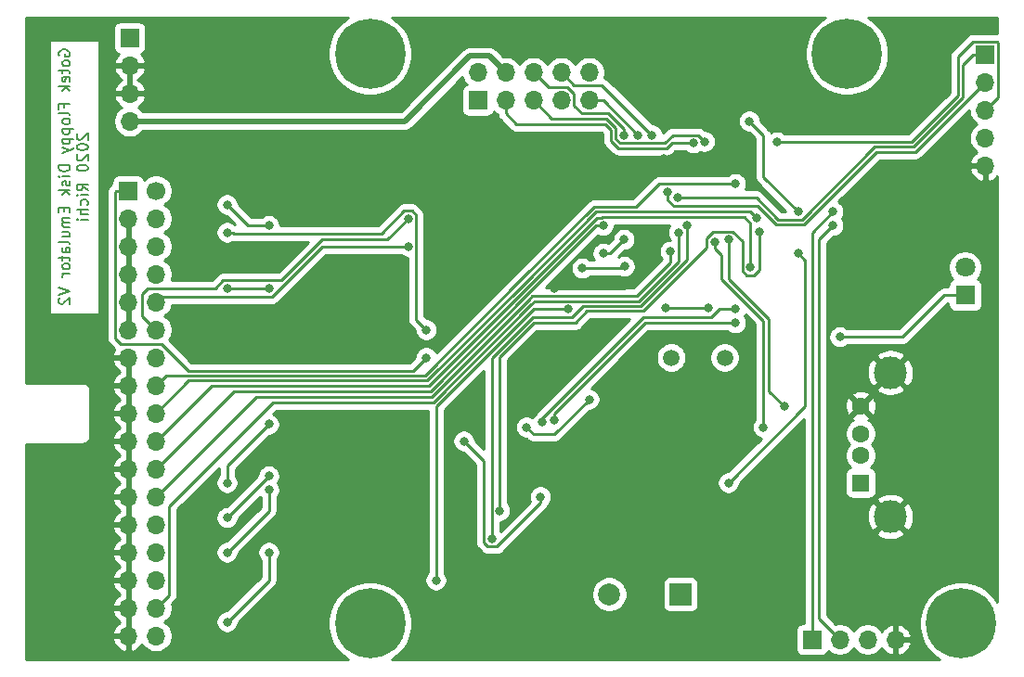
<source format=gbr>
G04 #@! TF.GenerationSoftware,KiCad,Pcbnew,(5.1.5)-3*
G04 #@! TF.CreationDate,2024-07-10T18:19:44+03:00*
G04 #@! TF.ProjectId,Gotek_Floppy_Disk_Emulator_V2,476f7465-6b5f-4466-9c6f-7070795f4469,rev?*
G04 #@! TF.SameCoordinates,Original*
G04 #@! TF.FileFunction,Copper,L2,Bot*
G04 #@! TF.FilePolarity,Positive*
%FSLAX46Y46*%
G04 Gerber Fmt 4.6, Leading zero omitted, Abs format (unit mm)*
G04 Created by KiCad (PCBNEW (5.1.5)-3) date 2024-07-10 18:19:44*
%MOMM*%
%LPD*%
G04 APERTURE LIST*
%ADD10C,0.150000*%
%ADD11R,2.000000X2.000000*%
%ADD12C,2.000000*%
%ADD13C,6.400000*%
%ADD14O,1.700000X1.700000*%
%ADD15R,1.700000X1.700000*%
%ADD16C,1.700000*%
%ADD17C,1.600000*%
%ADD18R,1.600000X1.600000*%
%ADD19C,3.000000*%
%ADD20C,1.500000*%
%ADD21C,1.800000*%
%ADD22R,1.800000X1.800000*%
%ADD23C,0.800000*%
%ADD24C,0.500000*%
%ADD25C,0.250000*%
%ADD26C,0.254000*%
G04 APERTURE END LIST*
D10*
X85670000Y-60072380D02*
X85622380Y-59977142D01*
X85622380Y-59834285D01*
X85670000Y-59691428D01*
X85765238Y-59596190D01*
X85860476Y-59548571D01*
X86050952Y-59500952D01*
X86193809Y-59500952D01*
X86384285Y-59548571D01*
X86479523Y-59596190D01*
X86574761Y-59691428D01*
X86622380Y-59834285D01*
X86622380Y-59929523D01*
X86574761Y-60072380D01*
X86527142Y-60120000D01*
X86193809Y-60120000D01*
X86193809Y-59929523D01*
X86622380Y-60691428D02*
X86574761Y-60596190D01*
X86527142Y-60548571D01*
X86431904Y-60500952D01*
X86146190Y-60500952D01*
X86050952Y-60548571D01*
X86003333Y-60596190D01*
X85955714Y-60691428D01*
X85955714Y-60834285D01*
X86003333Y-60929523D01*
X86050952Y-60977142D01*
X86146190Y-61024761D01*
X86431904Y-61024761D01*
X86527142Y-60977142D01*
X86574761Y-60929523D01*
X86622380Y-60834285D01*
X86622380Y-60691428D01*
X85955714Y-61310476D02*
X85955714Y-61691428D01*
X85622380Y-61453333D02*
X86479523Y-61453333D01*
X86574761Y-61500952D01*
X86622380Y-61596190D01*
X86622380Y-61691428D01*
X86574761Y-62405714D02*
X86622380Y-62310476D01*
X86622380Y-62120000D01*
X86574761Y-62024761D01*
X86479523Y-61977142D01*
X86098571Y-61977142D01*
X86003333Y-62024761D01*
X85955714Y-62120000D01*
X85955714Y-62310476D01*
X86003333Y-62405714D01*
X86098571Y-62453333D01*
X86193809Y-62453333D01*
X86289047Y-61977142D01*
X86622380Y-62881904D02*
X85622380Y-62881904D01*
X86241428Y-62977142D02*
X86622380Y-63262857D01*
X85955714Y-63262857D02*
X86336666Y-62881904D01*
X86098571Y-64786666D02*
X86098571Y-64453333D01*
X86622380Y-64453333D02*
X85622380Y-64453333D01*
X85622380Y-64929523D01*
X86622380Y-65453333D02*
X86574761Y-65358095D01*
X86479523Y-65310476D01*
X85622380Y-65310476D01*
X86622380Y-65977142D02*
X86574761Y-65881904D01*
X86527142Y-65834285D01*
X86431904Y-65786666D01*
X86146190Y-65786666D01*
X86050952Y-65834285D01*
X86003333Y-65881904D01*
X85955714Y-65977142D01*
X85955714Y-66120000D01*
X86003333Y-66215238D01*
X86050952Y-66262857D01*
X86146190Y-66310476D01*
X86431904Y-66310476D01*
X86527142Y-66262857D01*
X86574761Y-66215238D01*
X86622380Y-66120000D01*
X86622380Y-65977142D01*
X85955714Y-66739047D02*
X86955714Y-66739047D01*
X86003333Y-66739047D02*
X85955714Y-66834285D01*
X85955714Y-67024761D01*
X86003333Y-67120000D01*
X86050952Y-67167619D01*
X86146190Y-67215238D01*
X86431904Y-67215238D01*
X86527142Y-67167619D01*
X86574761Y-67120000D01*
X86622380Y-67024761D01*
X86622380Y-66834285D01*
X86574761Y-66739047D01*
X85955714Y-67643809D02*
X86955714Y-67643809D01*
X86003333Y-67643809D02*
X85955714Y-67739047D01*
X85955714Y-67929523D01*
X86003333Y-68024761D01*
X86050952Y-68072380D01*
X86146190Y-68120000D01*
X86431904Y-68120000D01*
X86527142Y-68072380D01*
X86574761Y-68024761D01*
X86622380Y-67929523D01*
X86622380Y-67739047D01*
X86574761Y-67643809D01*
X85955714Y-68453333D02*
X86622380Y-68691428D01*
X85955714Y-68929523D02*
X86622380Y-68691428D01*
X86860476Y-68596190D01*
X86908095Y-68548571D01*
X86955714Y-68453333D01*
X86622380Y-70072380D02*
X85622380Y-70072380D01*
X85622380Y-70310476D01*
X85670000Y-70453333D01*
X85765238Y-70548571D01*
X85860476Y-70596190D01*
X86050952Y-70643809D01*
X86193809Y-70643809D01*
X86384285Y-70596190D01*
X86479523Y-70548571D01*
X86574761Y-70453333D01*
X86622380Y-70310476D01*
X86622380Y-70072380D01*
X86622380Y-71072380D02*
X85955714Y-71072380D01*
X85622380Y-71072380D02*
X85670000Y-71024761D01*
X85717619Y-71072380D01*
X85670000Y-71120000D01*
X85622380Y-71072380D01*
X85717619Y-71072380D01*
X86574761Y-71500952D02*
X86622380Y-71596190D01*
X86622380Y-71786666D01*
X86574761Y-71881904D01*
X86479523Y-71929523D01*
X86431904Y-71929523D01*
X86336666Y-71881904D01*
X86289047Y-71786666D01*
X86289047Y-71643809D01*
X86241428Y-71548571D01*
X86146190Y-71500952D01*
X86098571Y-71500952D01*
X86003333Y-71548571D01*
X85955714Y-71643809D01*
X85955714Y-71786666D01*
X86003333Y-71881904D01*
X86622380Y-72358095D02*
X85622380Y-72358095D01*
X86241428Y-72453333D02*
X86622380Y-72739047D01*
X85955714Y-72739047D02*
X86336666Y-72358095D01*
X86098571Y-73929523D02*
X86098571Y-74262857D01*
X86622380Y-74405714D02*
X86622380Y-73929523D01*
X85622380Y-73929523D01*
X85622380Y-74405714D01*
X86622380Y-74834285D02*
X85955714Y-74834285D01*
X86050952Y-74834285D02*
X86003333Y-74881904D01*
X85955714Y-74977142D01*
X85955714Y-75120000D01*
X86003333Y-75215238D01*
X86098571Y-75262857D01*
X86622380Y-75262857D01*
X86098571Y-75262857D02*
X86003333Y-75310476D01*
X85955714Y-75405714D01*
X85955714Y-75548571D01*
X86003333Y-75643809D01*
X86098571Y-75691428D01*
X86622380Y-75691428D01*
X85955714Y-76596190D02*
X86622380Y-76596190D01*
X85955714Y-76167619D02*
X86479523Y-76167619D01*
X86574761Y-76215238D01*
X86622380Y-76310476D01*
X86622380Y-76453333D01*
X86574761Y-76548571D01*
X86527142Y-76596190D01*
X86622380Y-77215238D02*
X86574761Y-77120000D01*
X86479523Y-77072380D01*
X85622380Y-77072380D01*
X86622380Y-78024761D02*
X86098571Y-78024761D01*
X86003333Y-77977142D01*
X85955714Y-77881904D01*
X85955714Y-77691428D01*
X86003333Y-77596190D01*
X86574761Y-78024761D02*
X86622380Y-77929523D01*
X86622380Y-77691428D01*
X86574761Y-77596190D01*
X86479523Y-77548571D01*
X86384285Y-77548571D01*
X86289047Y-77596190D01*
X86241428Y-77691428D01*
X86241428Y-77929523D01*
X86193809Y-78024761D01*
X85955714Y-78358095D02*
X85955714Y-78739047D01*
X85622380Y-78500952D02*
X86479523Y-78500952D01*
X86574761Y-78548571D01*
X86622380Y-78643809D01*
X86622380Y-78739047D01*
X86622380Y-79215238D02*
X86574761Y-79120000D01*
X86527142Y-79072380D01*
X86431904Y-79024761D01*
X86146190Y-79024761D01*
X86050952Y-79072380D01*
X86003333Y-79120000D01*
X85955714Y-79215238D01*
X85955714Y-79358095D01*
X86003333Y-79453333D01*
X86050952Y-79500952D01*
X86146190Y-79548571D01*
X86431904Y-79548571D01*
X86527142Y-79500952D01*
X86574761Y-79453333D01*
X86622380Y-79358095D01*
X86622380Y-79215238D01*
X86622380Y-79977142D02*
X85955714Y-79977142D01*
X86146190Y-79977142D02*
X86050952Y-80024761D01*
X86003333Y-80072380D01*
X85955714Y-80167619D01*
X85955714Y-80262857D01*
X85622380Y-81215238D02*
X86622380Y-81548571D01*
X85622380Y-81881904D01*
X85717619Y-82167619D02*
X85670000Y-82215238D01*
X85622380Y-82310476D01*
X85622380Y-82548571D01*
X85670000Y-82643809D01*
X85717619Y-82691428D01*
X85812857Y-82739047D01*
X85908095Y-82739047D01*
X86050952Y-82691428D01*
X86622380Y-82120000D01*
X86622380Y-82739047D01*
X87367619Y-67167619D02*
X87320000Y-67215238D01*
X87272380Y-67310476D01*
X87272380Y-67548571D01*
X87320000Y-67643809D01*
X87367619Y-67691428D01*
X87462857Y-67739047D01*
X87558095Y-67739047D01*
X87700952Y-67691428D01*
X88272380Y-67120000D01*
X88272380Y-67739047D01*
X87272380Y-68358095D02*
X87272380Y-68453333D01*
X87320000Y-68548571D01*
X87367619Y-68596190D01*
X87462857Y-68643809D01*
X87653333Y-68691428D01*
X87891428Y-68691428D01*
X88081904Y-68643809D01*
X88177142Y-68596190D01*
X88224761Y-68548571D01*
X88272380Y-68453333D01*
X88272380Y-68358095D01*
X88224761Y-68262857D01*
X88177142Y-68215238D01*
X88081904Y-68167619D01*
X87891428Y-68120000D01*
X87653333Y-68120000D01*
X87462857Y-68167619D01*
X87367619Y-68215238D01*
X87320000Y-68262857D01*
X87272380Y-68358095D01*
X87367619Y-69072380D02*
X87320000Y-69120000D01*
X87272380Y-69215238D01*
X87272380Y-69453333D01*
X87320000Y-69548571D01*
X87367619Y-69596190D01*
X87462857Y-69643809D01*
X87558095Y-69643809D01*
X87700952Y-69596190D01*
X88272380Y-69024761D01*
X88272380Y-69643809D01*
X87272380Y-70262857D02*
X87272380Y-70358095D01*
X87320000Y-70453333D01*
X87367619Y-70500952D01*
X87462857Y-70548571D01*
X87653333Y-70596190D01*
X87891428Y-70596190D01*
X88081904Y-70548571D01*
X88177142Y-70500952D01*
X88224761Y-70453333D01*
X88272380Y-70358095D01*
X88272380Y-70262857D01*
X88224761Y-70167619D01*
X88177142Y-70120000D01*
X88081904Y-70072380D01*
X87891428Y-70024761D01*
X87653333Y-70024761D01*
X87462857Y-70072380D01*
X87367619Y-70120000D01*
X87320000Y-70167619D01*
X87272380Y-70262857D01*
X88272380Y-72358095D02*
X87796190Y-72024761D01*
X88272380Y-71786666D02*
X87272380Y-71786666D01*
X87272380Y-72167619D01*
X87320000Y-72262857D01*
X87367619Y-72310476D01*
X87462857Y-72358095D01*
X87605714Y-72358095D01*
X87700952Y-72310476D01*
X87748571Y-72262857D01*
X87796190Y-72167619D01*
X87796190Y-71786666D01*
X88272380Y-72786666D02*
X87605714Y-72786666D01*
X87272380Y-72786666D02*
X87320000Y-72739047D01*
X87367619Y-72786666D01*
X87320000Y-72834285D01*
X87272380Y-72786666D01*
X87367619Y-72786666D01*
X88224761Y-73691428D02*
X88272380Y-73596190D01*
X88272380Y-73405714D01*
X88224761Y-73310476D01*
X88177142Y-73262857D01*
X88081904Y-73215238D01*
X87796190Y-73215238D01*
X87700952Y-73262857D01*
X87653333Y-73310476D01*
X87605714Y-73405714D01*
X87605714Y-73596190D01*
X87653333Y-73691428D01*
X88272380Y-74120000D02*
X87272380Y-74120000D01*
X88272380Y-74548571D02*
X87748571Y-74548571D01*
X87653333Y-74500952D01*
X87605714Y-74405714D01*
X87605714Y-74262857D01*
X87653333Y-74167619D01*
X87700952Y-74120000D01*
X88272380Y-75024761D02*
X87605714Y-75024761D01*
X87272380Y-75024761D02*
X87320000Y-74977142D01*
X87367619Y-75024761D01*
X87320000Y-75072380D01*
X87272380Y-75024761D01*
X87367619Y-75024761D01*
D11*
X142325000Y-109220000D03*
D12*
X135825000Y-109220000D03*
D13*
X114000000Y-59880000D03*
X157480000Y-59880000D03*
X167915000Y-111880000D03*
X114000000Y-111880000D03*
D14*
X91948000Y-113030000D03*
X94488000Y-113030000D03*
X91948000Y-110490000D03*
X94488000Y-110490000D03*
X91948000Y-107950000D03*
X94488000Y-107950000D03*
X91948000Y-105410000D03*
X94488000Y-105410000D03*
X91948000Y-102870000D03*
X94488000Y-102870000D03*
X91948000Y-100330000D03*
X94488000Y-100330000D03*
X91948000Y-97790000D03*
X94488000Y-97790000D03*
X91948000Y-95250000D03*
X94488000Y-95250000D03*
X91948000Y-92710000D03*
X94488000Y-92710000D03*
X91948000Y-90170000D03*
X94488000Y-90170000D03*
X91948000Y-87630000D03*
X94488000Y-87630000D03*
X91948000Y-85090000D03*
X94488000Y-85090000D03*
X91948000Y-82550000D03*
X94488000Y-82550000D03*
X91948000Y-80010000D03*
X94488000Y-80010000D03*
X91948000Y-77470000D03*
X94488000Y-77470000D03*
X91948000Y-74930000D03*
X94488000Y-74930000D03*
D15*
X91948000Y-72390000D03*
D16*
X94488000Y-72390000D03*
D14*
X92075000Y-66040000D03*
X92075000Y-63500000D03*
X92075000Y-60960000D03*
D15*
X92075000Y-58420000D03*
X154305000Y-113365000D03*
D14*
X156845000Y-113365000D03*
X159385000Y-113365000D03*
X161925000Y-113365000D03*
D17*
X158750000Y-92060000D03*
X158750000Y-94560000D03*
X158750000Y-96560000D03*
D18*
X158750000Y-99060000D03*
D19*
X161460000Y-102130000D03*
X161460000Y-88990000D03*
D14*
X133985000Y-61595000D03*
X133985000Y-64135000D03*
X131445000Y-61595000D03*
X131445000Y-64135000D03*
X128905000Y-61595000D03*
X128905000Y-64135000D03*
X126365000Y-61595000D03*
X126365000Y-64135000D03*
X123825000Y-61595000D03*
D15*
X123825000Y-64135000D03*
X170103800Y-59944000D03*
D14*
X170103800Y-62484000D03*
X170103800Y-65024000D03*
X170103800Y-67564000D03*
X170103800Y-70104000D03*
D20*
X146350000Y-87620000D03*
X141470000Y-87620000D03*
D21*
X168275000Y-79375000D03*
D22*
X168275000Y-81915000D03*
D23*
X153670000Y-57150000D03*
X130810000Y-81280000D03*
X137795000Y-80645000D03*
X140754097Y-69430903D03*
X137160000Y-72540000D03*
X83185000Y-57150000D03*
X83185000Y-71520000D03*
X83185000Y-85890000D03*
X83185000Y-100260000D03*
X83185000Y-114630000D03*
X110490000Y-57150000D03*
X117475000Y-57150000D03*
X161290000Y-57150000D03*
X135890000Y-57150000D03*
X170815000Y-108585000D03*
X170815000Y-72390000D03*
X170815000Y-90485000D03*
X110490000Y-114630000D03*
X117475000Y-114630000D03*
X140970000Y-114630000D03*
X164465000Y-114630000D03*
X107315000Y-71120000D03*
X125730000Y-76835000D03*
X150495000Y-66675000D03*
X153670000Y-66675000D03*
X159004000Y-72390000D03*
X156210000Y-83820000D03*
X143916400Y-88823800D03*
X138430000Y-88900000D03*
X130022600Y-88773000D03*
X135458200Y-84582000D03*
X106045000Y-78105000D03*
X111760000Y-85090000D03*
X108585000Y-95885000D03*
X118110000Y-99695000D03*
X107315000Y-101600000D03*
X118110000Y-107950000D03*
X118364000Y-105232200D03*
X139065000Y-100965000D03*
X125730000Y-111125000D03*
X149860000Y-101600000D03*
X146685000Y-106680000D03*
X156845000Y-100330000D03*
X121920000Y-68580000D03*
X170815000Y-57150000D03*
X133985000Y-91440000D03*
X144890000Y-83095000D03*
X128270000Y-93980000D03*
X140970000Y-83095000D03*
X130810000Y-93345000D03*
X156845000Y-85725000D03*
X147320014Y-84455000D03*
X156210000Y-75565000D03*
X156209992Y-74295000D03*
X138430000Y-67310000D03*
X139699986Y-67310000D03*
X137160000Y-67310000D03*
X144500107Y-67894670D03*
X143510000Y-68035000D03*
X100965000Y-111760000D03*
X104775000Y-105410000D03*
X142149990Y-76200008D03*
X100965000Y-105410000D03*
X104775000Y-99695000D03*
X100965000Y-102235000D03*
X104775000Y-98425000D03*
X100965000Y-99060000D03*
X104775000Y-93700032D03*
X141408437Y-77908437D03*
X135255000Y-75565000D03*
X148680010Y-79375000D03*
X149271436Y-74883564D03*
X147320000Y-71755000D03*
X117475000Y-74930000D03*
X117475000Y-77470000D03*
X100965000Y-81280000D03*
X104775000Y-81280000D03*
X100965000Y-76200000D03*
X119126000Y-85090000D03*
X100965000Y-73660000D03*
X104775000Y-75565000D03*
X119126000Y-87630000D03*
X120015000Y-107950000D03*
X132080000Y-83185000D03*
X151765000Y-92075000D03*
X146685000Y-76835000D03*
X149860000Y-93980000D03*
X145415000Y-77092679D03*
X129539998Y-100330000D03*
X122555000Y-95250000D03*
X142039968Y-73025000D03*
X141169676Y-72480010D03*
X151130000Y-67945000D03*
X153035000Y-74295000D03*
X148590000Y-66040000D03*
X147320000Y-83185000D03*
X129735512Y-93540512D03*
X146685000Y-99060000D03*
X153035000Y-78105000D03*
X149486567Y-76172065D03*
X125820010Y-101600000D03*
X125095000Y-104140000D03*
X142902258Y-75541126D03*
X135255000Y-78105000D03*
X137160000Y-76835000D03*
X133350000Y-79465010D03*
X137199651Y-79287651D03*
D24*
X125515001Y-60745001D02*
X126365000Y-61595000D01*
X124864999Y-60094999D02*
X125515001Y-60745001D01*
X117159998Y-66040000D02*
X123104999Y-60094999D01*
X123104999Y-60094999D02*
X124864999Y-60094999D01*
X92075000Y-66040000D02*
X117159998Y-66040000D01*
D25*
X130810000Y-81280000D02*
X136614996Y-81280000D01*
X136614996Y-81280000D02*
X137160000Y-81280000D01*
X137160000Y-81280000D02*
X137795000Y-80645000D01*
X128905000Y-94615000D02*
X130810000Y-94615000D01*
X130810000Y-94615000D02*
X133985000Y-91440000D01*
X144800000Y-83185000D02*
X144890000Y-83095000D01*
X128905000Y-94615000D02*
X128270000Y-93980000D01*
X140970000Y-83095000D02*
X144890000Y-83095000D01*
X130810000Y-93345000D02*
X130810000Y-92710000D01*
X139065000Y-84455000D02*
X147320014Y-84455000D01*
X130810000Y-92710000D02*
X139065000Y-84455000D01*
X156845000Y-85725000D02*
X162560000Y-85725000D01*
X166370000Y-81915000D02*
X168275000Y-81915000D01*
X162560000Y-85725000D02*
X166370000Y-81915000D01*
X156210000Y-75565000D02*
X154940000Y-76835000D01*
X154940000Y-111460000D02*
X156845000Y-113365000D01*
X154940000Y-76835000D02*
X154940000Y-111460000D01*
X154305000Y-76199992D02*
X156209992Y-74295000D01*
X154305000Y-113365000D02*
X154305000Y-76199992D01*
X133985000Y-64135000D02*
X135255000Y-64135000D01*
X135255000Y-64135000D02*
X138430000Y-67310000D01*
X132620001Y-62770001D02*
X135159987Y-62770001D01*
X131445000Y-61595000D02*
X132620001Y-62770001D01*
X135159987Y-62770001D02*
X139299987Y-66910001D01*
X139299987Y-66910001D02*
X139699986Y-67310000D01*
X132620001Y-64605686D02*
X133324316Y-65310001D01*
X133324316Y-65310001D02*
X135725686Y-65310001D01*
X132009001Y-62959999D02*
X132620001Y-63570999D01*
X137160000Y-66744315D02*
X137160000Y-67310000D01*
X135725686Y-65310001D02*
X137160000Y-66744315D01*
X130269999Y-62959999D02*
X132009001Y-62959999D01*
X132620001Y-63570999D02*
X132620001Y-64605686D01*
X128905000Y-61595000D02*
X130269999Y-62959999D01*
X141605000Y-67310000D02*
X143510000Y-67310000D01*
X130556000Y-65786000D02*
X135565261Y-65786000D01*
X135565261Y-65786000D02*
X136434999Y-66655738D01*
X128905000Y-64135000D02*
X130556000Y-65786000D01*
X140879999Y-68035001D02*
X141605000Y-67310000D01*
X136811999Y-68035001D02*
X140879999Y-68035001D01*
X136434999Y-67658001D02*
X136811999Y-68035001D01*
X136434999Y-66655738D02*
X136434999Y-67658001D01*
X143510000Y-67310000D02*
X143915437Y-67310000D01*
X143915437Y-67310000D02*
X144500107Y-67894670D01*
X141516400Y-68035010D02*
X142875000Y-68035010D01*
X126365000Y-65337081D02*
X127321919Y-66294000D01*
X126365000Y-64135000D02*
X126365000Y-65337081D01*
X127321919Y-66294000D02*
X135436851Y-66294000D01*
X135436851Y-66294000D02*
X135984989Y-66842138D01*
X136625599Y-68485011D02*
X141066399Y-68485011D01*
X135984990Y-67844402D02*
X136625599Y-68485011D01*
X141066399Y-68485011D02*
X141516400Y-68035010D01*
X135984989Y-66842138D02*
X135984990Y-67844402D01*
X142875000Y-68035010D02*
X143509990Y-68035010D01*
X143509990Y-68035010D02*
X143510000Y-68035000D01*
X100965000Y-111760000D02*
X104775000Y-107950000D01*
X104775000Y-107950000D02*
X104775000Y-105410000D01*
X138521413Y-82459998D02*
X142149990Y-78831421D01*
X128720011Y-82734989D02*
X128995002Y-82459998D01*
X105156000Y-91694000D02*
X119759589Y-91694000D01*
X142149990Y-78831421D02*
X142149990Y-76765693D01*
X94488000Y-110490000D02*
X95663001Y-109314999D01*
X95663001Y-109314999D02*
X95663001Y-101186999D01*
X95663001Y-101186999D02*
X105156000Y-91694000D01*
X128718600Y-82734989D02*
X128720011Y-82734989D01*
X142149990Y-76765693D02*
X142149990Y-76200008D01*
X128995002Y-82459998D02*
X138521413Y-82459998D01*
X119759589Y-91694000D02*
X128718600Y-82734989D01*
X100965000Y-105410000D02*
X104775000Y-101600000D01*
X104775000Y-101600000D02*
X104775000Y-99695000D01*
X100965000Y-102235000D02*
X104775000Y-98425000D01*
X104375001Y-94100031D02*
X104775000Y-93700032D01*
X100965000Y-97510032D02*
X104375001Y-94100031D01*
X100965000Y-99060000D02*
X100965000Y-97510032D01*
X138335013Y-82009987D02*
X141408437Y-78936563D01*
X103632000Y-91186000D02*
X119631179Y-91186000D01*
X94488000Y-100330000D02*
X103632000Y-91186000D01*
X128808602Y-82009987D02*
X138335013Y-82009987D01*
X128533611Y-82284978D02*
X128808602Y-82009987D01*
X141408437Y-78936563D02*
X141408437Y-77908437D01*
X119631179Y-91186000D02*
X128532200Y-82284978D01*
X128532200Y-82284978D02*
X128533611Y-82284978D01*
X101600000Y-90678000D02*
X119502768Y-90678000D01*
X128345800Y-81834967D02*
X128347212Y-81834967D01*
X134689315Y-75565000D02*
X135255000Y-75565000D01*
X128347212Y-81834967D02*
X134617179Y-75565000D01*
X119502768Y-90678000D02*
X128345800Y-81834967D01*
X94488000Y-97790000D02*
X101600000Y-90678000D01*
X134617179Y-75565000D02*
X134689315Y-75565000D01*
X99568000Y-90170000D02*
X119374357Y-90170000D01*
X128160812Y-81384956D02*
X134705771Y-74839997D01*
X119374357Y-90170000D02*
X128159400Y-81384956D01*
X94488000Y-95250000D02*
X99568000Y-90170000D01*
X128159400Y-81384956D02*
X128160812Y-81384956D01*
X148680010Y-78809315D02*
X148680010Y-79375000D01*
X148680010Y-75365140D02*
X148680010Y-78809315D01*
X148130995Y-74816125D02*
X148680010Y-75365140D01*
X135188869Y-74816125D02*
X148130995Y-74816125D01*
X135164997Y-74839997D02*
X135188869Y-74816125D01*
X134705771Y-74839997D02*
X135164997Y-74839997D01*
X97478011Y-89719989D02*
X94488000Y-92710000D01*
X149271436Y-74883564D02*
X148696255Y-74308383D01*
X119187957Y-89719989D02*
X97478011Y-89719989D01*
X148696255Y-74308383D02*
X134600974Y-74308383D01*
X127974412Y-80934945D02*
X127973000Y-80934945D01*
X134600974Y-74308383D02*
X127974412Y-80934945D01*
X127973000Y-80934945D02*
X119187957Y-89719989D01*
X119001557Y-89269978D02*
X127786600Y-80484934D01*
X127786600Y-80484934D02*
X127788012Y-80484934D01*
X94488000Y-90170000D02*
X95388022Y-89269978D01*
X95388022Y-89269978D02*
X119001557Y-89269978D01*
X127786600Y-80484934D02*
X134413161Y-73858373D01*
X134413161Y-73858373D02*
X138231627Y-73858373D01*
X140335000Y-71755000D02*
X147320000Y-71755000D01*
X138231627Y-73858373D02*
X140335000Y-71755000D01*
X115570000Y-76835000D02*
X117475000Y-74930000D01*
X105936593Y-80554999D02*
X109656592Y-76835000D01*
X100616999Y-80554999D02*
X105936593Y-80554999D01*
X93745499Y-81280000D02*
X99891998Y-81280000D01*
X109656592Y-76835000D02*
X115570000Y-76835000D01*
X94488000Y-85090000D02*
X93218000Y-83820000D01*
X93218000Y-81807499D02*
X93745499Y-81280000D01*
X93218000Y-83820000D02*
X93218000Y-81807499D01*
X99891998Y-81280000D02*
X100616999Y-80554999D01*
X109658002Y-77470000D02*
X117475000Y-77470000D01*
X105086002Y-82042000D02*
X109658002Y-77470000D01*
X94488000Y-82550000D02*
X94996000Y-82042000D01*
X94996000Y-82042000D02*
X105086002Y-82042000D01*
X100965000Y-81280000D02*
X104775000Y-81280000D01*
X117823001Y-74204999D02*
X118200001Y-74581999D01*
X101530685Y-76200000D02*
X101620686Y-76290001D01*
X100965000Y-76200000D02*
X101530685Y-76200000D01*
X101620686Y-76290001D02*
X115041997Y-76290001D01*
X115041997Y-76290001D02*
X117126999Y-74204999D01*
X117126999Y-74204999D02*
X117823001Y-74204999D01*
X118200001Y-84164001D02*
X119126000Y-85090000D01*
X118200001Y-74581999D02*
X118200001Y-84164001D01*
X100965000Y-73660000D02*
X102870000Y-75565000D01*
X102870000Y-75565000D02*
X104775000Y-75565000D01*
X90772999Y-85843999D02*
X91289000Y-86360000D01*
X90772999Y-72465001D02*
X90772999Y-85843999D01*
X91948000Y-72390000D02*
X90848000Y-72390000D01*
X91289000Y-86360000D02*
X94957002Y-86360000D01*
X94957002Y-86360000D02*
X97416970Y-88819968D01*
X90848000Y-72390000D02*
X90772999Y-72465001D01*
X97416970Y-88819968D02*
X117555032Y-88819968D01*
X117555032Y-88819968D02*
X117936032Y-88819968D01*
X117936032Y-88819968D02*
X119126000Y-87630000D01*
X120015000Y-92075000D02*
X128905000Y-83185000D01*
X128905000Y-83185000D02*
X132080000Y-83185000D01*
X120015000Y-107950000D02*
X120015000Y-92075000D01*
X150368000Y-90678000D02*
X150368000Y-84107589D01*
X146685000Y-80424589D02*
X146685000Y-77400685D01*
X146685000Y-77400685D02*
X146685000Y-76835000D01*
X151765000Y-92075000D02*
X150368000Y-90678000D01*
X150368000Y-84107589D02*
X146685000Y-80424589D01*
X145415000Y-77658364D02*
X145415000Y-77092679D01*
X146050000Y-80425999D02*
X146050000Y-78293364D01*
X146050000Y-78293364D02*
X145415000Y-77658364D01*
X149860000Y-93980000D02*
X149860000Y-84235999D01*
X149860000Y-84235999D02*
X146050000Y-80425999D01*
X125570682Y-104865001D02*
X129539998Y-100895685D01*
X124746999Y-104865001D02*
X125570682Y-104865001D01*
X129539998Y-100895685D02*
X129539998Y-100330000D01*
X122555000Y-95250000D02*
X124369999Y-97064999D01*
X124369999Y-104488001D02*
X124746999Y-104865001D01*
X124369999Y-97064999D02*
X124369999Y-104488001D01*
X169003800Y-59944000D02*
X170103800Y-59944000D01*
X168045695Y-63905695D02*
X168045695Y-60902105D01*
X142039968Y-73025000D02*
X149225000Y-73025000D01*
X168045695Y-60902105D02*
X169003800Y-59944000D01*
X151220002Y-75020002D02*
X153383001Y-75020001D01*
X149225000Y-73025000D02*
X151220002Y-75020002D01*
X163556380Y-68395010D02*
X168045695Y-63905695D01*
X160007992Y-68395010D02*
X163556380Y-68395010D01*
X153383001Y-75020001D02*
X160007992Y-68395010D01*
X141169676Y-73227712D02*
X141691966Y-73750002D01*
X141169676Y-72480010D02*
X141169676Y-73227712D01*
X141691966Y-73750002D02*
X149313592Y-73750002D01*
X149313592Y-73750002D02*
X151033603Y-75470013D01*
X151033603Y-75470013D02*
X153569402Y-75470013D01*
X169253801Y-63333999D02*
X170103800Y-62484000D01*
X163742781Y-68845019D02*
X169253801Y-63333999D01*
X160194396Y-68845019D02*
X163742781Y-68845019D01*
X153569402Y-75470013D02*
X160194396Y-68845019D01*
X171278801Y-63848999D02*
X170953799Y-64174001D01*
X171278801Y-58833999D02*
X171278801Y-63848999D01*
X171213801Y-58768999D02*
X171278801Y-58833999D01*
X170953799Y-64174001D02*
X170103800Y-65024000D01*
X167595685Y-60167113D02*
X168993799Y-58768999D01*
X168993799Y-58768999D02*
X171213801Y-58768999D01*
X167595685Y-63719295D02*
X167595685Y-60167113D01*
X163369980Y-67945000D02*
X167595685Y-63719295D01*
X151130000Y-67945000D02*
X163369980Y-67945000D01*
X149860000Y-67310000D02*
X148590000Y-66040000D01*
X149860000Y-71120000D02*
X149860000Y-67310000D01*
X153035000Y-74295000D02*
X149860000Y-71120000D01*
X129735512Y-93148077D02*
X129735512Y-93540512D01*
X138973587Y-83910002D02*
X129735512Y-93148077D01*
X146754315Y-83185000D02*
X147320000Y-83185000D01*
X145873002Y-83185000D02*
X146754315Y-83185000D01*
X145148000Y-83910002D02*
X145873002Y-83185000D01*
X138973587Y-83910002D02*
X145148000Y-83910002D01*
X146685000Y-99060000D02*
X153670000Y-92075000D01*
X153670000Y-92075000D02*
X153670000Y-78740000D01*
X153670000Y-78740000D02*
X153035000Y-78105000D01*
X149486567Y-76737750D02*
X149486567Y-76172065D01*
X147955009Y-79723001D02*
X148332009Y-80100001D01*
X133809980Y-83360020D02*
X138894213Y-83360020D01*
X149028011Y-80100001D02*
X149486567Y-79641445D01*
X132715000Y-84455000D02*
X133809980Y-83360020D01*
X128907820Y-84455000D02*
X132715000Y-84455000D01*
X147033001Y-76109999D02*
X147955009Y-77032007D01*
X125820010Y-101600000D02*
X125820010Y-87542810D01*
X125820010Y-87542810D02*
X128907820Y-84455000D01*
X138894213Y-83360020D02*
X144689998Y-77564235D01*
X144689998Y-77564235D02*
X144689998Y-76744677D01*
X149486567Y-79641445D02*
X149486567Y-76737750D01*
X144689998Y-76744677D02*
X145324680Y-76109999D01*
X148332009Y-80100001D02*
X149028011Y-80100001D01*
X145324680Y-76109999D02*
X147033001Y-76109999D01*
X147955009Y-77032007D02*
X147955009Y-79723001D01*
X142902258Y-76106811D02*
X142902258Y-75541126D01*
X142902258Y-78715564D02*
X142902258Y-76106811D01*
X138707813Y-82910009D02*
X142902258Y-78715564D01*
X125095000Y-104140000D02*
X125095000Y-87631410D01*
X125095000Y-87631410D02*
X128816409Y-83910001D01*
X128816409Y-83910001D02*
X132428001Y-83910001D01*
X132428001Y-83910001D02*
X133427993Y-82910009D01*
X133427993Y-82910009D02*
X138707813Y-82910009D01*
X135255000Y-78105000D02*
X135890000Y-78105000D01*
X135890000Y-78105000D02*
X137160000Y-76835000D01*
X133350000Y-79465010D02*
X137022292Y-79465010D01*
X137022292Y-79465010D02*
X137199651Y-79287651D01*
D26*
G36*
X111555330Y-56901161D02*
G01*
X111021161Y-57435330D01*
X110601467Y-58063446D01*
X110312377Y-58761372D01*
X110165000Y-59502285D01*
X110165000Y-60257715D01*
X110312377Y-60998628D01*
X110601467Y-61696554D01*
X111021161Y-62324670D01*
X111555330Y-62858839D01*
X112183446Y-63278533D01*
X112881372Y-63567623D01*
X113622285Y-63715000D01*
X114377715Y-63715000D01*
X115118628Y-63567623D01*
X115816554Y-63278533D01*
X116444670Y-62858839D01*
X116978839Y-62324670D01*
X117398533Y-61696554D01*
X117687623Y-60998628D01*
X117835000Y-60257715D01*
X117835000Y-59502285D01*
X117687623Y-58761372D01*
X117398533Y-58063446D01*
X116978839Y-57435330D01*
X116444670Y-56901161D01*
X115956536Y-56575000D01*
X155523464Y-56575000D01*
X155035330Y-56901161D01*
X154501161Y-57435330D01*
X154081467Y-58063446D01*
X153792377Y-58761372D01*
X153645000Y-59502285D01*
X153645000Y-60257715D01*
X153792377Y-60998628D01*
X154081467Y-61696554D01*
X154501161Y-62324670D01*
X155035330Y-62858839D01*
X155663446Y-63278533D01*
X156361372Y-63567623D01*
X157102285Y-63715000D01*
X157857715Y-63715000D01*
X158598628Y-63567623D01*
X159296554Y-63278533D01*
X159924670Y-62858839D01*
X160458839Y-62324670D01*
X160878533Y-61696554D01*
X161167623Y-60998628D01*
X161315000Y-60257715D01*
X161315000Y-59502285D01*
X161167623Y-58761372D01*
X160878533Y-58063446D01*
X160458839Y-57435330D01*
X159924670Y-56901161D01*
X159436536Y-56575000D01*
X171220000Y-56575000D01*
X171220000Y-58005934D01*
X171213801Y-58005323D01*
X171176479Y-58008999D01*
X169031124Y-58008999D01*
X168993799Y-58005323D01*
X168956474Y-58008999D01*
X168956466Y-58008999D01*
X168844813Y-58019996D01*
X168701552Y-58063453D01*
X168569523Y-58134025D01*
X168453798Y-58228998D01*
X168430000Y-58257996D01*
X167084683Y-59603314D01*
X167055685Y-59627112D01*
X167031887Y-59656110D01*
X167031886Y-59656111D01*
X166960711Y-59742837D01*
X166890139Y-59874867D01*
X166846683Y-60018128D01*
X166832009Y-60167113D01*
X166835686Y-60204445D01*
X166835685Y-63404493D01*
X163055179Y-67185000D01*
X151833711Y-67185000D01*
X151789774Y-67141063D01*
X151620256Y-67027795D01*
X151431898Y-66949774D01*
X151231939Y-66910000D01*
X151028061Y-66910000D01*
X150828102Y-66949774D01*
X150639744Y-67027795D01*
X150580583Y-67067325D01*
X150565546Y-67017753D01*
X150494974Y-66885724D01*
X150400001Y-66769999D01*
X150371003Y-66746201D01*
X149625000Y-66000199D01*
X149625000Y-65938061D01*
X149585226Y-65738102D01*
X149507205Y-65549744D01*
X149393937Y-65380226D01*
X149249774Y-65236063D01*
X149080256Y-65122795D01*
X148891898Y-65044774D01*
X148691939Y-65005000D01*
X148488061Y-65005000D01*
X148288102Y-65044774D01*
X148099744Y-65122795D01*
X147930226Y-65236063D01*
X147786063Y-65380226D01*
X147672795Y-65549744D01*
X147594774Y-65738102D01*
X147555000Y-65938061D01*
X147555000Y-66141939D01*
X147594774Y-66341898D01*
X147672795Y-66530256D01*
X147786063Y-66699774D01*
X147930226Y-66843937D01*
X148099744Y-66957205D01*
X148288102Y-67035226D01*
X148488061Y-67075000D01*
X148550199Y-67075000D01*
X149100001Y-67624803D01*
X149100000Y-71082677D01*
X149096324Y-71120000D01*
X149100000Y-71157322D01*
X149100000Y-71157332D01*
X149110997Y-71268985D01*
X149154454Y-71412246D01*
X149225026Y-71544276D01*
X149240233Y-71562805D01*
X149319999Y-71660001D01*
X149349003Y-71683804D01*
X151925201Y-74260002D01*
X151534805Y-74260003D01*
X149788804Y-72514003D01*
X149765001Y-72484999D01*
X149649276Y-72390026D01*
X149517247Y-72319454D01*
X149373986Y-72275997D01*
X149262333Y-72265000D01*
X149262322Y-72265000D01*
X149225000Y-72261324D01*
X149187678Y-72265000D01*
X148224013Y-72265000D01*
X148237205Y-72245256D01*
X148315226Y-72056898D01*
X148355000Y-71856939D01*
X148355000Y-71653061D01*
X148315226Y-71453102D01*
X148237205Y-71264744D01*
X148123937Y-71095226D01*
X147979774Y-70951063D01*
X147810256Y-70837795D01*
X147621898Y-70759774D01*
X147421939Y-70720000D01*
X147218061Y-70720000D01*
X147018102Y-70759774D01*
X146829744Y-70837795D01*
X146660226Y-70951063D01*
X146616289Y-70995000D01*
X140372333Y-70995000D01*
X140335000Y-70991323D01*
X140297667Y-70995000D01*
X140186014Y-71005997D01*
X140042753Y-71049454D01*
X139910724Y-71120026D01*
X139794999Y-71214999D01*
X139771201Y-71243997D01*
X137916826Y-73098373D01*
X134450483Y-73098373D01*
X134413160Y-73094697D01*
X134375837Y-73098373D01*
X134375828Y-73098373D01*
X134264175Y-73109370D01*
X134120914Y-73152827D01*
X133988885Y-73223399D01*
X133988883Y-73223400D01*
X133988884Y-73223400D01*
X133902157Y-73294574D01*
X133902153Y-73294578D01*
X133873160Y-73318372D01*
X133849366Y-73347365D01*
X127275603Y-79921130D01*
X127246599Y-79944933D01*
X127222801Y-79973931D01*
X120047242Y-87149491D01*
X120043205Y-87139744D01*
X119929937Y-86970226D01*
X119785774Y-86826063D01*
X119616256Y-86712795D01*
X119427898Y-86634774D01*
X119227939Y-86595000D01*
X119024061Y-86595000D01*
X118824102Y-86634774D01*
X118635744Y-86712795D01*
X118466226Y-86826063D01*
X118322063Y-86970226D01*
X118208795Y-87139744D01*
X118130774Y-87328102D01*
X118091000Y-87528061D01*
X118091000Y-87590198D01*
X117621231Y-88059968D01*
X97731772Y-88059968D01*
X95668295Y-85996492D01*
X95803990Y-85793411D01*
X95915932Y-85523158D01*
X95973000Y-85236260D01*
X95973000Y-84943740D01*
X95915932Y-84656842D01*
X95803990Y-84386589D01*
X95641475Y-84143368D01*
X95434632Y-83936525D01*
X95260240Y-83820000D01*
X95434632Y-83703475D01*
X95641475Y-83496632D01*
X95803990Y-83253411D01*
X95915932Y-82983158D01*
X95951967Y-82802000D01*
X105048680Y-82802000D01*
X105086002Y-82805676D01*
X105123324Y-82802000D01*
X105123335Y-82802000D01*
X105234988Y-82791003D01*
X105378249Y-82747546D01*
X105510278Y-82676974D01*
X105626003Y-82582001D01*
X105649806Y-82552997D01*
X109972805Y-78230000D01*
X116771289Y-78230000D01*
X116815226Y-78273937D01*
X116984744Y-78387205D01*
X117173102Y-78465226D01*
X117373061Y-78505000D01*
X117440001Y-78505000D01*
X117440002Y-84126669D01*
X117436325Y-84164001D01*
X117440002Y-84201334D01*
X117450999Y-84312987D01*
X117457458Y-84334279D01*
X117494455Y-84456247D01*
X117565027Y-84588277D01*
X117623071Y-84659003D01*
X117660001Y-84704002D01*
X117688999Y-84727800D01*
X118091000Y-85129801D01*
X118091000Y-85191939D01*
X118130774Y-85391898D01*
X118208795Y-85580256D01*
X118322063Y-85749774D01*
X118466226Y-85893937D01*
X118635744Y-86007205D01*
X118824102Y-86085226D01*
X119024061Y-86125000D01*
X119227939Y-86125000D01*
X119427898Y-86085226D01*
X119616256Y-86007205D01*
X119785774Y-85893937D01*
X119929937Y-85749774D01*
X120043205Y-85580256D01*
X120121226Y-85391898D01*
X120161000Y-85191939D01*
X120161000Y-84988061D01*
X120121226Y-84788102D01*
X120043205Y-84599744D01*
X119929937Y-84430226D01*
X119785774Y-84286063D01*
X119616256Y-84172795D01*
X119427898Y-84094774D01*
X119227939Y-84055000D01*
X119165801Y-84055000D01*
X118960001Y-83849200D01*
X118960001Y-74619332D01*
X118963678Y-74581999D01*
X118958557Y-74530000D01*
X118949004Y-74433013D01*
X118905547Y-74289752D01*
X118834975Y-74157723D01*
X118740002Y-74041998D01*
X118710999Y-74018196D01*
X118386805Y-73694002D01*
X118363002Y-73664998D01*
X118247277Y-73570025D01*
X118115248Y-73499453D01*
X117971987Y-73455996D01*
X117860334Y-73444999D01*
X117860323Y-73444999D01*
X117823001Y-73441323D01*
X117785679Y-73444999D01*
X117164321Y-73444999D01*
X117126998Y-73441323D01*
X117089675Y-73444999D01*
X117089666Y-73444999D01*
X116978013Y-73455996D01*
X116862411Y-73491063D01*
X116834752Y-73499453D01*
X116702722Y-73570025D01*
X116672907Y-73594494D01*
X116586998Y-73664998D01*
X116563200Y-73693996D01*
X114727196Y-75530001D01*
X105810000Y-75530001D01*
X105810000Y-75463061D01*
X105770226Y-75263102D01*
X105692205Y-75074744D01*
X105578937Y-74905226D01*
X105434774Y-74761063D01*
X105265256Y-74647795D01*
X105076898Y-74569774D01*
X104876939Y-74530000D01*
X104673061Y-74530000D01*
X104473102Y-74569774D01*
X104284744Y-74647795D01*
X104115226Y-74761063D01*
X104071289Y-74805000D01*
X103184802Y-74805000D01*
X102000000Y-73620199D01*
X102000000Y-73558061D01*
X101960226Y-73358102D01*
X101882205Y-73169744D01*
X101768937Y-73000226D01*
X101624774Y-72856063D01*
X101455256Y-72742795D01*
X101266898Y-72664774D01*
X101066939Y-72625000D01*
X100863061Y-72625000D01*
X100663102Y-72664774D01*
X100474744Y-72742795D01*
X100305226Y-72856063D01*
X100161063Y-73000226D01*
X100047795Y-73169744D01*
X99969774Y-73358102D01*
X99930000Y-73558061D01*
X99930000Y-73761939D01*
X99969774Y-73961898D01*
X100047795Y-74150256D01*
X100161063Y-74319774D01*
X100305226Y-74463937D01*
X100474744Y-74577205D01*
X100663102Y-74655226D01*
X100863061Y-74695000D01*
X100925199Y-74695000D01*
X101681859Y-75451661D01*
X101679724Y-75451013D01*
X101624774Y-75396063D01*
X101455256Y-75282795D01*
X101266898Y-75204774D01*
X101066939Y-75165000D01*
X100863061Y-75165000D01*
X100663102Y-75204774D01*
X100474744Y-75282795D01*
X100305226Y-75396063D01*
X100161063Y-75540226D01*
X100047795Y-75709744D01*
X99969774Y-75898102D01*
X99930000Y-76098061D01*
X99930000Y-76301939D01*
X99969774Y-76501898D01*
X100047795Y-76690256D01*
X100161063Y-76859774D01*
X100305226Y-77003937D01*
X100474744Y-77117205D01*
X100663102Y-77195226D01*
X100863061Y-77235000D01*
X101066939Y-77235000D01*
X101266898Y-77195226D01*
X101455256Y-77117205D01*
X101559369Y-77047639D01*
X101583353Y-77050001D01*
X101583361Y-77050001D01*
X101620686Y-77053677D01*
X101658011Y-77050001D01*
X108366789Y-77050001D01*
X105621792Y-79794999D01*
X100654321Y-79794999D01*
X100616998Y-79791323D01*
X100579675Y-79794999D01*
X100579666Y-79794999D01*
X100468013Y-79805996D01*
X100324752Y-79849453D01*
X100192723Y-79920025D01*
X100076998Y-80014998D01*
X100053200Y-80043997D01*
X99577197Y-80520000D01*
X95884103Y-80520000D01*
X95915932Y-80443158D01*
X95973000Y-80156260D01*
X95973000Y-79863740D01*
X95915932Y-79576842D01*
X95803990Y-79306589D01*
X95641475Y-79063368D01*
X95434632Y-78856525D01*
X95260240Y-78740000D01*
X95434632Y-78623475D01*
X95641475Y-78416632D01*
X95803990Y-78173411D01*
X95915932Y-77903158D01*
X95973000Y-77616260D01*
X95973000Y-77323740D01*
X95915932Y-77036842D01*
X95803990Y-76766589D01*
X95641475Y-76523368D01*
X95434632Y-76316525D01*
X95260240Y-76200000D01*
X95434632Y-76083475D01*
X95641475Y-75876632D01*
X95803990Y-75633411D01*
X95915932Y-75363158D01*
X95973000Y-75076260D01*
X95973000Y-74783740D01*
X95915932Y-74496842D01*
X95803990Y-74226589D01*
X95641475Y-73983368D01*
X95434632Y-73776525D01*
X95260240Y-73660000D01*
X95434632Y-73543475D01*
X95641475Y-73336632D01*
X95803990Y-73093411D01*
X95915932Y-72823158D01*
X95973000Y-72536260D01*
X95973000Y-72243740D01*
X95915932Y-71956842D01*
X95803990Y-71686589D01*
X95641475Y-71443368D01*
X95434632Y-71236525D01*
X95191411Y-71074010D01*
X94921158Y-70962068D01*
X94634260Y-70905000D01*
X94341740Y-70905000D01*
X94054842Y-70962068D01*
X93784589Y-71074010D01*
X93541368Y-71236525D01*
X93409513Y-71368380D01*
X93387502Y-71295820D01*
X93328537Y-71185506D01*
X93249185Y-71088815D01*
X93152494Y-71009463D01*
X93042180Y-70950498D01*
X92922482Y-70914188D01*
X92798000Y-70901928D01*
X91098000Y-70901928D01*
X90973518Y-70914188D01*
X90853820Y-70950498D01*
X90743506Y-71009463D01*
X90646815Y-71088815D01*
X90567463Y-71185506D01*
X90508498Y-71295820D01*
X90472188Y-71415518D01*
X90459928Y-71540000D01*
X90459928Y-71735674D01*
X90423724Y-71755026D01*
X90307999Y-71849999D01*
X90284199Y-71878999D01*
X90261999Y-71901199D01*
X90232998Y-71925000D01*
X90179856Y-71989754D01*
X90138025Y-72040725D01*
X90107543Y-72097753D01*
X90067453Y-72172755D01*
X90023996Y-72316016D01*
X90012999Y-72427669D01*
X90012999Y-72427679D01*
X90009323Y-72465001D01*
X90012999Y-72502323D01*
X90013000Y-85806667D01*
X90009323Y-85843999D01*
X90013000Y-85881332D01*
X90023997Y-85992985D01*
X90031357Y-86017247D01*
X90067453Y-86136245D01*
X90138025Y-86268275D01*
X90209200Y-86355001D01*
X90232999Y-86384000D01*
X90261997Y-86407798D01*
X90693841Y-86839643D01*
X90676359Y-86863080D01*
X90551175Y-87125901D01*
X90506524Y-87273110D01*
X90627845Y-87503000D01*
X91821000Y-87503000D01*
X91821000Y-87483000D01*
X92075000Y-87483000D01*
X92075000Y-87503000D01*
X92095000Y-87503000D01*
X92095000Y-87757000D01*
X92075000Y-87757000D01*
X92075000Y-90043000D01*
X92095000Y-90043000D01*
X92095000Y-90297000D01*
X92075000Y-90297000D01*
X92075000Y-92583000D01*
X92095000Y-92583000D01*
X92095000Y-92837000D01*
X92075000Y-92837000D01*
X92075000Y-95123000D01*
X92095000Y-95123000D01*
X92095000Y-95377000D01*
X92075000Y-95377000D01*
X92075000Y-97663000D01*
X92095000Y-97663000D01*
X92095000Y-97917000D01*
X92075000Y-97917000D01*
X92075000Y-100203000D01*
X92095000Y-100203000D01*
X92095000Y-100457000D01*
X92075000Y-100457000D01*
X92075000Y-102743000D01*
X92095000Y-102743000D01*
X92095000Y-102997000D01*
X92075000Y-102997000D01*
X92075000Y-105283000D01*
X92095000Y-105283000D01*
X92095000Y-105537000D01*
X92075000Y-105537000D01*
X92075000Y-107823000D01*
X92095000Y-107823000D01*
X92095000Y-108077000D01*
X92075000Y-108077000D01*
X92075000Y-110363000D01*
X92095000Y-110363000D01*
X92095000Y-110617000D01*
X92075000Y-110617000D01*
X92075000Y-112903000D01*
X92095000Y-112903000D01*
X92095000Y-113157000D01*
X92075000Y-113157000D01*
X92075000Y-114350814D01*
X92304891Y-114471481D01*
X92579252Y-114374157D01*
X92829355Y-114225178D01*
X93045588Y-114030269D01*
X93216900Y-113800594D01*
X93334525Y-113976632D01*
X93541368Y-114183475D01*
X93784589Y-114345990D01*
X94054842Y-114457932D01*
X94341740Y-114515000D01*
X94634260Y-114515000D01*
X94921158Y-114457932D01*
X95191411Y-114345990D01*
X95434632Y-114183475D01*
X95641475Y-113976632D01*
X95803990Y-113733411D01*
X95915932Y-113463158D01*
X95973000Y-113176260D01*
X95973000Y-112883740D01*
X95915932Y-112596842D01*
X95803990Y-112326589D01*
X95641475Y-112083368D01*
X95434632Y-111876525D01*
X95260240Y-111760000D01*
X95412802Y-111658061D01*
X99930000Y-111658061D01*
X99930000Y-111861939D01*
X99969774Y-112061898D01*
X100047795Y-112250256D01*
X100161063Y-112419774D01*
X100305226Y-112563937D01*
X100474744Y-112677205D01*
X100663102Y-112755226D01*
X100863061Y-112795000D01*
X101066939Y-112795000D01*
X101266898Y-112755226D01*
X101455256Y-112677205D01*
X101624774Y-112563937D01*
X101768937Y-112419774D01*
X101882205Y-112250256D01*
X101960226Y-112061898D01*
X102000000Y-111861939D01*
X102000000Y-111799801D01*
X105286004Y-108513798D01*
X105315001Y-108490001D01*
X105409974Y-108374276D01*
X105480546Y-108242247D01*
X105524003Y-108098986D01*
X105535000Y-107987333D01*
X105535000Y-107987325D01*
X105538676Y-107950000D01*
X105535000Y-107912675D01*
X105535000Y-106113711D01*
X105578937Y-106069774D01*
X105692205Y-105900256D01*
X105770226Y-105711898D01*
X105810000Y-105511939D01*
X105810000Y-105308061D01*
X105770226Y-105108102D01*
X105692205Y-104919744D01*
X105578937Y-104750226D01*
X105434774Y-104606063D01*
X105265256Y-104492795D01*
X105076898Y-104414774D01*
X104876939Y-104375000D01*
X104673061Y-104375000D01*
X104473102Y-104414774D01*
X104284744Y-104492795D01*
X104115226Y-104606063D01*
X103971063Y-104750226D01*
X103857795Y-104919744D01*
X103779774Y-105108102D01*
X103740000Y-105308061D01*
X103740000Y-105511939D01*
X103779774Y-105711898D01*
X103857795Y-105900256D01*
X103971063Y-106069774D01*
X104015001Y-106113712D01*
X104015000Y-107635198D01*
X100925199Y-110725000D01*
X100863061Y-110725000D01*
X100663102Y-110764774D01*
X100474744Y-110842795D01*
X100305226Y-110956063D01*
X100161063Y-111100226D01*
X100047795Y-111269744D01*
X99969774Y-111458102D01*
X99930000Y-111658061D01*
X95412802Y-111658061D01*
X95434632Y-111643475D01*
X95641475Y-111436632D01*
X95803990Y-111193411D01*
X95915932Y-110923158D01*
X95973000Y-110636260D01*
X95973000Y-110343740D01*
X95929210Y-110123592D01*
X96174005Y-109878797D01*
X96203002Y-109855000D01*
X96297975Y-109739275D01*
X96368547Y-109607246D01*
X96412004Y-109463985D01*
X96423001Y-109352332D01*
X96423001Y-109352323D01*
X96426677Y-109315000D01*
X96423001Y-109277677D01*
X96423001Y-102133061D01*
X99930000Y-102133061D01*
X99930000Y-102336939D01*
X99969774Y-102536898D01*
X100047795Y-102725256D01*
X100161063Y-102894774D01*
X100305226Y-103038937D01*
X100474744Y-103152205D01*
X100663102Y-103230226D01*
X100863061Y-103270000D01*
X101066939Y-103270000D01*
X101266898Y-103230226D01*
X101455256Y-103152205D01*
X101624774Y-103038937D01*
X101768937Y-102894774D01*
X101882205Y-102725256D01*
X101960226Y-102536898D01*
X102000000Y-102336939D01*
X102000000Y-102274801D01*
X103950621Y-100324181D01*
X103971063Y-100354774D01*
X104015001Y-100398712D01*
X104015000Y-101285198D01*
X100925199Y-104375000D01*
X100863061Y-104375000D01*
X100663102Y-104414774D01*
X100474744Y-104492795D01*
X100305226Y-104606063D01*
X100161063Y-104750226D01*
X100047795Y-104919744D01*
X99969774Y-105108102D01*
X99930000Y-105308061D01*
X99930000Y-105511939D01*
X99969774Y-105711898D01*
X100047795Y-105900256D01*
X100161063Y-106069774D01*
X100305226Y-106213937D01*
X100474744Y-106327205D01*
X100663102Y-106405226D01*
X100863061Y-106445000D01*
X101066939Y-106445000D01*
X101266898Y-106405226D01*
X101455256Y-106327205D01*
X101624774Y-106213937D01*
X101768937Y-106069774D01*
X101882205Y-105900256D01*
X101960226Y-105711898D01*
X102000000Y-105511939D01*
X102000000Y-105449801D01*
X105286004Y-102163798D01*
X105315001Y-102140001D01*
X105409974Y-102024276D01*
X105480546Y-101892247D01*
X105524003Y-101748986D01*
X105535000Y-101637333D01*
X105535000Y-101637325D01*
X105538676Y-101600000D01*
X105535000Y-101562675D01*
X105535000Y-100398711D01*
X105578937Y-100354774D01*
X105692205Y-100185256D01*
X105770226Y-99996898D01*
X105810000Y-99796939D01*
X105810000Y-99593061D01*
X105770226Y-99393102D01*
X105692205Y-99204744D01*
X105595490Y-99060000D01*
X105692205Y-98915256D01*
X105770226Y-98726898D01*
X105810000Y-98526939D01*
X105810000Y-98323061D01*
X105770226Y-98123102D01*
X105692205Y-97934744D01*
X105578937Y-97765226D01*
X105434774Y-97621063D01*
X105265256Y-97507795D01*
X105076898Y-97429774D01*
X104876939Y-97390000D01*
X104673061Y-97390000D01*
X104473102Y-97429774D01*
X104284744Y-97507795D01*
X104115226Y-97621063D01*
X103971063Y-97765226D01*
X103857795Y-97934744D01*
X103779774Y-98123102D01*
X103740000Y-98323061D01*
X103740000Y-98385198D01*
X100925199Y-101200000D01*
X100863061Y-101200000D01*
X100663102Y-101239774D01*
X100474744Y-101317795D01*
X100305226Y-101431063D01*
X100161063Y-101575226D01*
X100047795Y-101744744D01*
X99969774Y-101933102D01*
X99930000Y-102133061D01*
X96423001Y-102133061D01*
X96423001Y-101501800D01*
X100205001Y-97719801D01*
X100205000Y-98356289D01*
X100161063Y-98400226D01*
X100047795Y-98569744D01*
X99969774Y-98758102D01*
X99930000Y-98958061D01*
X99930000Y-99161939D01*
X99969774Y-99361898D01*
X100047795Y-99550256D01*
X100161063Y-99719774D01*
X100305226Y-99863937D01*
X100474744Y-99977205D01*
X100663102Y-100055226D01*
X100863061Y-100095000D01*
X101066939Y-100095000D01*
X101266898Y-100055226D01*
X101455256Y-99977205D01*
X101624774Y-99863937D01*
X101768937Y-99719774D01*
X101882205Y-99550256D01*
X101960226Y-99361898D01*
X102000000Y-99161939D01*
X102000000Y-98958061D01*
X101960226Y-98758102D01*
X101882205Y-98569744D01*
X101768937Y-98400226D01*
X101725000Y-98356289D01*
X101725000Y-97824833D01*
X104814802Y-94735032D01*
X104876939Y-94735032D01*
X105076898Y-94695258D01*
X105265256Y-94617237D01*
X105434774Y-94503969D01*
X105578937Y-94359806D01*
X105692205Y-94190288D01*
X105770226Y-94001930D01*
X105810000Y-93801971D01*
X105810000Y-93598093D01*
X105770226Y-93398134D01*
X105692205Y-93209776D01*
X105578937Y-93040258D01*
X105434774Y-92896095D01*
X105265256Y-92782827D01*
X105178083Y-92746719D01*
X105470802Y-92454000D01*
X119255001Y-92454000D01*
X119255000Y-107246289D01*
X119211063Y-107290226D01*
X119097795Y-107459744D01*
X119019774Y-107648102D01*
X118980000Y-107848061D01*
X118980000Y-108051939D01*
X119019774Y-108251898D01*
X119097795Y-108440256D01*
X119211063Y-108609774D01*
X119355226Y-108753937D01*
X119524744Y-108867205D01*
X119713102Y-108945226D01*
X119913061Y-108985000D01*
X120116939Y-108985000D01*
X120316898Y-108945226D01*
X120505256Y-108867205D01*
X120674774Y-108753937D01*
X120818937Y-108609774D01*
X120932205Y-108440256D01*
X121010226Y-108251898D01*
X121050000Y-108051939D01*
X121050000Y-107848061D01*
X121010226Y-107648102D01*
X120932205Y-107459744D01*
X120818937Y-107290226D01*
X120775000Y-107246289D01*
X120775000Y-92389801D01*
X124335001Y-88829801D01*
X124335000Y-95955199D01*
X123590000Y-95210199D01*
X123590000Y-95148061D01*
X123550226Y-94948102D01*
X123472205Y-94759744D01*
X123358937Y-94590226D01*
X123214774Y-94446063D01*
X123045256Y-94332795D01*
X122856898Y-94254774D01*
X122656939Y-94215000D01*
X122453061Y-94215000D01*
X122253102Y-94254774D01*
X122064744Y-94332795D01*
X121895226Y-94446063D01*
X121751063Y-94590226D01*
X121637795Y-94759744D01*
X121559774Y-94948102D01*
X121520000Y-95148061D01*
X121520000Y-95351939D01*
X121559774Y-95551898D01*
X121637795Y-95740256D01*
X121751063Y-95909774D01*
X121895226Y-96053937D01*
X122064744Y-96167205D01*
X122253102Y-96245226D01*
X122453061Y-96285000D01*
X122515199Y-96285000D01*
X123609999Y-97379801D01*
X123610000Y-104450669D01*
X123606323Y-104488001D01*
X123610000Y-104525334D01*
X123620997Y-104636987D01*
X123623829Y-104646323D01*
X123664453Y-104780247D01*
X123735025Y-104912277D01*
X123788013Y-104976842D01*
X123829999Y-105028002D01*
X123858997Y-105051800D01*
X124183195Y-105375998D01*
X124206998Y-105405002D01*
X124322723Y-105499975D01*
X124391991Y-105537000D01*
X124454752Y-105570547D01*
X124598013Y-105614004D01*
X124746999Y-105628678D01*
X124784332Y-105625001D01*
X125533360Y-105625001D01*
X125570682Y-105628677D01*
X125608004Y-105625001D01*
X125608015Y-105625001D01*
X125719668Y-105614004D01*
X125862929Y-105570547D01*
X125994958Y-105499975D01*
X126110683Y-105405002D01*
X126134486Y-105375998D01*
X130051002Y-101459483D01*
X130079999Y-101435686D01*
X130174972Y-101319961D01*
X130245544Y-101187932D01*
X130288985Y-101044724D01*
X130343935Y-100989774D01*
X130457203Y-100820256D01*
X130535224Y-100631898D01*
X130574998Y-100431939D01*
X130574998Y-100228061D01*
X130535224Y-100028102D01*
X130457203Y-99839744D01*
X130343935Y-99670226D01*
X130199772Y-99526063D01*
X130030254Y-99412795D01*
X129841896Y-99334774D01*
X129641937Y-99295000D01*
X129438059Y-99295000D01*
X129238100Y-99334774D01*
X129049742Y-99412795D01*
X128880224Y-99526063D01*
X128736061Y-99670226D01*
X128622793Y-99839744D01*
X128544772Y-100028102D01*
X128504998Y-100228061D01*
X128504998Y-100431939D01*
X128544772Y-100631898D01*
X128598726Y-100762155D01*
X125889796Y-103471085D01*
X125855000Y-103436289D01*
X125855000Y-102635000D01*
X125921949Y-102635000D01*
X126121908Y-102595226D01*
X126310266Y-102517205D01*
X126479784Y-102403937D01*
X126623947Y-102259774D01*
X126737215Y-102090256D01*
X126815236Y-101901898D01*
X126855010Y-101701939D01*
X126855010Y-101498061D01*
X126815236Y-101298102D01*
X126737215Y-101109744D01*
X126623947Y-100940226D01*
X126580010Y-100896289D01*
X126580010Y-87857611D01*
X129222622Y-85215000D01*
X132677678Y-85215000D01*
X132715000Y-85218676D01*
X132752322Y-85215000D01*
X132752333Y-85215000D01*
X132863986Y-85204003D01*
X133007247Y-85160546D01*
X133139276Y-85089974D01*
X133255001Y-84995001D01*
X133278804Y-84965998D01*
X134124782Y-84120020D01*
X137688767Y-84120020D01*
X129224515Y-92584273D01*
X129195511Y-92608076D01*
X129170298Y-92638799D01*
X129107437Y-92715394D01*
X129075738Y-92736575D01*
X128931575Y-92880738D01*
X128818307Y-93050256D01*
X128801655Y-93090457D01*
X128760256Y-93062795D01*
X128571898Y-92984774D01*
X128371939Y-92945000D01*
X128168061Y-92945000D01*
X127968102Y-92984774D01*
X127779744Y-93062795D01*
X127610226Y-93176063D01*
X127466063Y-93320226D01*
X127352795Y-93489744D01*
X127274774Y-93678102D01*
X127235000Y-93878061D01*
X127235000Y-94081939D01*
X127274774Y-94281898D01*
X127352795Y-94470256D01*
X127466063Y-94639774D01*
X127610226Y-94783937D01*
X127779744Y-94897205D01*
X127968102Y-94975226D01*
X128168061Y-95015000D01*
X128230198Y-95015000D01*
X128341200Y-95126002D01*
X128364999Y-95155001D01*
X128393997Y-95178799D01*
X128480724Y-95249974D01*
X128612753Y-95320546D01*
X128756014Y-95364003D01*
X128905000Y-95378677D01*
X128942333Y-95375000D01*
X130772678Y-95375000D01*
X130810000Y-95378676D01*
X130847322Y-95375000D01*
X130847333Y-95375000D01*
X130958986Y-95364003D01*
X131102247Y-95320546D01*
X131234276Y-95249974D01*
X131350001Y-95155001D01*
X131373804Y-95125997D01*
X134024802Y-92475000D01*
X134086939Y-92475000D01*
X134286898Y-92435226D01*
X134475256Y-92357205D01*
X134644774Y-92243937D01*
X134788937Y-92099774D01*
X134902205Y-91930256D01*
X134980226Y-91741898D01*
X135020000Y-91541939D01*
X135020000Y-91338061D01*
X134980226Y-91138102D01*
X134902205Y-90949744D01*
X134788937Y-90780226D01*
X134644774Y-90636063D01*
X134475256Y-90522795D01*
X134286898Y-90444774D01*
X134172735Y-90422066D01*
X137111212Y-87483589D01*
X140085000Y-87483589D01*
X140085000Y-87756411D01*
X140138225Y-88023989D01*
X140242629Y-88276043D01*
X140394201Y-88502886D01*
X140587114Y-88695799D01*
X140813957Y-88847371D01*
X141066011Y-88951775D01*
X141333589Y-89005000D01*
X141606411Y-89005000D01*
X141873989Y-88951775D01*
X142126043Y-88847371D01*
X142352886Y-88695799D01*
X142545799Y-88502886D01*
X142697371Y-88276043D01*
X142801775Y-88023989D01*
X142855000Y-87756411D01*
X142855000Y-87483589D01*
X144965000Y-87483589D01*
X144965000Y-87756411D01*
X145018225Y-88023989D01*
X145122629Y-88276043D01*
X145274201Y-88502886D01*
X145467114Y-88695799D01*
X145693957Y-88847371D01*
X145946011Y-88951775D01*
X146213589Y-89005000D01*
X146486411Y-89005000D01*
X146753989Y-88951775D01*
X147006043Y-88847371D01*
X147232886Y-88695799D01*
X147425799Y-88502886D01*
X147577371Y-88276043D01*
X147681775Y-88023989D01*
X147735000Y-87756411D01*
X147735000Y-87483589D01*
X147681775Y-87216011D01*
X147577371Y-86963957D01*
X147425799Y-86737114D01*
X147232886Y-86544201D01*
X147006043Y-86392629D01*
X146753989Y-86288225D01*
X146486411Y-86235000D01*
X146213589Y-86235000D01*
X145946011Y-86288225D01*
X145693957Y-86392629D01*
X145467114Y-86544201D01*
X145274201Y-86737114D01*
X145122629Y-86963957D01*
X145018225Y-87216011D01*
X144965000Y-87483589D01*
X142855000Y-87483589D01*
X142801775Y-87216011D01*
X142697371Y-86963957D01*
X142545799Y-86737114D01*
X142352886Y-86544201D01*
X142126043Y-86392629D01*
X141873989Y-86288225D01*
X141606411Y-86235000D01*
X141333589Y-86235000D01*
X141066011Y-86288225D01*
X140813957Y-86392629D01*
X140587114Y-86544201D01*
X140394201Y-86737114D01*
X140242629Y-86963957D01*
X140138225Y-87216011D01*
X140085000Y-87483589D01*
X137111212Y-87483589D01*
X139379802Y-85215000D01*
X146616303Y-85215000D01*
X146660240Y-85258937D01*
X146829758Y-85372205D01*
X147018116Y-85450226D01*
X147218075Y-85490000D01*
X147421953Y-85490000D01*
X147621912Y-85450226D01*
X147810270Y-85372205D01*
X147979788Y-85258937D01*
X148123951Y-85114774D01*
X148237219Y-84945256D01*
X148315240Y-84756898D01*
X148355014Y-84556939D01*
X148355014Y-84353061D01*
X148315240Y-84153102D01*
X148237219Y-83964744D01*
X148140497Y-83819990D01*
X148232098Y-83682899D01*
X149100001Y-84550802D01*
X149100000Y-93276289D01*
X149056063Y-93320226D01*
X148942795Y-93489744D01*
X148864774Y-93678102D01*
X148825000Y-93878061D01*
X148825000Y-94081939D01*
X148864774Y-94281898D01*
X148942795Y-94470256D01*
X149056063Y-94639774D01*
X149200226Y-94783937D01*
X149369744Y-94897205D01*
X149558102Y-94975226D01*
X149672264Y-94997934D01*
X146645199Y-98025000D01*
X146583061Y-98025000D01*
X146383102Y-98064774D01*
X146194744Y-98142795D01*
X146025226Y-98256063D01*
X145881063Y-98400226D01*
X145767795Y-98569744D01*
X145689774Y-98758102D01*
X145650000Y-98958061D01*
X145650000Y-99161939D01*
X145689774Y-99361898D01*
X145767795Y-99550256D01*
X145881063Y-99719774D01*
X146025226Y-99863937D01*
X146194744Y-99977205D01*
X146383102Y-100055226D01*
X146583061Y-100095000D01*
X146786939Y-100095000D01*
X146986898Y-100055226D01*
X147175256Y-99977205D01*
X147344774Y-99863937D01*
X147488937Y-99719774D01*
X147602205Y-99550256D01*
X147680226Y-99361898D01*
X147720000Y-99161939D01*
X147720000Y-99099801D01*
X153545001Y-93274801D01*
X153545000Y-111876928D01*
X153455000Y-111876928D01*
X153330518Y-111889188D01*
X153210820Y-111925498D01*
X153100506Y-111984463D01*
X153003815Y-112063815D01*
X152924463Y-112160506D01*
X152865498Y-112270820D01*
X152829188Y-112390518D01*
X152816928Y-112515000D01*
X152816928Y-114215000D01*
X152829188Y-114339482D01*
X152865498Y-114459180D01*
X152924463Y-114569494D01*
X153003815Y-114666185D01*
X153100506Y-114745537D01*
X153210820Y-114804502D01*
X153330518Y-114840812D01*
X153455000Y-114853072D01*
X155155000Y-114853072D01*
X155279482Y-114840812D01*
X155399180Y-114804502D01*
X155509494Y-114745537D01*
X155606185Y-114666185D01*
X155685537Y-114569494D01*
X155744502Y-114459180D01*
X155766513Y-114386620D01*
X155898368Y-114518475D01*
X156141589Y-114680990D01*
X156411842Y-114792932D01*
X156698740Y-114850000D01*
X156991260Y-114850000D01*
X157278158Y-114792932D01*
X157548411Y-114680990D01*
X157791632Y-114518475D01*
X157998475Y-114311632D01*
X158115000Y-114137240D01*
X158231525Y-114311632D01*
X158438368Y-114518475D01*
X158681589Y-114680990D01*
X158951842Y-114792932D01*
X159238740Y-114850000D01*
X159531260Y-114850000D01*
X159818158Y-114792932D01*
X160088411Y-114680990D01*
X160331632Y-114518475D01*
X160538475Y-114311632D01*
X160660195Y-114129466D01*
X160729822Y-114246355D01*
X160924731Y-114462588D01*
X161158080Y-114636641D01*
X161420901Y-114761825D01*
X161568110Y-114806476D01*
X161798000Y-114685155D01*
X161798000Y-113492000D01*
X162052000Y-113492000D01*
X162052000Y-114685155D01*
X162281890Y-114806476D01*
X162429099Y-114761825D01*
X162691920Y-114636641D01*
X162925269Y-114462588D01*
X163120178Y-114246355D01*
X163269157Y-113996252D01*
X163366481Y-113721891D01*
X163245814Y-113492000D01*
X162052000Y-113492000D01*
X161798000Y-113492000D01*
X161778000Y-113492000D01*
X161778000Y-113238000D01*
X161798000Y-113238000D01*
X161798000Y-112044845D01*
X162052000Y-112044845D01*
X162052000Y-113238000D01*
X163245814Y-113238000D01*
X163366481Y-113008109D01*
X163269157Y-112733748D01*
X163120178Y-112483645D01*
X162925269Y-112267412D01*
X162691920Y-112093359D01*
X162429099Y-111968175D01*
X162281890Y-111923524D01*
X162052000Y-112044845D01*
X161798000Y-112044845D01*
X161568110Y-111923524D01*
X161420901Y-111968175D01*
X161158080Y-112093359D01*
X160924731Y-112267412D01*
X160729822Y-112483645D01*
X160660195Y-112600534D01*
X160538475Y-112418368D01*
X160331632Y-112211525D01*
X160088411Y-112049010D01*
X159818158Y-111937068D01*
X159531260Y-111880000D01*
X159238740Y-111880000D01*
X158951842Y-111937068D01*
X158681589Y-112049010D01*
X158438368Y-112211525D01*
X158231525Y-112418368D01*
X158115000Y-112592760D01*
X157998475Y-112418368D01*
X157791632Y-112211525D01*
X157548411Y-112049010D01*
X157278158Y-111937068D01*
X156991260Y-111880000D01*
X156698740Y-111880000D01*
X156478592Y-111923790D01*
X155700000Y-111145199D01*
X155700000Y-103621653D01*
X160147952Y-103621653D01*
X160303962Y-103937214D01*
X160678745Y-104128020D01*
X161083551Y-104242044D01*
X161502824Y-104274902D01*
X161920451Y-104225334D01*
X162320383Y-104095243D01*
X162616038Y-103937214D01*
X162772048Y-103621653D01*
X161460000Y-102309605D01*
X160147952Y-103621653D01*
X155700000Y-103621653D01*
X155700000Y-102172824D01*
X159315098Y-102172824D01*
X159364666Y-102590451D01*
X159494757Y-102990383D01*
X159652786Y-103286038D01*
X159968347Y-103442048D01*
X161280395Y-102130000D01*
X161639605Y-102130000D01*
X162951653Y-103442048D01*
X163267214Y-103286038D01*
X163458020Y-102911255D01*
X163572044Y-102506449D01*
X163604902Y-102087176D01*
X163555334Y-101669549D01*
X163425243Y-101269617D01*
X163267214Y-100973962D01*
X162951653Y-100817952D01*
X161639605Y-102130000D01*
X161280395Y-102130000D01*
X159968347Y-100817952D01*
X159652786Y-100973962D01*
X159461980Y-101348745D01*
X159347956Y-101753551D01*
X159315098Y-102172824D01*
X155700000Y-102172824D01*
X155700000Y-100638347D01*
X160147952Y-100638347D01*
X161460000Y-101950395D01*
X162772048Y-100638347D01*
X162616038Y-100322786D01*
X162241255Y-100131980D01*
X161836449Y-100017956D01*
X161417176Y-99985098D01*
X160999549Y-100034666D01*
X160599617Y-100164757D01*
X160303962Y-100322786D01*
X160147952Y-100638347D01*
X155700000Y-100638347D01*
X155700000Y-98260000D01*
X157311928Y-98260000D01*
X157311928Y-99860000D01*
X157324188Y-99984482D01*
X157360498Y-100104180D01*
X157419463Y-100214494D01*
X157498815Y-100311185D01*
X157595506Y-100390537D01*
X157705820Y-100449502D01*
X157825518Y-100485812D01*
X157950000Y-100498072D01*
X159550000Y-100498072D01*
X159674482Y-100485812D01*
X159794180Y-100449502D01*
X159904494Y-100390537D01*
X160001185Y-100311185D01*
X160080537Y-100214494D01*
X160139502Y-100104180D01*
X160175812Y-99984482D01*
X160188072Y-99860000D01*
X160188072Y-98260000D01*
X160175812Y-98135518D01*
X160139502Y-98015820D01*
X160080537Y-97905506D01*
X160001185Y-97808815D01*
X159904494Y-97729463D01*
X159794180Y-97670498D01*
X159698057Y-97641339D01*
X159864637Y-97474759D01*
X160021680Y-97239727D01*
X160129853Y-96978574D01*
X160185000Y-96701335D01*
X160185000Y-96418665D01*
X160129853Y-96141426D01*
X160021680Y-95880273D01*
X159864637Y-95645241D01*
X159779396Y-95560000D01*
X159864637Y-95474759D01*
X160021680Y-95239727D01*
X160129853Y-94978574D01*
X160185000Y-94701335D01*
X160185000Y-94418665D01*
X160129853Y-94141426D01*
X160021680Y-93880273D01*
X159864637Y-93645241D01*
X159664759Y-93445363D01*
X159464131Y-93311308D01*
X159491514Y-93296671D01*
X159563097Y-93052702D01*
X158750000Y-92239605D01*
X157936903Y-93052702D01*
X158008486Y-93296671D01*
X158037341Y-93310324D01*
X157835241Y-93445363D01*
X157635363Y-93645241D01*
X157478320Y-93880273D01*
X157370147Y-94141426D01*
X157315000Y-94418665D01*
X157315000Y-94701335D01*
X157370147Y-94978574D01*
X157478320Y-95239727D01*
X157635363Y-95474759D01*
X157720604Y-95560000D01*
X157635363Y-95645241D01*
X157478320Y-95880273D01*
X157370147Y-96141426D01*
X157315000Y-96418665D01*
X157315000Y-96701335D01*
X157370147Y-96978574D01*
X157478320Y-97239727D01*
X157635363Y-97474759D01*
X157801943Y-97641339D01*
X157705820Y-97670498D01*
X157595506Y-97729463D01*
X157498815Y-97808815D01*
X157419463Y-97905506D01*
X157360498Y-98015820D01*
X157324188Y-98135518D01*
X157311928Y-98260000D01*
X155700000Y-98260000D01*
X155700000Y-92130512D01*
X157309783Y-92130512D01*
X157351213Y-92410130D01*
X157446397Y-92676292D01*
X157513329Y-92801514D01*
X157757298Y-92873097D01*
X158570395Y-92060000D01*
X158929605Y-92060000D01*
X159742702Y-92873097D01*
X159986671Y-92801514D01*
X160107571Y-92546004D01*
X160176300Y-92271816D01*
X160190217Y-91989488D01*
X160148787Y-91709870D01*
X160053603Y-91443708D01*
X159986671Y-91318486D01*
X159742702Y-91246903D01*
X158929605Y-92060000D01*
X158570395Y-92060000D01*
X157757298Y-91246903D01*
X157513329Y-91318486D01*
X157392429Y-91573996D01*
X157323700Y-91848184D01*
X157309783Y-92130512D01*
X155700000Y-92130512D01*
X155700000Y-91067298D01*
X157936903Y-91067298D01*
X158750000Y-91880395D01*
X159563097Y-91067298D01*
X159491514Y-90823329D01*
X159236004Y-90702429D01*
X158961816Y-90633700D01*
X158679488Y-90619783D01*
X158399870Y-90661213D01*
X158133708Y-90756397D01*
X158008486Y-90823329D01*
X157936903Y-91067298D01*
X155700000Y-91067298D01*
X155700000Y-90481653D01*
X160147952Y-90481653D01*
X160303962Y-90797214D01*
X160678745Y-90988020D01*
X161083551Y-91102044D01*
X161502824Y-91134902D01*
X161920451Y-91085334D01*
X162320383Y-90955243D01*
X162616038Y-90797214D01*
X162772048Y-90481653D01*
X161460000Y-89169605D01*
X160147952Y-90481653D01*
X155700000Y-90481653D01*
X155700000Y-89032824D01*
X159315098Y-89032824D01*
X159364666Y-89450451D01*
X159494757Y-89850383D01*
X159652786Y-90146038D01*
X159968347Y-90302048D01*
X161280395Y-88990000D01*
X161639605Y-88990000D01*
X162951653Y-90302048D01*
X163267214Y-90146038D01*
X163458020Y-89771255D01*
X163572044Y-89366449D01*
X163604902Y-88947176D01*
X163555334Y-88529549D01*
X163425243Y-88129617D01*
X163267214Y-87833962D01*
X162951653Y-87677952D01*
X161639605Y-88990000D01*
X161280395Y-88990000D01*
X159968347Y-87677952D01*
X159652786Y-87833962D01*
X159461980Y-88208745D01*
X159347956Y-88613551D01*
X159315098Y-89032824D01*
X155700000Y-89032824D01*
X155700000Y-87498347D01*
X160147952Y-87498347D01*
X161460000Y-88810395D01*
X162772048Y-87498347D01*
X162616038Y-87182786D01*
X162241255Y-86991980D01*
X161836449Y-86877956D01*
X161417176Y-86845098D01*
X160999549Y-86894666D01*
X160599617Y-87024757D01*
X160303962Y-87182786D01*
X160147952Y-87498347D01*
X155700000Y-87498347D01*
X155700000Y-85623061D01*
X155810000Y-85623061D01*
X155810000Y-85826939D01*
X155849774Y-86026898D01*
X155927795Y-86215256D01*
X156041063Y-86384774D01*
X156185226Y-86528937D01*
X156354744Y-86642205D01*
X156543102Y-86720226D01*
X156743061Y-86760000D01*
X156946939Y-86760000D01*
X157146898Y-86720226D01*
X157335256Y-86642205D01*
X157504774Y-86528937D01*
X157548711Y-86485000D01*
X162522678Y-86485000D01*
X162560000Y-86488676D01*
X162597322Y-86485000D01*
X162597333Y-86485000D01*
X162708986Y-86474003D01*
X162852247Y-86430546D01*
X162984276Y-86359974D01*
X163100001Y-86265001D01*
X163123804Y-86235997D01*
X166684802Y-82675000D01*
X166736928Y-82675000D01*
X166736928Y-82815000D01*
X166749188Y-82939482D01*
X166785498Y-83059180D01*
X166844463Y-83169494D01*
X166923815Y-83266185D01*
X167020506Y-83345537D01*
X167130820Y-83404502D01*
X167250518Y-83440812D01*
X167375000Y-83453072D01*
X169175000Y-83453072D01*
X169299482Y-83440812D01*
X169419180Y-83404502D01*
X169529494Y-83345537D01*
X169626185Y-83266185D01*
X169705537Y-83169494D01*
X169764502Y-83059180D01*
X169800812Y-82939482D01*
X169813072Y-82815000D01*
X169813072Y-81015000D01*
X169800812Y-80890518D01*
X169764502Y-80770820D01*
X169705537Y-80660506D01*
X169626185Y-80563815D01*
X169529494Y-80484463D01*
X169419180Y-80425498D01*
X169400873Y-80419944D01*
X169467312Y-80353505D01*
X169635299Y-80102095D01*
X169751011Y-79822743D01*
X169810000Y-79526184D01*
X169810000Y-79223816D01*
X169751011Y-78927257D01*
X169635299Y-78647905D01*
X169467312Y-78396495D01*
X169253505Y-78182688D01*
X169002095Y-78014701D01*
X168722743Y-77898989D01*
X168426184Y-77840000D01*
X168123816Y-77840000D01*
X167827257Y-77898989D01*
X167547905Y-78014701D01*
X167296495Y-78182688D01*
X167082688Y-78396495D01*
X166914701Y-78647905D01*
X166798989Y-78927257D01*
X166740000Y-79223816D01*
X166740000Y-79526184D01*
X166798989Y-79822743D01*
X166914701Y-80102095D01*
X167082688Y-80353505D01*
X167149127Y-80419944D01*
X167130820Y-80425498D01*
X167020506Y-80484463D01*
X166923815Y-80563815D01*
X166844463Y-80660506D01*
X166785498Y-80770820D01*
X166749188Y-80890518D01*
X166736928Y-81015000D01*
X166736928Y-81155000D01*
X166407325Y-81155000D01*
X166370000Y-81151324D01*
X166332675Y-81155000D01*
X166332667Y-81155000D01*
X166221014Y-81165997D01*
X166077753Y-81209454D01*
X165945724Y-81280026D01*
X165829999Y-81374999D01*
X165806201Y-81403997D01*
X162245199Y-84965000D01*
X157548711Y-84965000D01*
X157504774Y-84921063D01*
X157335256Y-84807795D01*
X157146898Y-84729774D01*
X156946939Y-84690000D01*
X156743061Y-84690000D01*
X156543102Y-84729774D01*
X156354744Y-84807795D01*
X156185226Y-84921063D01*
X156041063Y-85065226D01*
X155927795Y-85234744D01*
X155849774Y-85423102D01*
X155810000Y-85623061D01*
X155700000Y-85623061D01*
X155700000Y-77149801D01*
X156249802Y-76600000D01*
X156311939Y-76600000D01*
X156511898Y-76560226D01*
X156700256Y-76482205D01*
X156869774Y-76368937D01*
X157013937Y-76224774D01*
X157127205Y-76055256D01*
X157205226Y-75866898D01*
X157245000Y-75666939D01*
X157245000Y-75463061D01*
X157205226Y-75263102D01*
X157127205Y-75074744D01*
X157030486Y-74929994D01*
X157127197Y-74785256D01*
X157205218Y-74596898D01*
X157244992Y-74396939D01*
X157244992Y-74193061D01*
X157205218Y-73993102D01*
X157127197Y-73804744D01*
X157013929Y-73635226D01*
X156869766Y-73491063D01*
X156721932Y-73392284D01*
X159653326Y-70460890D01*
X168662324Y-70460890D01*
X168706975Y-70608099D01*
X168832159Y-70870920D01*
X169006212Y-71104269D01*
X169222445Y-71299178D01*
X169472548Y-71448157D01*
X169746909Y-71545481D01*
X169976800Y-71424814D01*
X169976800Y-70231000D01*
X168783645Y-70231000D01*
X168662324Y-70460890D01*
X159653326Y-70460890D01*
X160509198Y-69605019D01*
X163705459Y-69605019D01*
X163742781Y-69608695D01*
X163780103Y-69605019D01*
X163780114Y-69605019D01*
X163891767Y-69594022D01*
X164035028Y-69550565D01*
X164167057Y-69479993D01*
X164282782Y-69385020D01*
X164306585Y-69356016D01*
X168618800Y-65043802D01*
X168618800Y-65170260D01*
X168675868Y-65457158D01*
X168787810Y-65727411D01*
X168950325Y-65970632D01*
X169157168Y-66177475D01*
X169331560Y-66294000D01*
X169157168Y-66410525D01*
X168950325Y-66617368D01*
X168787810Y-66860589D01*
X168675868Y-67130842D01*
X168618800Y-67417740D01*
X168618800Y-67710260D01*
X168675868Y-67997158D01*
X168787810Y-68267411D01*
X168950325Y-68510632D01*
X169157168Y-68717475D01*
X169339334Y-68839195D01*
X169222445Y-68908822D01*
X169006212Y-69103731D01*
X168832159Y-69337080D01*
X168706975Y-69599901D01*
X168662324Y-69747110D01*
X168783645Y-69977000D01*
X169976800Y-69977000D01*
X169976800Y-69957000D01*
X170230800Y-69957000D01*
X170230800Y-69977000D01*
X170250800Y-69977000D01*
X170250800Y-70231000D01*
X170230800Y-70231000D01*
X170230800Y-71424814D01*
X170460691Y-71545481D01*
X170735052Y-71448157D01*
X170985155Y-71299178D01*
X171201388Y-71104269D01*
X171220000Y-71079316D01*
X171220001Y-109923465D01*
X170893839Y-109435330D01*
X170359670Y-108901161D01*
X169731554Y-108481467D01*
X169033628Y-108192377D01*
X168292715Y-108045000D01*
X167537285Y-108045000D01*
X166796372Y-108192377D01*
X166098446Y-108481467D01*
X165470330Y-108901161D01*
X164936161Y-109435330D01*
X164516467Y-110063446D01*
X164227377Y-110761372D01*
X164080000Y-111502285D01*
X164080000Y-112257715D01*
X164227377Y-112998628D01*
X164516467Y-113696554D01*
X164936161Y-114324670D01*
X165470330Y-114858839D01*
X165958464Y-115185000D01*
X115956536Y-115185000D01*
X116444670Y-114858839D01*
X116978839Y-114324670D01*
X117398533Y-113696554D01*
X117687623Y-112998628D01*
X117835000Y-112257715D01*
X117835000Y-111502285D01*
X117687623Y-110761372D01*
X117398533Y-110063446D01*
X116978839Y-109435330D01*
X116602476Y-109058967D01*
X134190000Y-109058967D01*
X134190000Y-109381033D01*
X134252832Y-109696912D01*
X134376082Y-109994463D01*
X134555013Y-110262252D01*
X134782748Y-110489987D01*
X135050537Y-110668918D01*
X135348088Y-110792168D01*
X135663967Y-110855000D01*
X135986033Y-110855000D01*
X136301912Y-110792168D01*
X136599463Y-110668918D01*
X136867252Y-110489987D01*
X137094987Y-110262252D01*
X137273918Y-109994463D01*
X137397168Y-109696912D01*
X137460000Y-109381033D01*
X137460000Y-109058967D01*
X137397168Y-108743088D01*
X137273918Y-108445537D01*
X137123219Y-108220000D01*
X140686928Y-108220000D01*
X140686928Y-110220000D01*
X140699188Y-110344482D01*
X140735498Y-110464180D01*
X140794463Y-110574494D01*
X140873815Y-110671185D01*
X140970506Y-110750537D01*
X141080820Y-110809502D01*
X141200518Y-110845812D01*
X141325000Y-110858072D01*
X143325000Y-110858072D01*
X143449482Y-110845812D01*
X143569180Y-110809502D01*
X143679494Y-110750537D01*
X143776185Y-110671185D01*
X143855537Y-110574494D01*
X143914502Y-110464180D01*
X143950812Y-110344482D01*
X143963072Y-110220000D01*
X143963072Y-108220000D01*
X143950812Y-108095518D01*
X143914502Y-107975820D01*
X143855537Y-107865506D01*
X143776185Y-107768815D01*
X143679494Y-107689463D01*
X143569180Y-107630498D01*
X143449482Y-107594188D01*
X143325000Y-107581928D01*
X141325000Y-107581928D01*
X141200518Y-107594188D01*
X141080820Y-107630498D01*
X140970506Y-107689463D01*
X140873815Y-107768815D01*
X140794463Y-107865506D01*
X140735498Y-107975820D01*
X140699188Y-108095518D01*
X140686928Y-108220000D01*
X137123219Y-108220000D01*
X137094987Y-108177748D01*
X136867252Y-107950013D01*
X136599463Y-107771082D01*
X136301912Y-107647832D01*
X135986033Y-107585000D01*
X135663967Y-107585000D01*
X135348088Y-107647832D01*
X135050537Y-107771082D01*
X134782748Y-107950013D01*
X134555013Y-108177748D01*
X134376082Y-108445537D01*
X134252832Y-108743088D01*
X134190000Y-109058967D01*
X116602476Y-109058967D01*
X116444670Y-108901161D01*
X115816554Y-108481467D01*
X115118628Y-108192377D01*
X114377715Y-108045000D01*
X113622285Y-108045000D01*
X112881372Y-108192377D01*
X112183446Y-108481467D01*
X111555330Y-108901161D01*
X111021161Y-109435330D01*
X110601467Y-110063446D01*
X110312377Y-110761372D01*
X110165000Y-111502285D01*
X110165000Y-112257715D01*
X110312377Y-112998628D01*
X110601467Y-113696554D01*
X111021161Y-114324670D01*
X111555330Y-114858839D01*
X112043464Y-115185000D01*
X82610000Y-115185000D01*
X82610000Y-113386890D01*
X90506524Y-113386890D01*
X90551175Y-113534099D01*
X90676359Y-113796920D01*
X90850412Y-114030269D01*
X91066645Y-114225178D01*
X91316748Y-114374157D01*
X91591109Y-114471481D01*
X91821000Y-114350814D01*
X91821000Y-113157000D01*
X90627845Y-113157000D01*
X90506524Y-113386890D01*
X82610000Y-113386890D01*
X82610000Y-110846890D01*
X90506524Y-110846890D01*
X90551175Y-110994099D01*
X90676359Y-111256920D01*
X90850412Y-111490269D01*
X91066645Y-111685178D01*
X91192255Y-111760000D01*
X91066645Y-111834822D01*
X90850412Y-112029731D01*
X90676359Y-112263080D01*
X90551175Y-112525901D01*
X90506524Y-112673110D01*
X90627845Y-112903000D01*
X91821000Y-112903000D01*
X91821000Y-110617000D01*
X90627845Y-110617000D01*
X90506524Y-110846890D01*
X82610000Y-110846890D01*
X82610000Y-108306890D01*
X90506524Y-108306890D01*
X90551175Y-108454099D01*
X90676359Y-108716920D01*
X90850412Y-108950269D01*
X91066645Y-109145178D01*
X91192255Y-109220000D01*
X91066645Y-109294822D01*
X90850412Y-109489731D01*
X90676359Y-109723080D01*
X90551175Y-109985901D01*
X90506524Y-110133110D01*
X90627845Y-110363000D01*
X91821000Y-110363000D01*
X91821000Y-108077000D01*
X90627845Y-108077000D01*
X90506524Y-108306890D01*
X82610000Y-108306890D01*
X82610000Y-105766890D01*
X90506524Y-105766890D01*
X90551175Y-105914099D01*
X90676359Y-106176920D01*
X90850412Y-106410269D01*
X91066645Y-106605178D01*
X91192255Y-106680000D01*
X91066645Y-106754822D01*
X90850412Y-106949731D01*
X90676359Y-107183080D01*
X90551175Y-107445901D01*
X90506524Y-107593110D01*
X90627845Y-107823000D01*
X91821000Y-107823000D01*
X91821000Y-105537000D01*
X90627845Y-105537000D01*
X90506524Y-105766890D01*
X82610000Y-105766890D01*
X82610000Y-103226890D01*
X90506524Y-103226890D01*
X90551175Y-103374099D01*
X90676359Y-103636920D01*
X90850412Y-103870269D01*
X91066645Y-104065178D01*
X91192255Y-104140000D01*
X91066645Y-104214822D01*
X90850412Y-104409731D01*
X90676359Y-104643080D01*
X90551175Y-104905901D01*
X90506524Y-105053110D01*
X90627845Y-105283000D01*
X91821000Y-105283000D01*
X91821000Y-102997000D01*
X90627845Y-102997000D01*
X90506524Y-103226890D01*
X82610000Y-103226890D01*
X82610000Y-100686890D01*
X90506524Y-100686890D01*
X90551175Y-100834099D01*
X90676359Y-101096920D01*
X90850412Y-101330269D01*
X91066645Y-101525178D01*
X91192255Y-101600000D01*
X91066645Y-101674822D01*
X90850412Y-101869731D01*
X90676359Y-102103080D01*
X90551175Y-102365901D01*
X90506524Y-102513110D01*
X90627845Y-102743000D01*
X91821000Y-102743000D01*
X91821000Y-100457000D01*
X90627845Y-100457000D01*
X90506524Y-100686890D01*
X82610000Y-100686890D01*
X82610000Y-98146890D01*
X90506524Y-98146890D01*
X90551175Y-98294099D01*
X90676359Y-98556920D01*
X90850412Y-98790269D01*
X91066645Y-98985178D01*
X91192255Y-99060000D01*
X91066645Y-99134822D01*
X90850412Y-99329731D01*
X90676359Y-99563080D01*
X90551175Y-99825901D01*
X90506524Y-99973110D01*
X90627845Y-100203000D01*
X91821000Y-100203000D01*
X91821000Y-97917000D01*
X90627845Y-97917000D01*
X90506524Y-98146890D01*
X82610000Y-98146890D01*
X82610000Y-95606890D01*
X90506524Y-95606890D01*
X90551175Y-95754099D01*
X90676359Y-96016920D01*
X90850412Y-96250269D01*
X91066645Y-96445178D01*
X91192255Y-96520000D01*
X91066645Y-96594822D01*
X90850412Y-96789731D01*
X90676359Y-97023080D01*
X90551175Y-97285901D01*
X90506524Y-97433110D01*
X90627845Y-97663000D01*
X91821000Y-97663000D01*
X91821000Y-95377000D01*
X90627845Y-95377000D01*
X90506524Y-95606890D01*
X82610000Y-95606890D01*
X82610000Y-95495000D01*
X87765865Y-95495000D01*
X87800000Y-95498362D01*
X87834134Y-95495000D01*
X87834135Y-95495000D01*
X87936244Y-95484943D01*
X88067252Y-95445202D01*
X88187989Y-95380667D01*
X88293817Y-95293817D01*
X88380667Y-95187989D01*
X88445202Y-95067252D01*
X88484943Y-94936244D01*
X88498362Y-94800000D01*
X88495000Y-94765865D01*
X88495000Y-93066890D01*
X90506524Y-93066890D01*
X90551175Y-93214099D01*
X90676359Y-93476920D01*
X90850412Y-93710269D01*
X91066645Y-93905178D01*
X91192255Y-93980000D01*
X91066645Y-94054822D01*
X90850412Y-94249731D01*
X90676359Y-94483080D01*
X90551175Y-94745901D01*
X90506524Y-94893110D01*
X90627845Y-95123000D01*
X91821000Y-95123000D01*
X91821000Y-92837000D01*
X90627845Y-92837000D01*
X90506524Y-93066890D01*
X88495000Y-93066890D01*
X88495000Y-90634135D01*
X88498362Y-90600000D01*
X88491162Y-90526890D01*
X90506524Y-90526890D01*
X90551175Y-90674099D01*
X90676359Y-90936920D01*
X90850412Y-91170269D01*
X91066645Y-91365178D01*
X91192255Y-91440000D01*
X91066645Y-91514822D01*
X90850412Y-91709731D01*
X90676359Y-91943080D01*
X90551175Y-92205901D01*
X90506524Y-92353110D01*
X90627845Y-92583000D01*
X91821000Y-92583000D01*
X91821000Y-90297000D01*
X90627845Y-90297000D01*
X90506524Y-90526890D01*
X88491162Y-90526890D01*
X88484943Y-90463756D01*
X88445202Y-90332748D01*
X88380667Y-90212011D01*
X88293817Y-90106183D01*
X88187989Y-90019333D01*
X88067252Y-89954798D01*
X87936244Y-89915057D01*
X87834135Y-89905000D01*
X87800000Y-89901638D01*
X87765866Y-89905000D01*
X82610000Y-89905000D01*
X82610000Y-87986890D01*
X90506524Y-87986890D01*
X90551175Y-88134099D01*
X90676359Y-88396920D01*
X90850412Y-88630269D01*
X91066645Y-88825178D01*
X91192255Y-88900000D01*
X91066645Y-88974822D01*
X90850412Y-89169731D01*
X90676359Y-89403080D01*
X90551175Y-89665901D01*
X90506524Y-89813110D01*
X90627845Y-90043000D01*
X91821000Y-90043000D01*
X91821000Y-87757000D01*
X90627845Y-87757000D01*
X90506524Y-87986890D01*
X82610000Y-87986890D01*
X82610000Y-58600476D01*
X84777500Y-58600476D01*
X84777500Y-83639524D01*
X89347500Y-83639524D01*
X89347500Y-65893740D01*
X90590000Y-65893740D01*
X90590000Y-66186260D01*
X90647068Y-66473158D01*
X90759010Y-66743411D01*
X90921525Y-66986632D01*
X91128368Y-67193475D01*
X91371589Y-67355990D01*
X91641842Y-67467932D01*
X91928740Y-67525000D01*
X92221260Y-67525000D01*
X92508158Y-67467932D01*
X92778411Y-67355990D01*
X93021632Y-67193475D01*
X93228475Y-66986632D01*
X93269656Y-66925000D01*
X117116529Y-66925000D01*
X117159998Y-66929281D01*
X117203467Y-66925000D01*
X117203475Y-66925000D01*
X117333488Y-66912195D01*
X117500311Y-66861589D01*
X117654057Y-66779411D01*
X117788815Y-66668817D01*
X117816532Y-66635044D01*
X122413937Y-62037640D01*
X122480843Y-62226252D01*
X122629822Y-62476355D01*
X122806626Y-62672502D01*
X122730820Y-62695498D01*
X122620506Y-62754463D01*
X122523815Y-62833815D01*
X122444463Y-62930506D01*
X122385498Y-63040820D01*
X122349188Y-63160518D01*
X122336928Y-63285000D01*
X122336928Y-64985000D01*
X122349188Y-65109482D01*
X122385498Y-65229180D01*
X122444463Y-65339494D01*
X122523815Y-65436185D01*
X122620506Y-65515537D01*
X122730820Y-65574502D01*
X122850518Y-65610812D01*
X122975000Y-65623072D01*
X124675000Y-65623072D01*
X124799482Y-65610812D01*
X124919180Y-65574502D01*
X125029494Y-65515537D01*
X125126185Y-65436185D01*
X125205537Y-65339494D01*
X125264502Y-65229180D01*
X125286513Y-65156620D01*
X125418368Y-65288475D01*
X125609088Y-65415910D01*
X125615998Y-65486067D01*
X125629180Y-65529523D01*
X125659454Y-65629327D01*
X125730026Y-65761357D01*
X125751626Y-65787676D01*
X125825000Y-65877082D01*
X125853998Y-65900880D01*
X126758119Y-66805002D01*
X126781918Y-66834001D01*
X126897643Y-66928974D01*
X127029672Y-66999546D01*
X127172933Y-67043003D01*
X127284586Y-67054000D01*
X127284596Y-67054000D01*
X127321919Y-67057676D01*
X127359242Y-67054000D01*
X135122050Y-67054000D01*
X135224990Y-67156940D01*
X135224991Y-67807071D01*
X135221314Y-67844402D01*
X135224991Y-67881734D01*
X135224991Y-67881735D01*
X135235988Y-67993388D01*
X135248611Y-68035001D01*
X135279444Y-68136648D01*
X135350016Y-68268678D01*
X135412653Y-68345000D01*
X135444990Y-68384403D01*
X135473988Y-68408201D01*
X136061799Y-68996013D01*
X136085598Y-69025012D01*
X136117682Y-69051343D01*
X136201322Y-69119985D01*
X136266849Y-69155010D01*
X136333352Y-69190557D01*
X136476613Y-69234014D01*
X136588266Y-69245011D01*
X136588276Y-69245011D01*
X136625599Y-69248687D01*
X136662922Y-69245011D01*
X141029077Y-69245011D01*
X141066399Y-69248687D01*
X141103721Y-69245011D01*
X141103732Y-69245011D01*
X141215385Y-69234014D01*
X141358646Y-69190557D01*
X141490675Y-69119985D01*
X141606400Y-69025012D01*
X141630203Y-68996008D01*
X141831201Y-68795010D01*
X142806299Y-68795010D01*
X142850226Y-68838937D01*
X143019744Y-68952205D01*
X143208102Y-69030226D01*
X143408061Y-69070000D01*
X143611939Y-69070000D01*
X143811898Y-69030226D01*
X144000256Y-68952205D01*
X144133576Y-68863124D01*
X144198209Y-68889896D01*
X144398168Y-68929670D01*
X144602046Y-68929670D01*
X144802005Y-68889896D01*
X144990363Y-68811875D01*
X145159881Y-68698607D01*
X145304044Y-68554444D01*
X145417312Y-68384926D01*
X145495333Y-68196568D01*
X145535107Y-67996609D01*
X145535107Y-67792731D01*
X145495333Y-67592772D01*
X145417312Y-67404414D01*
X145304044Y-67234896D01*
X145159881Y-67090733D01*
X144990363Y-66977465D01*
X144802005Y-66899444D01*
X144602046Y-66859670D01*
X144539908Y-66859670D01*
X144479240Y-66799002D01*
X144455438Y-66769999D01*
X144339713Y-66675026D01*
X144207684Y-66604454D01*
X144064423Y-66560997D01*
X143952770Y-66550000D01*
X143952759Y-66550000D01*
X143915437Y-66546324D01*
X143878115Y-66550000D01*
X141642322Y-66550000D01*
X141604999Y-66546324D01*
X141567676Y-66550000D01*
X141567667Y-66550000D01*
X141456014Y-66560997D01*
X141312753Y-66604454D01*
X141180724Y-66675026D01*
X141064999Y-66769999D01*
X141041201Y-66798997D01*
X140717922Y-67122276D01*
X140695212Y-67008102D01*
X140617191Y-66819744D01*
X140503923Y-66650226D01*
X140359760Y-66506063D01*
X140190242Y-66392795D01*
X140001884Y-66314774D01*
X139801925Y-66275000D01*
X139739788Y-66275000D01*
X135723791Y-62259004D01*
X135699988Y-62230000D01*
X135584263Y-62135027D01*
X135452234Y-62064455D01*
X135403963Y-62049812D01*
X135412932Y-62028158D01*
X135470000Y-61741260D01*
X135470000Y-61448740D01*
X135412932Y-61161842D01*
X135300990Y-60891589D01*
X135138475Y-60648368D01*
X134931632Y-60441525D01*
X134688411Y-60279010D01*
X134418158Y-60167068D01*
X134131260Y-60110000D01*
X133838740Y-60110000D01*
X133551842Y-60167068D01*
X133281589Y-60279010D01*
X133038368Y-60441525D01*
X132831525Y-60648368D01*
X132715000Y-60822760D01*
X132598475Y-60648368D01*
X132391632Y-60441525D01*
X132148411Y-60279010D01*
X131878158Y-60167068D01*
X131591260Y-60110000D01*
X131298740Y-60110000D01*
X131011842Y-60167068D01*
X130741589Y-60279010D01*
X130498368Y-60441525D01*
X130291525Y-60648368D01*
X130175000Y-60822760D01*
X130058475Y-60648368D01*
X129851632Y-60441525D01*
X129608411Y-60279010D01*
X129338158Y-60167068D01*
X129051260Y-60110000D01*
X128758740Y-60110000D01*
X128471842Y-60167068D01*
X128201589Y-60279010D01*
X127958368Y-60441525D01*
X127751525Y-60648368D01*
X127635000Y-60822760D01*
X127518475Y-60648368D01*
X127311632Y-60441525D01*
X127068411Y-60279010D01*
X126798158Y-60167068D01*
X126511260Y-60110000D01*
X126218740Y-60110000D01*
X126146040Y-60124461D01*
X125521533Y-59499955D01*
X125493816Y-59466182D01*
X125359058Y-59355588D01*
X125205312Y-59273410D01*
X125038489Y-59222804D01*
X124908476Y-59209999D01*
X124908468Y-59209999D01*
X124864999Y-59205718D01*
X124821530Y-59209999D01*
X123148465Y-59209999D01*
X123104998Y-59205718D01*
X123061532Y-59209999D01*
X123061522Y-59209999D01*
X122931509Y-59222804D01*
X122764686Y-59273410D01*
X122610940Y-59355588D01*
X122610938Y-59355589D01*
X122610939Y-59355589D01*
X122509952Y-59438467D01*
X122509950Y-59438469D01*
X122476182Y-59466182D01*
X122448469Y-59499950D01*
X116793420Y-65155000D01*
X93269656Y-65155000D01*
X93228475Y-65093368D01*
X93021632Y-64886525D01*
X92839466Y-64764805D01*
X92956355Y-64695178D01*
X93172588Y-64500269D01*
X93346641Y-64266920D01*
X93471825Y-64004099D01*
X93516476Y-63856890D01*
X93395155Y-63627000D01*
X92202000Y-63627000D01*
X92202000Y-63647000D01*
X91948000Y-63647000D01*
X91948000Y-63627000D01*
X90754845Y-63627000D01*
X90633524Y-63856890D01*
X90678175Y-64004099D01*
X90803359Y-64266920D01*
X90977412Y-64500269D01*
X91193645Y-64695178D01*
X91310534Y-64764805D01*
X91128368Y-64886525D01*
X90921525Y-65093368D01*
X90759010Y-65336589D01*
X90647068Y-65606842D01*
X90590000Y-65893740D01*
X89347500Y-65893740D01*
X89347500Y-61316890D01*
X90633524Y-61316890D01*
X90678175Y-61464099D01*
X90803359Y-61726920D01*
X90977412Y-61960269D01*
X91193645Y-62155178D01*
X91319255Y-62230000D01*
X91193645Y-62304822D01*
X90977412Y-62499731D01*
X90803359Y-62733080D01*
X90678175Y-62995901D01*
X90633524Y-63143110D01*
X90754845Y-63373000D01*
X91948000Y-63373000D01*
X91948000Y-61087000D01*
X92202000Y-61087000D01*
X92202000Y-63373000D01*
X93395155Y-63373000D01*
X93516476Y-63143110D01*
X93471825Y-62995901D01*
X93346641Y-62733080D01*
X93172588Y-62499731D01*
X92956355Y-62304822D01*
X92830745Y-62230000D01*
X92956355Y-62155178D01*
X93172588Y-61960269D01*
X93346641Y-61726920D01*
X93471825Y-61464099D01*
X93516476Y-61316890D01*
X93395155Y-61087000D01*
X92202000Y-61087000D01*
X91948000Y-61087000D01*
X90754845Y-61087000D01*
X90633524Y-61316890D01*
X89347500Y-61316890D01*
X89347500Y-58600476D01*
X84777500Y-58600476D01*
X82610000Y-58600476D01*
X82610000Y-57570000D01*
X90586928Y-57570000D01*
X90586928Y-59270000D01*
X90599188Y-59394482D01*
X90635498Y-59514180D01*
X90694463Y-59624494D01*
X90773815Y-59721185D01*
X90870506Y-59800537D01*
X90980820Y-59859502D01*
X91061466Y-59883966D01*
X90977412Y-59959731D01*
X90803359Y-60193080D01*
X90678175Y-60455901D01*
X90633524Y-60603110D01*
X90754845Y-60833000D01*
X91948000Y-60833000D01*
X91948000Y-60813000D01*
X92202000Y-60813000D01*
X92202000Y-60833000D01*
X93395155Y-60833000D01*
X93516476Y-60603110D01*
X93471825Y-60455901D01*
X93346641Y-60193080D01*
X93172588Y-59959731D01*
X93088534Y-59883966D01*
X93169180Y-59859502D01*
X93279494Y-59800537D01*
X93376185Y-59721185D01*
X93455537Y-59624494D01*
X93514502Y-59514180D01*
X93550812Y-59394482D01*
X93563072Y-59270000D01*
X93563072Y-57570000D01*
X93550812Y-57445518D01*
X93514502Y-57325820D01*
X93455537Y-57215506D01*
X93376185Y-57118815D01*
X93279494Y-57039463D01*
X93169180Y-56980498D01*
X93049482Y-56944188D01*
X92925000Y-56931928D01*
X91225000Y-56931928D01*
X91100518Y-56944188D01*
X90980820Y-56980498D01*
X90870506Y-57039463D01*
X90773815Y-57118815D01*
X90694463Y-57215506D01*
X90635498Y-57325820D01*
X90599188Y-57445518D01*
X90586928Y-57570000D01*
X82610000Y-57570000D01*
X82610000Y-56575000D01*
X112043464Y-56575000D01*
X111555330Y-56901161D01*
G37*
X111555330Y-56901161D02*
X111021161Y-57435330D01*
X110601467Y-58063446D01*
X110312377Y-58761372D01*
X110165000Y-59502285D01*
X110165000Y-60257715D01*
X110312377Y-60998628D01*
X110601467Y-61696554D01*
X111021161Y-62324670D01*
X111555330Y-62858839D01*
X112183446Y-63278533D01*
X112881372Y-63567623D01*
X113622285Y-63715000D01*
X114377715Y-63715000D01*
X115118628Y-63567623D01*
X115816554Y-63278533D01*
X116444670Y-62858839D01*
X116978839Y-62324670D01*
X117398533Y-61696554D01*
X117687623Y-60998628D01*
X117835000Y-60257715D01*
X117835000Y-59502285D01*
X117687623Y-58761372D01*
X117398533Y-58063446D01*
X116978839Y-57435330D01*
X116444670Y-56901161D01*
X115956536Y-56575000D01*
X155523464Y-56575000D01*
X155035330Y-56901161D01*
X154501161Y-57435330D01*
X154081467Y-58063446D01*
X153792377Y-58761372D01*
X153645000Y-59502285D01*
X153645000Y-60257715D01*
X153792377Y-60998628D01*
X154081467Y-61696554D01*
X154501161Y-62324670D01*
X155035330Y-62858839D01*
X155663446Y-63278533D01*
X156361372Y-63567623D01*
X157102285Y-63715000D01*
X157857715Y-63715000D01*
X158598628Y-63567623D01*
X159296554Y-63278533D01*
X159924670Y-62858839D01*
X160458839Y-62324670D01*
X160878533Y-61696554D01*
X161167623Y-60998628D01*
X161315000Y-60257715D01*
X161315000Y-59502285D01*
X161167623Y-58761372D01*
X160878533Y-58063446D01*
X160458839Y-57435330D01*
X159924670Y-56901161D01*
X159436536Y-56575000D01*
X171220000Y-56575000D01*
X171220000Y-58005934D01*
X171213801Y-58005323D01*
X171176479Y-58008999D01*
X169031124Y-58008999D01*
X168993799Y-58005323D01*
X168956474Y-58008999D01*
X168956466Y-58008999D01*
X168844813Y-58019996D01*
X168701552Y-58063453D01*
X168569523Y-58134025D01*
X168453798Y-58228998D01*
X168430000Y-58257996D01*
X167084683Y-59603314D01*
X167055685Y-59627112D01*
X167031887Y-59656110D01*
X167031886Y-59656111D01*
X166960711Y-59742837D01*
X166890139Y-59874867D01*
X166846683Y-60018128D01*
X166832009Y-60167113D01*
X166835686Y-60204445D01*
X166835685Y-63404493D01*
X163055179Y-67185000D01*
X151833711Y-67185000D01*
X151789774Y-67141063D01*
X151620256Y-67027795D01*
X151431898Y-66949774D01*
X151231939Y-66910000D01*
X151028061Y-66910000D01*
X150828102Y-66949774D01*
X150639744Y-67027795D01*
X150580583Y-67067325D01*
X150565546Y-67017753D01*
X150494974Y-66885724D01*
X150400001Y-66769999D01*
X150371003Y-66746201D01*
X149625000Y-66000199D01*
X149625000Y-65938061D01*
X149585226Y-65738102D01*
X149507205Y-65549744D01*
X149393937Y-65380226D01*
X149249774Y-65236063D01*
X149080256Y-65122795D01*
X148891898Y-65044774D01*
X148691939Y-65005000D01*
X148488061Y-65005000D01*
X148288102Y-65044774D01*
X148099744Y-65122795D01*
X147930226Y-65236063D01*
X147786063Y-65380226D01*
X147672795Y-65549744D01*
X147594774Y-65738102D01*
X147555000Y-65938061D01*
X147555000Y-66141939D01*
X147594774Y-66341898D01*
X147672795Y-66530256D01*
X147786063Y-66699774D01*
X147930226Y-66843937D01*
X148099744Y-66957205D01*
X148288102Y-67035226D01*
X148488061Y-67075000D01*
X148550199Y-67075000D01*
X149100001Y-67624803D01*
X149100000Y-71082677D01*
X149096324Y-71120000D01*
X149100000Y-71157322D01*
X149100000Y-71157332D01*
X149110997Y-71268985D01*
X149154454Y-71412246D01*
X149225026Y-71544276D01*
X149240233Y-71562805D01*
X149319999Y-71660001D01*
X149349003Y-71683804D01*
X151925201Y-74260002D01*
X151534805Y-74260003D01*
X149788804Y-72514003D01*
X149765001Y-72484999D01*
X149649276Y-72390026D01*
X149517247Y-72319454D01*
X149373986Y-72275997D01*
X149262333Y-72265000D01*
X149262322Y-72265000D01*
X149225000Y-72261324D01*
X149187678Y-72265000D01*
X148224013Y-72265000D01*
X148237205Y-72245256D01*
X148315226Y-72056898D01*
X148355000Y-71856939D01*
X148355000Y-71653061D01*
X148315226Y-71453102D01*
X148237205Y-71264744D01*
X148123937Y-71095226D01*
X147979774Y-70951063D01*
X147810256Y-70837795D01*
X147621898Y-70759774D01*
X147421939Y-70720000D01*
X147218061Y-70720000D01*
X147018102Y-70759774D01*
X146829744Y-70837795D01*
X146660226Y-70951063D01*
X146616289Y-70995000D01*
X140372333Y-70995000D01*
X140335000Y-70991323D01*
X140297667Y-70995000D01*
X140186014Y-71005997D01*
X140042753Y-71049454D01*
X139910724Y-71120026D01*
X139794999Y-71214999D01*
X139771201Y-71243997D01*
X137916826Y-73098373D01*
X134450483Y-73098373D01*
X134413160Y-73094697D01*
X134375837Y-73098373D01*
X134375828Y-73098373D01*
X134264175Y-73109370D01*
X134120914Y-73152827D01*
X133988885Y-73223399D01*
X133988883Y-73223400D01*
X133988884Y-73223400D01*
X133902157Y-73294574D01*
X133902153Y-73294578D01*
X133873160Y-73318372D01*
X133849366Y-73347365D01*
X127275603Y-79921130D01*
X127246599Y-79944933D01*
X127222801Y-79973931D01*
X120047242Y-87149491D01*
X120043205Y-87139744D01*
X119929937Y-86970226D01*
X119785774Y-86826063D01*
X119616256Y-86712795D01*
X119427898Y-86634774D01*
X119227939Y-86595000D01*
X119024061Y-86595000D01*
X118824102Y-86634774D01*
X118635744Y-86712795D01*
X118466226Y-86826063D01*
X118322063Y-86970226D01*
X118208795Y-87139744D01*
X118130774Y-87328102D01*
X118091000Y-87528061D01*
X118091000Y-87590198D01*
X117621231Y-88059968D01*
X97731772Y-88059968D01*
X95668295Y-85996492D01*
X95803990Y-85793411D01*
X95915932Y-85523158D01*
X95973000Y-85236260D01*
X95973000Y-84943740D01*
X95915932Y-84656842D01*
X95803990Y-84386589D01*
X95641475Y-84143368D01*
X95434632Y-83936525D01*
X95260240Y-83820000D01*
X95434632Y-83703475D01*
X95641475Y-83496632D01*
X95803990Y-83253411D01*
X95915932Y-82983158D01*
X95951967Y-82802000D01*
X105048680Y-82802000D01*
X105086002Y-82805676D01*
X105123324Y-82802000D01*
X105123335Y-82802000D01*
X105234988Y-82791003D01*
X105378249Y-82747546D01*
X105510278Y-82676974D01*
X105626003Y-82582001D01*
X105649806Y-82552997D01*
X109972805Y-78230000D01*
X116771289Y-78230000D01*
X116815226Y-78273937D01*
X116984744Y-78387205D01*
X117173102Y-78465226D01*
X117373061Y-78505000D01*
X117440001Y-78505000D01*
X117440002Y-84126669D01*
X117436325Y-84164001D01*
X117440002Y-84201334D01*
X117450999Y-84312987D01*
X117457458Y-84334279D01*
X117494455Y-84456247D01*
X117565027Y-84588277D01*
X117623071Y-84659003D01*
X117660001Y-84704002D01*
X117688999Y-84727800D01*
X118091000Y-85129801D01*
X118091000Y-85191939D01*
X118130774Y-85391898D01*
X118208795Y-85580256D01*
X118322063Y-85749774D01*
X118466226Y-85893937D01*
X118635744Y-86007205D01*
X118824102Y-86085226D01*
X119024061Y-86125000D01*
X119227939Y-86125000D01*
X119427898Y-86085226D01*
X119616256Y-86007205D01*
X119785774Y-85893937D01*
X119929937Y-85749774D01*
X120043205Y-85580256D01*
X120121226Y-85391898D01*
X120161000Y-85191939D01*
X120161000Y-84988061D01*
X120121226Y-84788102D01*
X120043205Y-84599744D01*
X119929937Y-84430226D01*
X119785774Y-84286063D01*
X119616256Y-84172795D01*
X119427898Y-84094774D01*
X119227939Y-84055000D01*
X119165801Y-84055000D01*
X118960001Y-83849200D01*
X118960001Y-74619332D01*
X118963678Y-74581999D01*
X118958557Y-74530000D01*
X118949004Y-74433013D01*
X118905547Y-74289752D01*
X118834975Y-74157723D01*
X118740002Y-74041998D01*
X118710999Y-74018196D01*
X118386805Y-73694002D01*
X118363002Y-73664998D01*
X118247277Y-73570025D01*
X118115248Y-73499453D01*
X117971987Y-73455996D01*
X117860334Y-73444999D01*
X117860323Y-73444999D01*
X117823001Y-73441323D01*
X117785679Y-73444999D01*
X117164321Y-73444999D01*
X117126998Y-73441323D01*
X117089675Y-73444999D01*
X117089666Y-73444999D01*
X116978013Y-73455996D01*
X116862411Y-73491063D01*
X116834752Y-73499453D01*
X116702722Y-73570025D01*
X116672907Y-73594494D01*
X116586998Y-73664998D01*
X116563200Y-73693996D01*
X114727196Y-75530001D01*
X105810000Y-75530001D01*
X105810000Y-75463061D01*
X105770226Y-75263102D01*
X105692205Y-75074744D01*
X105578937Y-74905226D01*
X105434774Y-74761063D01*
X105265256Y-74647795D01*
X105076898Y-74569774D01*
X104876939Y-74530000D01*
X104673061Y-74530000D01*
X104473102Y-74569774D01*
X104284744Y-74647795D01*
X104115226Y-74761063D01*
X104071289Y-74805000D01*
X103184802Y-74805000D01*
X102000000Y-73620199D01*
X102000000Y-73558061D01*
X101960226Y-73358102D01*
X101882205Y-73169744D01*
X101768937Y-73000226D01*
X101624774Y-72856063D01*
X101455256Y-72742795D01*
X101266898Y-72664774D01*
X101066939Y-72625000D01*
X100863061Y-72625000D01*
X100663102Y-72664774D01*
X100474744Y-72742795D01*
X100305226Y-72856063D01*
X100161063Y-73000226D01*
X100047795Y-73169744D01*
X99969774Y-73358102D01*
X99930000Y-73558061D01*
X99930000Y-73761939D01*
X99969774Y-73961898D01*
X100047795Y-74150256D01*
X100161063Y-74319774D01*
X100305226Y-74463937D01*
X100474744Y-74577205D01*
X100663102Y-74655226D01*
X100863061Y-74695000D01*
X100925199Y-74695000D01*
X101681859Y-75451661D01*
X101679724Y-75451013D01*
X101624774Y-75396063D01*
X101455256Y-75282795D01*
X101266898Y-75204774D01*
X101066939Y-75165000D01*
X100863061Y-75165000D01*
X100663102Y-75204774D01*
X100474744Y-75282795D01*
X100305226Y-75396063D01*
X100161063Y-75540226D01*
X100047795Y-75709744D01*
X99969774Y-75898102D01*
X99930000Y-76098061D01*
X99930000Y-76301939D01*
X99969774Y-76501898D01*
X100047795Y-76690256D01*
X100161063Y-76859774D01*
X100305226Y-77003937D01*
X100474744Y-77117205D01*
X100663102Y-77195226D01*
X100863061Y-77235000D01*
X101066939Y-77235000D01*
X101266898Y-77195226D01*
X101455256Y-77117205D01*
X101559369Y-77047639D01*
X101583353Y-77050001D01*
X101583361Y-77050001D01*
X101620686Y-77053677D01*
X101658011Y-77050001D01*
X108366789Y-77050001D01*
X105621792Y-79794999D01*
X100654321Y-79794999D01*
X100616998Y-79791323D01*
X100579675Y-79794999D01*
X100579666Y-79794999D01*
X100468013Y-79805996D01*
X100324752Y-79849453D01*
X100192723Y-79920025D01*
X100076998Y-80014998D01*
X100053200Y-80043997D01*
X99577197Y-80520000D01*
X95884103Y-80520000D01*
X95915932Y-80443158D01*
X95973000Y-80156260D01*
X95973000Y-79863740D01*
X95915932Y-79576842D01*
X95803990Y-79306589D01*
X95641475Y-79063368D01*
X95434632Y-78856525D01*
X95260240Y-78740000D01*
X95434632Y-78623475D01*
X95641475Y-78416632D01*
X95803990Y-78173411D01*
X95915932Y-77903158D01*
X95973000Y-77616260D01*
X95973000Y-77323740D01*
X95915932Y-77036842D01*
X95803990Y-76766589D01*
X95641475Y-76523368D01*
X95434632Y-76316525D01*
X95260240Y-76200000D01*
X95434632Y-76083475D01*
X95641475Y-75876632D01*
X95803990Y-75633411D01*
X95915932Y-75363158D01*
X95973000Y-75076260D01*
X95973000Y-74783740D01*
X95915932Y-74496842D01*
X95803990Y-74226589D01*
X95641475Y-73983368D01*
X95434632Y-73776525D01*
X95260240Y-73660000D01*
X95434632Y-73543475D01*
X95641475Y-73336632D01*
X95803990Y-73093411D01*
X95915932Y-72823158D01*
X95973000Y-72536260D01*
X95973000Y-72243740D01*
X95915932Y-71956842D01*
X95803990Y-71686589D01*
X95641475Y-71443368D01*
X95434632Y-71236525D01*
X95191411Y-71074010D01*
X94921158Y-70962068D01*
X94634260Y-70905000D01*
X94341740Y-70905000D01*
X94054842Y-70962068D01*
X93784589Y-71074010D01*
X93541368Y-71236525D01*
X93409513Y-71368380D01*
X93387502Y-71295820D01*
X93328537Y-71185506D01*
X93249185Y-71088815D01*
X93152494Y-71009463D01*
X93042180Y-70950498D01*
X92922482Y-70914188D01*
X92798000Y-70901928D01*
X91098000Y-70901928D01*
X90973518Y-70914188D01*
X90853820Y-70950498D01*
X90743506Y-71009463D01*
X90646815Y-71088815D01*
X90567463Y-71185506D01*
X90508498Y-71295820D01*
X90472188Y-71415518D01*
X90459928Y-71540000D01*
X90459928Y-71735674D01*
X90423724Y-71755026D01*
X90307999Y-71849999D01*
X90284199Y-71878999D01*
X90261999Y-71901199D01*
X90232998Y-71925000D01*
X90179856Y-71989754D01*
X90138025Y-72040725D01*
X90107543Y-72097753D01*
X90067453Y-72172755D01*
X90023996Y-72316016D01*
X90012999Y-72427669D01*
X90012999Y-72427679D01*
X90009323Y-72465001D01*
X90012999Y-72502323D01*
X90013000Y-85806667D01*
X90009323Y-85843999D01*
X90013000Y-85881332D01*
X90023997Y-85992985D01*
X90031357Y-86017247D01*
X90067453Y-86136245D01*
X90138025Y-86268275D01*
X90209200Y-86355001D01*
X90232999Y-86384000D01*
X90261997Y-86407798D01*
X90693841Y-86839643D01*
X90676359Y-86863080D01*
X90551175Y-87125901D01*
X90506524Y-87273110D01*
X90627845Y-87503000D01*
X91821000Y-87503000D01*
X91821000Y-87483000D01*
X92075000Y-87483000D01*
X92075000Y-87503000D01*
X92095000Y-87503000D01*
X92095000Y-87757000D01*
X92075000Y-87757000D01*
X92075000Y-90043000D01*
X92095000Y-90043000D01*
X92095000Y-90297000D01*
X92075000Y-90297000D01*
X92075000Y-92583000D01*
X92095000Y-92583000D01*
X92095000Y-92837000D01*
X92075000Y-92837000D01*
X92075000Y-95123000D01*
X92095000Y-95123000D01*
X92095000Y-95377000D01*
X92075000Y-95377000D01*
X92075000Y-97663000D01*
X92095000Y-97663000D01*
X92095000Y-97917000D01*
X92075000Y-97917000D01*
X92075000Y-100203000D01*
X92095000Y-100203000D01*
X92095000Y-100457000D01*
X92075000Y-100457000D01*
X92075000Y-102743000D01*
X92095000Y-102743000D01*
X92095000Y-102997000D01*
X92075000Y-102997000D01*
X92075000Y-105283000D01*
X92095000Y-105283000D01*
X92095000Y-105537000D01*
X92075000Y-105537000D01*
X92075000Y-107823000D01*
X92095000Y-107823000D01*
X92095000Y-108077000D01*
X92075000Y-108077000D01*
X92075000Y-110363000D01*
X92095000Y-110363000D01*
X92095000Y-110617000D01*
X92075000Y-110617000D01*
X92075000Y-112903000D01*
X92095000Y-112903000D01*
X92095000Y-113157000D01*
X92075000Y-113157000D01*
X92075000Y-114350814D01*
X92304891Y-114471481D01*
X92579252Y-114374157D01*
X92829355Y-114225178D01*
X93045588Y-114030269D01*
X93216900Y-113800594D01*
X93334525Y-113976632D01*
X93541368Y-114183475D01*
X93784589Y-114345990D01*
X94054842Y-114457932D01*
X94341740Y-114515000D01*
X94634260Y-114515000D01*
X94921158Y-114457932D01*
X95191411Y-114345990D01*
X95434632Y-114183475D01*
X95641475Y-113976632D01*
X95803990Y-113733411D01*
X95915932Y-113463158D01*
X95973000Y-113176260D01*
X95973000Y-112883740D01*
X95915932Y-112596842D01*
X95803990Y-112326589D01*
X95641475Y-112083368D01*
X95434632Y-111876525D01*
X95260240Y-111760000D01*
X95412802Y-111658061D01*
X99930000Y-111658061D01*
X99930000Y-111861939D01*
X99969774Y-112061898D01*
X100047795Y-112250256D01*
X100161063Y-112419774D01*
X100305226Y-112563937D01*
X100474744Y-112677205D01*
X100663102Y-112755226D01*
X100863061Y-112795000D01*
X101066939Y-112795000D01*
X101266898Y-112755226D01*
X101455256Y-112677205D01*
X101624774Y-112563937D01*
X101768937Y-112419774D01*
X101882205Y-112250256D01*
X101960226Y-112061898D01*
X102000000Y-111861939D01*
X102000000Y-111799801D01*
X105286004Y-108513798D01*
X105315001Y-108490001D01*
X105409974Y-108374276D01*
X105480546Y-108242247D01*
X105524003Y-108098986D01*
X105535000Y-107987333D01*
X105535000Y-107987325D01*
X105538676Y-107950000D01*
X105535000Y-107912675D01*
X105535000Y-106113711D01*
X105578937Y-106069774D01*
X105692205Y-105900256D01*
X105770226Y-105711898D01*
X105810000Y-105511939D01*
X105810000Y-105308061D01*
X105770226Y-105108102D01*
X105692205Y-104919744D01*
X105578937Y-104750226D01*
X105434774Y-104606063D01*
X105265256Y-104492795D01*
X105076898Y-104414774D01*
X104876939Y-104375000D01*
X104673061Y-104375000D01*
X104473102Y-104414774D01*
X104284744Y-104492795D01*
X104115226Y-104606063D01*
X103971063Y-104750226D01*
X103857795Y-104919744D01*
X103779774Y-105108102D01*
X103740000Y-105308061D01*
X103740000Y-105511939D01*
X103779774Y-105711898D01*
X103857795Y-105900256D01*
X103971063Y-106069774D01*
X104015001Y-106113712D01*
X104015000Y-107635198D01*
X100925199Y-110725000D01*
X100863061Y-110725000D01*
X100663102Y-110764774D01*
X100474744Y-110842795D01*
X100305226Y-110956063D01*
X100161063Y-111100226D01*
X100047795Y-111269744D01*
X99969774Y-111458102D01*
X99930000Y-111658061D01*
X95412802Y-111658061D01*
X95434632Y-111643475D01*
X95641475Y-111436632D01*
X95803990Y-111193411D01*
X95915932Y-110923158D01*
X95973000Y-110636260D01*
X95973000Y-110343740D01*
X95929210Y-110123592D01*
X96174005Y-109878797D01*
X96203002Y-109855000D01*
X96297975Y-109739275D01*
X96368547Y-109607246D01*
X96412004Y-109463985D01*
X96423001Y-109352332D01*
X96423001Y-109352323D01*
X96426677Y-109315000D01*
X96423001Y-109277677D01*
X96423001Y-102133061D01*
X99930000Y-102133061D01*
X99930000Y-102336939D01*
X99969774Y-102536898D01*
X100047795Y-102725256D01*
X100161063Y-102894774D01*
X100305226Y-103038937D01*
X100474744Y-103152205D01*
X100663102Y-103230226D01*
X100863061Y-103270000D01*
X101066939Y-103270000D01*
X101266898Y-103230226D01*
X101455256Y-103152205D01*
X101624774Y-103038937D01*
X101768937Y-102894774D01*
X101882205Y-102725256D01*
X101960226Y-102536898D01*
X102000000Y-102336939D01*
X102000000Y-102274801D01*
X103950621Y-100324181D01*
X103971063Y-100354774D01*
X104015001Y-100398712D01*
X104015000Y-101285198D01*
X100925199Y-104375000D01*
X100863061Y-104375000D01*
X100663102Y-104414774D01*
X100474744Y-104492795D01*
X100305226Y-104606063D01*
X100161063Y-104750226D01*
X100047795Y-104919744D01*
X99969774Y-105108102D01*
X99930000Y-105308061D01*
X99930000Y-105511939D01*
X99969774Y-105711898D01*
X100047795Y-105900256D01*
X100161063Y-106069774D01*
X100305226Y-106213937D01*
X100474744Y-106327205D01*
X100663102Y-106405226D01*
X100863061Y-106445000D01*
X101066939Y-106445000D01*
X101266898Y-106405226D01*
X101455256Y-106327205D01*
X101624774Y-106213937D01*
X101768937Y-106069774D01*
X101882205Y-105900256D01*
X101960226Y-105711898D01*
X102000000Y-105511939D01*
X102000000Y-105449801D01*
X105286004Y-102163798D01*
X105315001Y-102140001D01*
X105409974Y-102024276D01*
X105480546Y-101892247D01*
X105524003Y-101748986D01*
X105535000Y-101637333D01*
X105535000Y-101637325D01*
X105538676Y-101600000D01*
X105535000Y-101562675D01*
X105535000Y-100398711D01*
X105578937Y-100354774D01*
X105692205Y-100185256D01*
X105770226Y-99996898D01*
X105810000Y-99796939D01*
X105810000Y-99593061D01*
X105770226Y-99393102D01*
X105692205Y-99204744D01*
X105595490Y-99060000D01*
X105692205Y-98915256D01*
X105770226Y-98726898D01*
X105810000Y-98526939D01*
X105810000Y-98323061D01*
X105770226Y-98123102D01*
X105692205Y-97934744D01*
X105578937Y-97765226D01*
X105434774Y-97621063D01*
X105265256Y-97507795D01*
X105076898Y-97429774D01*
X104876939Y-97390000D01*
X104673061Y-97390000D01*
X104473102Y-97429774D01*
X104284744Y-97507795D01*
X104115226Y-97621063D01*
X103971063Y-97765226D01*
X103857795Y-97934744D01*
X103779774Y-98123102D01*
X103740000Y-98323061D01*
X103740000Y-98385198D01*
X100925199Y-101200000D01*
X100863061Y-101200000D01*
X100663102Y-101239774D01*
X100474744Y-101317795D01*
X100305226Y-101431063D01*
X100161063Y-101575226D01*
X100047795Y-101744744D01*
X99969774Y-101933102D01*
X99930000Y-102133061D01*
X96423001Y-102133061D01*
X96423001Y-101501800D01*
X100205001Y-97719801D01*
X100205000Y-98356289D01*
X100161063Y-98400226D01*
X100047795Y-98569744D01*
X99969774Y-98758102D01*
X99930000Y-98958061D01*
X99930000Y-99161939D01*
X99969774Y-99361898D01*
X100047795Y-99550256D01*
X100161063Y-99719774D01*
X100305226Y-99863937D01*
X100474744Y-99977205D01*
X100663102Y-100055226D01*
X100863061Y-100095000D01*
X101066939Y-100095000D01*
X101266898Y-100055226D01*
X101455256Y-99977205D01*
X101624774Y-99863937D01*
X101768937Y-99719774D01*
X101882205Y-99550256D01*
X101960226Y-99361898D01*
X102000000Y-99161939D01*
X102000000Y-98958061D01*
X101960226Y-98758102D01*
X101882205Y-98569744D01*
X101768937Y-98400226D01*
X101725000Y-98356289D01*
X101725000Y-97824833D01*
X104814802Y-94735032D01*
X104876939Y-94735032D01*
X105076898Y-94695258D01*
X105265256Y-94617237D01*
X105434774Y-94503969D01*
X105578937Y-94359806D01*
X105692205Y-94190288D01*
X105770226Y-94001930D01*
X105810000Y-93801971D01*
X105810000Y-93598093D01*
X105770226Y-93398134D01*
X105692205Y-93209776D01*
X105578937Y-93040258D01*
X105434774Y-92896095D01*
X105265256Y-92782827D01*
X105178083Y-92746719D01*
X105470802Y-92454000D01*
X119255001Y-92454000D01*
X119255000Y-107246289D01*
X119211063Y-107290226D01*
X119097795Y-107459744D01*
X119019774Y-107648102D01*
X118980000Y-107848061D01*
X118980000Y-108051939D01*
X119019774Y-108251898D01*
X119097795Y-108440256D01*
X119211063Y-108609774D01*
X119355226Y-108753937D01*
X119524744Y-108867205D01*
X119713102Y-108945226D01*
X119913061Y-108985000D01*
X120116939Y-108985000D01*
X120316898Y-108945226D01*
X120505256Y-108867205D01*
X120674774Y-108753937D01*
X120818937Y-108609774D01*
X120932205Y-108440256D01*
X121010226Y-108251898D01*
X121050000Y-108051939D01*
X121050000Y-107848061D01*
X121010226Y-107648102D01*
X120932205Y-107459744D01*
X120818937Y-107290226D01*
X120775000Y-107246289D01*
X120775000Y-92389801D01*
X124335001Y-88829801D01*
X124335000Y-95955199D01*
X123590000Y-95210199D01*
X123590000Y-95148061D01*
X123550226Y-94948102D01*
X123472205Y-94759744D01*
X123358937Y-94590226D01*
X123214774Y-94446063D01*
X123045256Y-94332795D01*
X122856898Y-94254774D01*
X122656939Y-94215000D01*
X122453061Y-94215000D01*
X122253102Y-94254774D01*
X122064744Y-94332795D01*
X121895226Y-94446063D01*
X121751063Y-94590226D01*
X121637795Y-94759744D01*
X121559774Y-94948102D01*
X121520000Y-95148061D01*
X121520000Y-95351939D01*
X121559774Y-95551898D01*
X121637795Y-95740256D01*
X121751063Y-95909774D01*
X121895226Y-96053937D01*
X122064744Y-96167205D01*
X122253102Y-96245226D01*
X122453061Y-96285000D01*
X122515199Y-96285000D01*
X123609999Y-97379801D01*
X123610000Y-104450669D01*
X123606323Y-104488001D01*
X123610000Y-104525334D01*
X123620997Y-104636987D01*
X123623829Y-104646323D01*
X123664453Y-104780247D01*
X123735025Y-104912277D01*
X123788013Y-104976842D01*
X123829999Y-105028002D01*
X123858997Y-105051800D01*
X124183195Y-105375998D01*
X124206998Y-105405002D01*
X124322723Y-105499975D01*
X124391991Y-105537000D01*
X124454752Y-105570547D01*
X124598013Y-105614004D01*
X124746999Y-105628678D01*
X124784332Y-105625001D01*
X125533360Y-105625001D01*
X125570682Y-105628677D01*
X125608004Y-105625001D01*
X125608015Y-105625001D01*
X125719668Y-105614004D01*
X125862929Y-105570547D01*
X125994958Y-105499975D01*
X126110683Y-105405002D01*
X126134486Y-105375998D01*
X130051002Y-101459483D01*
X130079999Y-101435686D01*
X130174972Y-101319961D01*
X130245544Y-101187932D01*
X130288985Y-101044724D01*
X130343935Y-100989774D01*
X130457203Y-100820256D01*
X130535224Y-100631898D01*
X130574998Y-100431939D01*
X130574998Y-100228061D01*
X130535224Y-100028102D01*
X130457203Y-99839744D01*
X130343935Y-99670226D01*
X130199772Y-99526063D01*
X130030254Y-99412795D01*
X129841896Y-99334774D01*
X129641937Y-99295000D01*
X129438059Y-99295000D01*
X129238100Y-99334774D01*
X129049742Y-99412795D01*
X128880224Y-99526063D01*
X128736061Y-99670226D01*
X128622793Y-99839744D01*
X128544772Y-100028102D01*
X128504998Y-100228061D01*
X128504998Y-100431939D01*
X128544772Y-100631898D01*
X128598726Y-100762155D01*
X125889796Y-103471085D01*
X125855000Y-103436289D01*
X125855000Y-102635000D01*
X125921949Y-102635000D01*
X126121908Y-102595226D01*
X126310266Y-102517205D01*
X126479784Y-102403937D01*
X126623947Y-102259774D01*
X126737215Y-102090256D01*
X126815236Y-101901898D01*
X126855010Y-101701939D01*
X126855010Y-101498061D01*
X126815236Y-101298102D01*
X126737215Y-101109744D01*
X126623947Y-100940226D01*
X126580010Y-100896289D01*
X126580010Y-87857611D01*
X129222622Y-85215000D01*
X132677678Y-85215000D01*
X132715000Y-85218676D01*
X132752322Y-85215000D01*
X132752333Y-85215000D01*
X132863986Y-85204003D01*
X133007247Y-85160546D01*
X133139276Y-85089974D01*
X133255001Y-84995001D01*
X133278804Y-84965998D01*
X134124782Y-84120020D01*
X137688767Y-84120020D01*
X129224515Y-92584273D01*
X129195511Y-92608076D01*
X129170298Y-92638799D01*
X129107437Y-92715394D01*
X129075738Y-92736575D01*
X128931575Y-92880738D01*
X128818307Y-93050256D01*
X128801655Y-93090457D01*
X128760256Y-93062795D01*
X128571898Y-92984774D01*
X128371939Y-92945000D01*
X128168061Y-92945000D01*
X127968102Y-92984774D01*
X127779744Y-93062795D01*
X127610226Y-93176063D01*
X127466063Y-93320226D01*
X127352795Y-93489744D01*
X127274774Y-93678102D01*
X127235000Y-93878061D01*
X127235000Y-94081939D01*
X127274774Y-94281898D01*
X127352795Y-94470256D01*
X127466063Y-94639774D01*
X127610226Y-94783937D01*
X127779744Y-94897205D01*
X127968102Y-94975226D01*
X128168061Y-95015000D01*
X128230198Y-95015000D01*
X128341200Y-95126002D01*
X128364999Y-95155001D01*
X128393997Y-95178799D01*
X128480724Y-95249974D01*
X128612753Y-95320546D01*
X128756014Y-95364003D01*
X128905000Y-95378677D01*
X128942333Y-95375000D01*
X130772678Y-95375000D01*
X130810000Y-95378676D01*
X130847322Y-95375000D01*
X130847333Y-95375000D01*
X130958986Y-95364003D01*
X131102247Y-95320546D01*
X131234276Y-95249974D01*
X131350001Y-95155001D01*
X131373804Y-95125997D01*
X134024802Y-92475000D01*
X134086939Y-92475000D01*
X134286898Y-92435226D01*
X134475256Y-92357205D01*
X134644774Y-92243937D01*
X134788937Y-92099774D01*
X134902205Y-91930256D01*
X134980226Y-91741898D01*
X135020000Y-91541939D01*
X135020000Y-91338061D01*
X134980226Y-91138102D01*
X134902205Y-90949744D01*
X134788937Y-90780226D01*
X134644774Y-90636063D01*
X134475256Y-90522795D01*
X134286898Y-90444774D01*
X134172735Y-90422066D01*
X137111212Y-87483589D01*
X140085000Y-87483589D01*
X140085000Y-87756411D01*
X140138225Y-88023989D01*
X140242629Y-88276043D01*
X140394201Y-88502886D01*
X140587114Y-88695799D01*
X140813957Y-88847371D01*
X141066011Y-88951775D01*
X141333589Y-89005000D01*
X141606411Y-89005000D01*
X141873989Y-88951775D01*
X142126043Y-88847371D01*
X142352886Y-88695799D01*
X142545799Y-88502886D01*
X142697371Y-88276043D01*
X142801775Y-88023989D01*
X142855000Y-87756411D01*
X142855000Y-87483589D01*
X144965000Y-87483589D01*
X144965000Y-87756411D01*
X145018225Y-88023989D01*
X145122629Y-88276043D01*
X145274201Y-88502886D01*
X145467114Y-88695799D01*
X145693957Y-88847371D01*
X145946011Y-88951775D01*
X146213589Y-89005000D01*
X146486411Y-89005000D01*
X146753989Y-88951775D01*
X147006043Y-88847371D01*
X147232886Y-88695799D01*
X147425799Y-88502886D01*
X147577371Y-88276043D01*
X147681775Y-88023989D01*
X147735000Y-87756411D01*
X147735000Y-87483589D01*
X147681775Y-87216011D01*
X147577371Y-86963957D01*
X147425799Y-86737114D01*
X147232886Y-86544201D01*
X147006043Y-86392629D01*
X146753989Y-86288225D01*
X146486411Y-86235000D01*
X146213589Y-86235000D01*
X145946011Y-86288225D01*
X145693957Y-86392629D01*
X145467114Y-86544201D01*
X145274201Y-86737114D01*
X145122629Y-86963957D01*
X145018225Y-87216011D01*
X144965000Y-87483589D01*
X142855000Y-87483589D01*
X142801775Y-87216011D01*
X142697371Y-86963957D01*
X142545799Y-86737114D01*
X142352886Y-86544201D01*
X142126043Y-86392629D01*
X141873989Y-86288225D01*
X141606411Y-86235000D01*
X141333589Y-86235000D01*
X141066011Y-86288225D01*
X140813957Y-86392629D01*
X140587114Y-86544201D01*
X140394201Y-86737114D01*
X140242629Y-86963957D01*
X140138225Y-87216011D01*
X140085000Y-87483589D01*
X137111212Y-87483589D01*
X139379802Y-85215000D01*
X146616303Y-85215000D01*
X146660240Y-85258937D01*
X146829758Y-85372205D01*
X147018116Y-85450226D01*
X147218075Y-85490000D01*
X147421953Y-85490000D01*
X147621912Y-85450226D01*
X147810270Y-85372205D01*
X147979788Y-85258937D01*
X148123951Y-85114774D01*
X148237219Y-84945256D01*
X148315240Y-84756898D01*
X148355014Y-84556939D01*
X148355014Y-84353061D01*
X148315240Y-84153102D01*
X148237219Y-83964744D01*
X148140497Y-83819990D01*
X148232098Y-83682899D01*
X149100001Y-84550802D01*
X149100000Y-93276289D01*
X149056063Y-93320226D01*
X148942795Y-93489744D01*
X148864774Y-93678102D01*
X148825000Y-93878061D01*
X148825000Y-94081939D01*
X148864774Y-94281898D01*
X148942795Y-94470256D01*
X149056063Y-94639774D01*
X149200226Y-94783937D01*
X149369744Y-94897205D01*
X149558102Y-94975226D01*
X149672264Y-94997934D01*
X146645199Y-98025000D01*
X146583061Y-98025000D01*
X146383102Y-98064774D01*
X146194744Y-98142795D01*
X146025226Y-98256063D01*
X145881063Y-98400226D01*
X145767795Y-98569744D01*
X145689774Y-98758102D01*
X145650000Y-98958061D01*
X145650000Y-99161939D01*
X145689774Y-99361898D01*
X145767795Y-99550256D01*
X145881063Y-99719774D01*
X146025226Y-99863937D01*
X146194744Y-99977205D01*
X146383102Y-100055226D01*
X146583061Y-100095000D01*
X146786939Y-100095000D01*
X146986898Y-100055226D01*
X147175256Y-99977205D01*
X147344774Y-99863937D01*
X147488937Y-99719774D01*
X147602205Y-99550256D01*
X147680226Y-99361898D01*
X147720000Y-99161939D01*
X147720000Y-99099801D01*
X153545001Y-93274801D01*
X153545000Y-111876928D01*
X153455000Y-111876928D01*
X153330518Y-111889188D01*
X153210820Y-111925498D01*
X153100506Y-111984463D01*
X153003815Y-112063815D01*
X152924463Y-112160506D01*
X152865498Y-112270820D01*
X152829188Y-112390518D01*
X152816928Y-112515000D01*
X152816928Y-114215000D01*
X152829188Y-114339482D01*
X152865498Y-114459180D01*
X152924463Y-114569494D01*
X153003815Y-114666185D01*
X153100506Y-114745537D01*
X153210820Y-114804502D01*
X153330518Y-114840812D01*
X153455000Y-114853072D01*
X155155000Y-114853072D01*
X155279482Y-114840812D01*
X155399180Y-114804502D01*
X155509494Y-114745537D01*
X155606185Y-114666185D01*
X155685537Y-114569494D01*
X155744502Y-114459180D01*
X155766513Y-114386620D01*
X155898368Y-114518475D01*
X156141589Y-114680990D01*
X156411842Y-114792932D01*
X156698740Y-114850000D01*
X156991260Y-114850000D01*
X157278158Y-114792932D01*
X157548411Y-114680990D01*
X157791632Y-114518475D01*
X157998475Y-114311632D01*
X158115000Y-114137240D01*
X158231525Y-114311632D01*
X158438368Y-114518475D01*
X158681589Y-114680990D01*
X158951842Y-114792932D01*
X159238740Y-114850000D01*
X159531260Y-114850000D01*
X159818158Y-114792932D01*
X160088411Y-114680990D01*
X160331632Y-114518475D01*
X160538475Y-114311632D01*
X160660195Y-114129466D01*
X160729822Y-114246355D01*
X160924731Y-114462588D01*
X161158080Y-114636641D01*
X161420901Y-114761825D01*
X161568110Y-114806476D01*
X161798000Y-114685155D01*
X161798000Y-113492000D01*
X162052000Y-113492000D01*
X162052000Y-114685155D01*
X162281890Y-114806476D01*
X162429099Y-114761825D01*
X162691920Y-114636641D01*
X162925269Y-114462588D01*
X163120178Y-114246355D01*
X163269157Y-113996252D01*
X163366481Y-113721891D01*
X163245814Y-113492000D01*
X162052000Y-113492000D01*
X161798000Y-113492000D01*
X161778000Y-113492000D01*
X161778000Y-113238000D01*
X161798000Y-113238000D01*
X161798000Y-112044845D01*
X162052000Y-112044845D01*
X162052000Y-113238000D01*
X163245814Y-113238000D01*
X163366481Y-113008109D01*
X163269157Y-112733748D01*
X163120178Y-112483645D01*
X162925269Y-112267412D01*
X162691920Y-112093359D01*
X162429099Y-111968175D01*
X162281890Y-111923524D01*
X162052000Y-112044845D01*
X161798000Y-112044845D01*
X161568110Y-111923524D01*
X161420901Y-111968175D01*
X161158080Y-112093359D01*
X160924731Y-112267412D01*
X160729822Y-112483645D01*
X160660195Y-112600534D01*
X160538475Y-112418368D01*
X160331632Y-112211525D01*
X160088411Y-112049010D01*
X159818158Y-111937068D01*
X159531260Y-111880000D01*
X159238740Y-111880000D01*
X158951842Y-111937068D01*
X158681589Y-112049010D01*
X158438368Y-112211525D01*
X158231525Y-112418368D01*
X158115000Y-112592760D01*
X157998475Y-112418368D01*
X157791632Y-112211525D01*
X157548411Y-112049010D01*
X157278158Y-111937068D01*
X156991260Y-111880000D01*
X156698740Y-111880000D01*
X156478592Y-111923790D01*
X155700000Y-111145199D01*
X155700000Y-103621653D01*
X160147952Y-103621653D01*
X160303962Y-103937214D01*
X160678745Y-104128020D01*
X161083551Y-104242044D01*
X161502824Y-104274902D01*
X161920451Y-104225334D01*
X162320383Y-104095243D01*
X162616038Y-103937214D01*
X162772048Y-103621653D01*
X161460000Y-102309605D01*
X160147952Y-103621653D01*
X155700000Y-103621653D01*
X155700000Y-102172824D01*
X159315098Y-102172824D01*
X159364666Y-102590451D01*
X159494757Y-102990383D01*
X159652786Y-103286038D01*
X159968347Y-103442048D01*
X161280395Y-102130000D01*
X161639605Y-102130000D01*
X162951653Y-103442048D01*
X163267214Y-103286038D01*
X163458020Y-102911255D01*
X163572044Y-102506449D01*
X163604902Y-102087176D01*
X163555334Y-101669549D01*
X163425243Y-101269617D01*
X163267214Y-100973962D01*
X162951653Y-100817952D01*
X161639605Y-102130000D01*
X161280395Y-102130000D01*
X159968347Y-100817952D01*
X159652786Y-100973962D01*
X159461980Y-101348745D01*
X159347956Y-101753551D01*
X159315098Y-102172824D01*
X155700000Y-102172824D01*
X155700000Y-100638347D01*
X160147952Y-100638347D01*
X161460000Y-101950395D01*
X162772048Y-100638347D01*
X162616038Y-100322786D01*
X162241255Y-100131980D01*
X161836449Y-100017956D01*
X161417176Y-99985098D01*
X160999549Y-100034666D01*
X160599617Y-100164757D01*
X160303962Y-100322786D01*
X160147952Y-100638347D01*
X155700000Y-100638347D01*
X155700000Y-98260000D01*
X157311928Y-98260000D01*
X157311928Y-99860000D01*
X157324188Y-99984482D01*
X157360498Y-100104180D01*
X157419463Y-100214494D01*
X157498815Y-100311185D01*
X157595506Y-100390537D01*
X157705820Y-100449502D01*
X157825518Y-100485812D01*
X157950000Y-100498072D01*
X159550000Y-100498072D01*
X159674482Y-100485812D01*
X159794180Y-100449502D01*
X159904494Y-100390537D01*
X160001185Y-100311185D01*
X160080537Y-100214494D01*
X160139502Y-100104180D01*
X160175812Y-99984482D01*
X160188072Y-99860000D01*
X160188072Y-98260000D01*
X160175812Y-98135518D01*
X160139502Y-98015820D01*
X160080537Y-97905506D01*
X160001185Y-97808815D01*
X159904494Y-97729463D01*
X159794180Y-97670498D01*
X159698057Y-97641339D01*
X159864637Y-97474759D01*
X160021680Y-97239727D01*
X160129853Y-96978574D01*
X160185000Y-96701335D01*
X160185000Y-96418665D01*
X160129853Y-96141426D01*
X160021680Y-95880273D01*
X159864637Y-95645241D01*
X159779396Y-95560000D01*
X159864637Y-95474759D01*
X160021680Y-95239727D01*
X160129853Y-94978574D01*
X160185000Y-94701335D01*
X160185000Y-94418665D01*
X160129853Y-94141426D01*
X160021680Y-93880273D01*
X159864637Y-93645241D01*
X159664759Y-93445363D01*
X159464131Y-93311308D01*
X159491514Y-93296671D01*
X159563097Y-93052702D01*
X158750000Y-92239605D01*
X157936903Y-93052702D01*
X158008486Y-93296671D01*
X158037341Y-93310324D01*
X157835241Y-93445363D01*
X157635363Y-93645241D01*
X157478320Y-93880273D01*
X157370147Y-94141426D01*
X157315000Y-94418665D01*
X157315000Y-94701335D01*
X157370147Y-94978574D01*
X157478320Y-95239727D01*
X157635363Y-95474759D01*
X157720604Y-95560000D01*
X157635363Y-95645241D01*
X157478320Y-95880273D01*
X157370147Y-96141426D01*
X157315000Y-96418665D01*
X157315000Y-96701335D01*
X157370147Y-96978574D01*
X157478320Y-97239727D01*
X157635363Y-97474759D01*
X157801943Y-97641339D01*
X157705820Y-97670498D01*
X157595506Y-97729463D01*
X157498815Y-97808815D01*
X157419463Y-97905506D01*
X157360498Y-98015820D01*
X157324188Y-98135518D01*
X157311928Y-98260000D01*
X155700000Y-98260000D01*
X155700000Y-92130512D01*
X157309783Y-92130512D01*
X157351213Y-92410130D01*
X157446397Y-92676292D01*
X157513329Y-92801514D01*
X157757298Y-92873097D01*
X158570395Y-92060000D01*
X158929605Y-92060000D01*
X159742702Y-92873097D01*
X159986671Y-92801514D01*
X160107571Y-92546004D01*
X160176300Y-92271816D01*
X160190217Y-91989488D01*
X160148787Y-91709870D01*
X160053603Y-91443708D01*
X159986671Y-91318486D01*
X159742702Y-91246903D01*
X158929605Y-92060000D01*
X158570395Y-92060000D01*
X157757298Y-91246903D01*
X157513329Y-91318486D01*
X157392429Y-91573996D01*
X157323700Y-91848184D01*
X157309783Y-92130512D01*
X155700000Y-92130512D01*
X155700000Y-91067298D01*
X157936903Y-91067298D01*
X158750000Y-91880395D01*
X159563097Y-91067298D01*
X159491514Y-90823329D01*
X159236004Y-90702429D01*
X158961816Y-90633700D01*
X158679488Y-90619783D01*
X158399870Y-90661213D01*
X158133708Y-90756397D01*
X158008486Y-90823329D01*
X157936903Y-91067298D01*
X155700000Y-91067298D01*
X155700000Y-90481653D01*
X160147952Y-90481653D01*
X160303962Y-90797214D01*
X160678745Y-90988020D01*
X161083551Y-91102044D01*
X161502824Y-91134902D01*
X161920451Y-91085334D01*
X162320383Y-90955243D01*
X162616038Y-90797214D01*
X162772048Y-90481653D01*
X161460000Y-89169605D01*
X160147952Y-90481653D01*
X155700000Y-90481653D01*
X155700000Y-89032824D01*
X159315098Y-89032824D01*
X159364666Y-89450451D01*
X159494757Y-89850383D01*
X159652786Y-90146038D01*
X159968347Y-90302048D01*
X161280395Y-88990000D01*
X161639605Y-88990000D01*
X162951653Y-90302048D01*
X163267214Y-90146038D01*
X163458020Y-89771255D01*
X163572044Y-89366449D01*
X163604902Y-88947176D01*
X163555334Y-88529549D01*
X163425243Y-88129617D01*
X163267214Y-87833962D01*
X162951653Y-87677952D01*
X161639605Y-88990000D01*
X161280395Y-88990000D01*
X159968347Y-87677952D01*
X159652786Y-87833962D01*
X159461980Y-88208745D01*
X159347956Y-88613551D01*
X159315098Y-89032824D01*
X155700000Y-89032824D01*
X155700000Y-87498347D01*
X160147952Y-87498347D01*
X161460000Y-88810395D01*
X162772048Y-87498347D01*
X162616038Y-87182786D01*
X162241255Y-86991980D01*
X161836449Y-86877956D01*
X161417176Y-86845098D01*
X160999549Y-86894666D01*
X160599617Y-87024757D01*
X160303962Y-87182786D01*
X160147952Y-87498347D01*
X155700000Y-87498347D01*
X155700000Y-85623061D01*
X155810000Y-85623061D01*
X155810000Y-85826939D01*
X155849774Y-86026898D01*
X155927795Y-86215256D01*
X156041063Y-86384774D01*
X156185226Y-86528937D01*
X156354744Y-86642205D01*
X156543102Y-86720226D01*
X156743061Y-86760000D01*
X156946939Y-86760000D01*
X157146898Y-86720226D01*
X157335256Y-86642205D01*
X157504774Y-86528937D01*
X157548711Y-86485000D01*
X162522678Y-86485000D01*
X162560000Y-86488676D01*
X162597322Y-86485000D01*
X162597333Y-86485000D01*
X162708986Y-86474003D01*
X162852247Y-86430546D01*
X162984276Y-86359974D01*
X163100001Y-86265001D01*
X163123804Y-86235997D01*
X166684802Y-82675000D01*
X166736928Y-82675000D01*
X166736928Y-82815000D01*
X166749188Y-82939482D01*
X166785498Y-83059180D01*
X166844463Y-83169494D01*
X166923815Y-83266185D01*
X167020506Y-83345537D01*
X167130820Y-83404502D01*
X167250518Y-83440812D01*
X167375000Y-83453072D01*
X169175000Y-83453072D01*
X169299482Y-83440812D01*
X169419180Y-83404502D01*
X169529494Y-83345537D01*
X169626185Y-83266185D01*
X169705537Y-83169494D01*
X169764502Y-83059180D01*
X169800812Y-82939482D01*
X169813072Y-82815000D01*
X169813072Y-81015000D01*
X169800812Y-80890518D01*
X169764502Y-80770820D01*
X169705537Y-80660506D01*
X169626185Y-80563815D01*
X169529494Y-80484463D01*
X169419180Y-80425498D01*
X169400873Y-80419944D01*
X169467312Y-80353505D01*
X169635299Y-80102095D01*
X169751011Y-79822743D01*
X169810000Y-79526184D01*
X169810000Y-79223816D01*
X169751011Y-78927257D01*
X169635299Y-78647905D01*
X169467312Y-78396495D01*
X169253505Y-78182688D01*
X169002095Y-78014701D01*
X168722743Y-77898989D01*
X168426184Y-77840000D01*
X168123816Y-77840000D01*
X167827257Y-77898989D01*
X167547905Y-78014701D01*
X167296495Y-78182688D01*
X167082688Y-78396495D01*
X166914701Y-78647905D01*
X166798989Y-78927257D01*
X166740000Y-79223816D01*
X166740000Y-79526184D01*
X166798989Y-79822743D01*
X166914701Y-80102095D01*
X167082688Y-80353505D01*
X167149127Y-80419944D01*
X167130820Y-80425498D01*
X167020506Y-80484463D01*
X166923815Y-80563815D01*
X166844463Y-80660506D01*
X166785498Y-80770820D01*
X166749188Y-80890518D01*
X166736928Y-81015000D01*
X166736928Y-81155000D01*
X166407325Y-81155000D01*
X166370000Y-81151324D01*
X166332675Y-81155000D01*
X166332667Y-81155000D01*
X166221014Y-81165997D01*
X166077753Y-81209454D01*
X165945724Y-81280026D01*
X165829999Y-81374999D01*
X165806201Y-81403997D01*
X162245199Y-84965000D01*
X157548711Y-84965000D01*
X157504774Y-84921063D01*
X157335256Y-84807795D01*
X157146898Y-84729774D01*
X156946939Y-84690000D01*
X156743061Y-84690000D01*
X156543102Y-84729774D01*
X156354744Y-84807795D01*
X156185226Y-84921063D01*
X156041063Y-85065226D01*
X155927795Y-85234744D01*
X155849774Y-85423102D01*
X155810000Y-85623061D01*
X155700000Y-85623061D01*
X155700000Y-77149801D01*
X156249802Y-76600000D01*
X156311939Y-76600000D01*
X156511898Y-76560226D01*
X156700256Y-76482205D01*
X156869774Y-76368937D01*
X157013937Y-76224774D01*
X157127205Y-76055256D01*
X157205226Y-75866898D01*
X157245000Y-75666939D01*
X157245000Y-75463061D01*
X157205226Y-75263102D01*
X157127205Y-75074744D01*
X157030486Y-74929994D01*
X157127197Y-74785256D01*
X157205218Y-74596898D01*
X157244992Y-74396939D01*
X157244992Y-74193061D01*
X157205218Y-73993102D01*
X157127197Y-73804744D01*
X157013929Y-73635226D01*
X156869766Y-73491063D01*
X156721932Y-73392284D01*
X159653326Y-70460890D01*
X168662324Y-70460890D01*
X168706975Y-70608099D01*
X168832159Y-70870920D01*
X169006212Y-71104269D01*
X169222445Y-71299178D01*
X169472548Y-71448157D01*
X169746909Y-71545481D01*
X169976800Y-71424814D01*
X169976800Y-70231000D01*
X168783645Y-70231000D01*
X168662324Y-70460890D01*
X159653326Y-70460890D01*
X160509198Y-69605019D01*
X163705459Y-69605019D01*
X163742781Y-69608695D01*
X163780103Y-69605019D01*
X163780114Y-69605019D01*
X163891767Y-69594022D01*
X164035028Y-69550565D01*
X164167057Y-69479993D01*
X164282782Y-69385020D01*
X164306585Y-69356016D01*
X168618800Y-65043802D01*
X168618800Y-65170260D01*
X168675868Y-65457158D01*
X168787810Y-65727411D01*
X168950325Y-65970632D01*
X169157168Y-66177475D01*
X169331560Y-66294000D01*
X169157168Y-66410525D01*
X168950325Y-66617368D01*
X168787810Y-66860589D01*
X168675868Y-67130842D01*
X168618800Y-67417740D01*
X168618800Y-67710260D01*
X168675868Y-67997158D01*
X168787810Y-68267411D01*
X168950325Y-68510632D01*
X169157168Y-68717475D01*
X169339334Y-68839195D01*
X169222445Y-68908822D01*
X169006212Y-69103731D01*
X168832159Y-69337080D01*
X168706975Y-69599901D01*
X168662324Y-69747110D01*
X168783645Y-69977000D01*
X169976800Y-69977000D01*
X169976800Y-69957000D01*
X170230800Y-69957000D01*
X170230800Y-69977000D01*
X170250800Y-69977000D01*
X170250800Y-70231000D01*
X170230800Y-70231000D01*
X170230800Y-71424814D01*
X170460691Y-71545481D01*
X170735052Y-71448157D01*
X170985155Y-71299178D01*
X171201388Y-71104269D01*
X171220000Y-71079316D01*
X171220001Y-109923465D01*
X170893839Y-109435330D01*
X170359670Y-108901161D01*
X169731554Y-108481467D01*
X169033628Y-108192377D01*
X168292715Y-108045000D01*
X167537285Y-108045000D01*
X166796372Y-108192377D01*
X166098446Y-108481467D01*
X165470330Y-108901161D01*
X164936161Y-109435330D01*
X164516467Y-110063446D01*
X164227377Y-110761372D01*
X164080000Y-111502285D01*
X164080000Y-112257715D01*
X164227377Y-112998628D01*
X164516467Y-113696554D01*
X164936161Y-114324670D01*
X165470330Y-114858839D01*
X165958464Y-115185000D01*
X115956536Y-115185000D01*
X116444670Y-114858839D01*
X116978839Y-114324670D01*
X117398533Y-113696554D01*
X117687623Y-112998628D01*
X117835000Y-112257715D01*
X117835000Y-111502285D01*
X117687623Y-110761372D01*
X117398533Y-110063446D01*
X116978839Y-109435330D01*
X116602476Y-109058967D01*
X134190000Y-109058967D01*
X134190000Y-109381033D01*
X134252832Y-109696912D01*
X134376082Y-109994463D01*
X134555013Y-110262252D01*
X134782748Y-110489987D01*
X135050537Y-110668918D01*
X135348088Y-110792168D01*
X135663967Y-110855000D01*
X135986033Y-110855000D01*
X136301912Y-110792168D01*
X136599463Y-110668918D01*
X136867252Y-110489987D01*
X137094987Y-110262252D01*
X137273918Y-109994463D01*
X137397168Y-109696912D01*
X137460000Y-109381033D01*
X137460000Y-109058967D01*
X137397168Y-108743088D01*
X137273918Y-108445537D01*
X137123219Y-108220000D01*
X140686928Y-108220000D01*
X140686928Y-110220000D01*
X140699188Y-110344482D01*
X140735498Y-110464180D01*
X140794463Y-110574494D01*
X140873815Y-110671185D01*
X140970506Y-110750537D01*
X141080820Y-110809502D01*
X141200518Y-110845812D01*
X141325000Y-110858072D01*
X143325000Y-110858072D01*
X143449482Y-110845812D01*
X143569180Y-110809502D01*
X143679494Y-110750537D01*
X143776185Y-110671185D01*
X143855537Y-110574494D01*
X143914502Y-110464180D01*
X143950812Y-110344482D01*
X143963072Y-110220000D01*
X143963072Y-108220000D01*
X143950812Y-108095518D01*
X143914502Y-107975820D01*
X143855537Y-107865506D01*
X143776185Y-107768815D01*
X143679494Y-107689463D01*
X143569180Y-107630498D01*
X143449482Y-107594188D01*
X143325000Y-107581928D01*
X141325000Y-107581928D01*
X141200518Y-107594188D01*
X141080820Y-107630498D01*
X140970506Y-107689463D01*
X140873815Y-107768815D01*
X140794463Y-107865506D01*
X140735498Y-107975820D01*
X140699188Y-108095518D01*
X140686928Y-108220000D01*
X137123219Y-108220000D01*
X137094987Y-108177748D01*
X136867252Y-107950013D01*
X136599463Y-107771082D01*
X136301912Y-107647832D01*
X135986033Y-107585000D01*
X135663967Y-107585000D01*
X135348088Y-107647832D01*
X135050537Y-107771082D01*
X134782748Y-107950013D01*
X134555013Y-108177748D01*
X134376082Y-108445537D01*
X134252832Y-108743088D01*
X134190000Y-109058967D01*
X116602476Y-109058967D01*
X116444670Y-108901161D01*
X115816554Y-108481467D01*
X115118628Y-108192377D01*
X114377715Y-108045000D01*
X113622285Y-108045000D01*
X112881372Y-108192377D01*
X112183446Y-108481467D01*
X111555330Y-108901161D01*
X111021161Y-109435330D01*
X110601467Y-110063446D01*
X110312377Y-110761372D01*
X110165000Y-111502285D01*
X110165000Y-112257715D01*
X110312377Y-112998628D01*
X110601467Y-113696554D01*
X111021161Y-114324670D01*
X111555330Y-114858839D01*
X112043464Y-115185000D01*
X82610000Y-115185000D01*
X82610000Y-113386890D01*
X90506524Y-113386890D01*
X90551175Y-113534099D01*
X90676359Y-113796920D01*
X90850412Y-114030269D01*
X91066645Y-114225178D01*
X91316748Y-114374157D01*
X91591109Y-114471481D01*
X91821000Y-114350814D01*
X91821000Y-113157000D01*
X90627845Y-113157000D01*
X90506524Y-113386890D01*
X82610000Y-113386890D01*
X82610000Y-110846890D01*
X90506524Y-110846890D01*
X90551175Y-110994099D01*
X90676359Y-111256920D01*
X90850412Y-111490269D01*
X91066645Y-111685178D01*
X91192255Y-111760000D01*
X91066645Y-111834822D01*
X90850412Y-112029731D01*
X90676359Y-112263080D01*
X90551175Y-112525901D01*
X90506524Y-112673110D01*
X90627845Y-112903000D01*
X91821000Y-112903000D01*
X91821000Y-110617000D01*
X90627845Y-110617000D01*
X90506524Y-110846890D01*
X82610000Y-110846890D01*
X82610000Y-108306890D01*
X90506524Y-108306890D01*
X90551175Y-108454099D01*
X90676359Y-108716920D01*
X90850412Y-108950269D01*
X91066645Y-109145178D01*
X91192255Y-109220000D01*
X91066645Y-109294822D01*
X90850412Y-109489731D01*
X90676359Y-109723080D01*
X90551175Y-109985901D01*
X90506524Y-110133110D01*
X90627845Y-110363000D01*
X91821000Y-110363000D01*
X91821000Y-108077000D01*
X90627845Y-108077000D01*
X90506524Y-108306890D01*
X82610000Y-108306890D01*
X82610000Y-105766890D01*
X90506524Y-105766890D01*
X90551175Y-105914099D01*
X90676359Y-106176920D01*
X90850412Y-106410269D01*
X91066645Y-106605178D01*
X91192255Y-106680000D01*
X91066645Y-106754822D01*
X90850412Y-106949731D01*
X90676359Y-107183080D01*
X90551175Y-107445901D01*
X90506524Y-107593110D01*
X90627845Y-107823000D01*
X91821000Y-107823000D01*
X91821000Y-105537000D01*
X90627845Y-105537000D01*
X90506524Y-105766890D01*
X82610000Y-105766890D01*
X82610000Y-103226890D01*
X90506524Y-103226890D01*
X90551175Y-103374099D01*
X90676359Y-103636920D01*
X90850412Y-103870269D01*
X91066645Y-104065178D01*
X91192255Y-104140000D01*
X91066645Y-104214822D01*
X90850412Y-104409731D01*
X90676359Y-104643080D01*
X90551175Y-104905901D01*
X90506524Y-105053110D01*
X90627845Y-105283000D01*
X91821000Y-105283000D01*
X91821000Y-102997000D01*
X90627845Y-102997000D01*
X90506524Y-103226890D01*
X82610000Y-103226890D01*
X82610000Y-100686890D01*
X90506524Y-100686890D01*
X90551175Y-100834099D01*
X90676359Y-101096920D01*
X90850412Y-101330269D01*
X91066645Y-101525178D01*
X91192255Y-101600000D01*
X91066645Y-101674822D01*
X90850412Y-101869731D01*
X90676359Y-102103080D01*
X90551175Y-102365901D01*
X90506524Y-102513110D01*
X90627845Y-102743000D01*
X91821000Y-102743000D01*
X91821000Y-100457000D01*
X90627845Y-100457000D01*
X90506524Y-100686890D01*
X82610000Y-100686890D01*
X82610000Y-98146890D01*
X90506524Y-98146890D01*
X90551175Y-98294099D01*
X90676359Y-98556920D01*
X90850412Y-98790269D01*
X91066645Y-98985178D01*
X91192255Y-99060000D01*
X91066645Y-99134822D01*
X90850412Y-99329731D01*
X90676359Y-99563080D01*
X90551175Y-99825901D01*
X90506524Y-99973110D01*
X90627845Y-100203000D01*
X91821000Y-100203000D01*
X91821000Y-97917000D01*
X90627845Y-97917000D01*
X90506524Y-98146890D01*
X82610000Y-98146890D01*
X82610000Y-95606890D01*
X90506524Y-95606890D01*
X90551175Y-95754099D01*
X90676359Y-96016920D01*
X90850412Y-96250269D01*
X91066645Y-96445178D01*
X91192255Y-96520000D01*
X91066645Y-96594822D01*
X90850412Y-96789731D01*
X90676359Y-97023080D01*
X90551175Y-97285901D01*
X90506524Y-97433110D01*
X90627845Y-97663000D01*
X91821000Y-97663000D01*
X91821000Y-95377000D01*
X90627845Y-95377000D01*
X90506524Y-95606890D01*
X82610000Y-95606890D01*
X82610000Y-95495000D01*
X87765865Y-95495000D01*
X87800000Y-95498362D01*
X87834134Y-95495000D01*
X87834135Y-95495000D01*
X87936244Y-95484943D01*
X88067252Y-95445202D01*
X88187989Y-95380667D01*
X88293817Y-95293817D01*
X88380667Y-95187989D01*
X88445202Y-95067252D01*
X88484943Y-94936244D01*
X88498362Y-94800000D01*
X88495000Y-94765865D01*
X88495000Y-93066890D01*
X90506524Y-93066890D01*
X90551175Y-93214099D01*
X90676359Y-93476920D01*
X90850412Y-93710269D01*
X91066645Y-93905178D01*
X91192255Y-93980000D01*
X91066645Y-94054822D01*
X90850412Y-94249731D01*
X90676359Y-94483080D01*
X90551175Y-94745901D01*
X90506524Y-94893110D01*
X90627845Y-95123000D01*
X91821000Y-95123000D01*
X91821000Y-92837000D01*
X90627845Y-92837000D01*
X90506524Y-93066890D01*
X88495000Y-93066890D01*
X88495000Y-90634135D01*
X88498362Y-90600000D01*
X88491162Y-90526890D01*
X90506524Y-90526890D01*
X90551175Y-90674099D01*
X90676359Y-90936920D01*
X90850412Y-91170269D01*
X91066645Y-91365178D01*
X91192255Y-91440000D01*
X91066645Y-91514822D01*
X90850412Y-91709731D01*
X90676359Y-91943080D01*
X90551175Y-92205901D01*
X90506524Y-92353110D01*
X90627845Y-92583000D01*
X91821000Y-92583000D01*
X91821000Y-90297000D01*
X90627845Y-90297000D01*
X90506524Y-90526890D01*
X88491162Y-90526890D01*
X88484943Y-90463756D01*
X88445202Y-90332748D01*
X88380667Y-90212011D01*
X88293817Y-90106183D01*
X88187989Y-90019333D01*
X88067252Y-89954798D01*
X87936244Y-89915057D01*
X87834135Y-89905000D01*
X87800000Y-89901638D01*
X87765866Y-89905000D01*
X82610000Y-89905000D01*
X82610000Y-87986890D01*
X90506524Y-87986890D01*
X90551175Y-88134099D01*
X90676359Y-88396920D01*
X90850412Y-88630269D01*
X91066645Y-88825178D01*
X91192255Y-88900000D01*
X91066645Y-88974822D01*
X90850412Y-89169731D01*
X90676359Y-89403080D01*
X90551175Y-89665901D01*
X90506524Y-89813110D01*
X90627845Y-90043000D01*
X91821000Y-90043000D01*
X91821000Y-87757000D01*
X90627845Y-87757000D01*
X90506524Y-87986890D01*
X82610000Y-87986890D01*
X82610000Y-58600476D01*
X84777500Y-58600476D01*
X84777500Y-83639524D01*
X89347500Y-83639524D01*
X89347500Y-65893740D01*
X90590000Y-65893740D01*
X90590000Y-66186260D01*
X90647068Y-66473158D01*
X90759010Y-66743411D01*
X90921525Y-66986632D01*
X91128368Y-67193475D01*
X91371589Y-67355990D01*
X91641842Y-67467932D01*
X91928740Y-67525000D01*
X92221260Y-67525000D01*
X92508158Y-67467932D01*
X92778411Y-67355990D01*
X93021632Y-67193475D01*
X93228475Y-66986632D01*
X93269656Y-66925000D01*
X117116529Y-66925000D01*
X117159998Y-66929281D01*
X117203467Y-66925000D01*
X117203475Y-66925000D01*
X117333488Y-66912195D01*
X117500311Y-66861589D01*
X117654057Y-66779411D01*
X117788815Y-66668817D01*
X117816532Y-66635044D01*
X122413937Y-62037640D01*
X122480843Y-62226252D01*
X122629822Y-62476355D01*
X122806626Y-62672502D01*
X122730820Y-62695498D01*
X122620506Y-62754463D01*
X122523815Y-62833815D01*
X122444463Y-62930506D01*
X122385498Y-63040820D01*
X122349188Y-63160518D01*
X122336928Y-63285000D01*
X122336928Y-64985000D01*
X122349188Y-65109482D01*
X122385498Y-65229180D01*
X122444463Y-65339494D01*
X122523815Y-65436185D01*
X122620506Y-65515537D01*
X122730820Y-65574502D01*
X122850518Y-65610812D01*
X122975000Y-65623072D01*
X124675000Y-65623072D01*
X124799482Y-65610812D01*
X124919180Y-65574502D01*
X125029494Y-65515537D01*
X125126185Y-65436185D01*
X125205537Y-65339494D01*
X125264502Y-65229180D01*
X125286513Y-65156620D01*
X125418368Y-65288475D01*
X125609088Y-65415910D01*
X125615998Y-65486067D01*
X125629180Y-65529523D01*
X125659454Y-65629327D01*
X125730026Y-65761357D01*
X125751626Y-65787676D01*
X125825000Y-65877082D01*
X125853998Y-65900880D01*
X126758119Y-66805002D01*
X126781918Y-66834001D01*
X126897643Y-66928974D01*
X127029672Y-66999546D01*
X127172933Y-67043003D01*
X127284586Y-67054000D01*
X127284596Y-67054000D01*
X127321919Y-67057676D01*
X127359242Y-67054000D01*
X135122050Y-67054000D01*
X135224990Y-67156940D01*
X135224991Y-67807071D01*
X135221314Y-67844402D01*
X135224991Y-67881734D01*
X135224991Y-67881735D01*
X135235988Y-67993388D01*
X135248611Y-68035001D01*
X135279444Y-68136648D01*
X135350016Y-68268678D01*
X135412653Y-68345000D01*
X135444990Y-68384403D01*
X135473988Y-68408201D01*
X136061799Y-68996013D01*
X136085598Y-69025012D01*
X136117682Y-69051343D01*
X136201322Y-69119985D01*
X136266849Y-69155010D01*
X136333352Y-69190557D01*
X136476613Y-69234014D01*
X136588266Y-69245011D01*
X136588276Y-69245011D01*
X136625599Y-69248687D01*
X136662922Y-69245011D01*
X141029077Y-69245011D01*
X141066399Y-69248687D01*
X141103721Y-69245011D01*
X141103732Y-69245011D01*
X141215385Y-69234014D01*
X141358646Y-69190557D01*
X141490675Y-69119985D01*
X141606400Y-69025012D01*
X141630203Y-68996008D01*
X141831201Y-68795010D01*
X142806299Y-68795010D01*
X142850226Y-68838937D01*
X143019744Y-68952205D01*
X143208102Y-69030226D01*
X143408061Y-69070000D01*
X143611939Y-69070000D01*
X143811898Y-69030226D01*
X144000256Y-68952205D01*
X144133576Y-68863124D01*
X144198209Y-68889896D01*
X144398168Y-68929670D01*
X144602046Y-68929670D01*
X144802005Y-68889896D01*
X144990363Y-68811875D01*
X145159881Y-68698607D01*
X145304044Y-68554444D01*
X145417312Y-68384926D01*
X145495333Y-68196568D01*
X145535107Y-67996609D01*
X145535107Y-67792731D01*
X145495333Y-67592772D01*
X145417312Y-67404414D01*
X145304044Y-67234896D01*
X145159881Y-67090733D01*
X144990363Y-66977465D01*
X144802005Y-66899444D01*
X144602046Y-66859670D01*
X144539908Y-66859670D01*
X144479240Y-66799002D01*
X144455438Y-66769999D01*
X144339713Y-66675026D01*
X144207684Y-66604454D01*
X144064423Y-66560997D01*
X143952770Y-66550000D01*
X143952759Y-66550000D01*
X143915437Y-66546324D01*
X143878115Y-66550000D01*
X141642322Y-66550000D01*
X141604999Y-66546324D01*
X141567676Y-66550000D01*
X141567667Y-66550000D01*
X141456014Y-66560997D01*
X141312753Y-66604454D01*
X141180724Y-66675026D01*
X141064999Y-66769999D01*
X141041201Y-66798997D01*
X140717922Y-67122276D01*
X140695212Y-67008102D01*
X140617191Y-66819744D01*
X140503923Y-66650226D01*
X140359760Y-66506063D01*
X140190242Y-66392795D01*
X140001884Y-66314774D01*
X139801925Y-66275000D01*
X139739788Y-66275000D01*
X135723791Y-62259004D01*
X135699988Y-62230000D01*
X135584263Y-62135027D01*
X135452234Y-62064455D01*
X135403963Y-62049812D01*
X135412932Y-62028158D01*
X135470000Y-61741260D01*
X135470000Y-61448740D01*
X135412932Y-61161842D01*
X135300990Y-60891589D01*
X135138475Y-60648368D01*
X134931632Y-60441525D01*
X134688411Y-60279010D01*
X134418158Y-60167068D01*
X134131260Y-60110000D01*
X133838740Y-60110000D01*
X133551842Y-60167068D01*
X133281589Y-60279010D01*
X133038368Y-60441525D01*
X132831525Y-60648368D01*
X132715000Y-60822760D01*
X132598475Y-60648368D01*
X132391632Y-60441525D01*
X132148411Y-60279010D01*
X131878158Y-60167068D01*
X131591260Y-60110000D01*
X131298740Y-60110000D01*
X131011842Y-60167068D01*
X130741589Y-60279010D01*
X130498368Y-60441525D01*
X130291525Y-60648368D01*
X130175000Y-60822760D01*
X130058475Y-60648368D01*
X129851632Y-60441525D01*
X129608411Y-60279010D01*
X129338158Y-60167068D01*
X129051260Y-60110000D01*
X128758740Y-60110000D01*
X128471842Y-60167068D01*
X128201589Y-60279010D01*
X127958368Y-60441525D01*
X127751525Y-60648368D01*
X127635000Y-60822760D01*
X127518475Y-60648368D01*
X127311632Y-60441525D01*
X127068411Y-60279010D01*
X126798158Y-60167068D01*
X126511260Y-60110000D01*
X126218740Y-60110000D01*
X126146040Y-60124461D01*
X125521533Y-59499955D01*
X125493816Y-59466182D01*
X125359058Y-59355588D01*
X125205312Y-59273410D01*
X125038489Y-59222804D01*
X124908476Y-59209999D01*
X124908468Y-59209999D01*
X124864999Y-59205718D01*
X124821530Y-59209999D01*
X123148465Y-59209999D01*
X123104998Y-59205718D01*
X123061532Y-59209999D01*
X123061522Y-59209999D01*
X122931509Y-59222804D01*
X122764686Y-59273410D01*
X122610940Y-59355588D01*
X122610938Y-59355589D01*
X122610939Y-59355589D01*
X122509952Y-59438467D01*
X122509950Y-59438469D01*
X122476182Y-59466182D01*
X122448469Y-59499950D01*
X116793420Y-65155000D01*
X93269656Y-65155000D01*
X93228475Y-65093368D01*
X93021632Y-64886525D01*
X92839466Y-64764805D01*
X92956355Y-64695178D01*
X93172588Y-64500269D01*
X93346641Y-64266920D01*
X93471825Y-64004099D01*
X93516476Y-63856890D01*
X93395155Y-63627000D01*
X92202000Y-63627000D01*
X92202000Y-63647000D01*
X91948000Y-63647000D01*
X91948000Y-63627000D01*
X90754845Y-63627000D01*
X90633524Y-63856890D01*
X90678175Y-64004099D01*
X90803359Y-64266920D01*
X90977412Y-64500269D01*
X91193645Y-64695178D01*
X91310534Y-64764805D01*
X91128368Y-64886525D01*
X90921525Y-65093368D01*
X90759010Y-65336589D01*
X90647068Y-65606842D01*
X90590000Y-65893740D01*
X89347500Y-65893740D01*
X89347500Y-61316890D01*
X90633524Y-61316890D01*
X90678175Y-61464099D01*
X90803359Y-61726920D01*
X90977412Y-61960269D01*
X91193645Y-62155178D01*
X91319255Y-62230000D01*
X91193645Y-62304822D01*
X90977412Y-62499731D01*
X90803359Y-62733080D01*
X90678175Y-62995901D01*
X90633524Y-63143110D01*
X90754845Y-63373000D01*
X91948000Y-63373000D01*
X91948000Y-61087000D01*
X92202000Y-61087000D01*
X92202000Y-63373000D01*
X93395155Y-63373000D01*
X93516476Y-63143110D01*
X93471825Y-62995901D01*
X93346641Y-62733080D01*
X93172588Y-62499731D01*
X92956355Y-62304822D01*
X92830745Y-62230000D01*
X92956355Y-62155178D01*
X93172588Y-61960269D01*
X93346641Y-61726920D01*
X93471825Y-61464099D01*
X93516476Y-61316890D01*
X93395155Y-61087000D01*
X92202000Y-61087000D01*
X91948000Y-61087000D01*
X90754845Y-61087000D01*
X90633524Y-61316890D01*
X89347500Y-61316890D01*
X89347500Y-58600476D01*
X84777500Y-58600476D01*
X82610000Y-58600476D01*
X82610000Y-57570000D01*
X90586928Y-57570000D01*
X90586928Y-59270000D01*
X90599188Y-59394482D01*
X90635498Y-59514180D01*
X90694463Y-59624494D01*
X90773815Y-59721185D01*
X90870506Y-59800537D01*
X90980820Y-59859502D01*
X91061466Y-59883966D01*
X90977412Y-59959731D01*
X90803359Y-60193080D01*
X90678175Y-60455901D01*
X90633524Y-60603110D01*
X90754845Y-60833000D01*
X91948000Y-60833000D01*
X91948000Y-60813000D01*
X92202000Y-60813000D01*
X92202000Y-60833000D01*
X93395155Y-60833000D01*
X93516476Y-60603110D01*
X93471825Y-60455901D01*
X93346641Y-60193080D01*
X93172588Y-59959731D01*
X93088534Y-59883966D01*
X93169180Y-59859502D01*
X93279494Y-59800537D01*
X93376185Y-59721185D01*
X93455537Y-59624494D01*
X93514502Y-59514180D01*
X93550812Y-59394482D01*
X93563072Y-59270000D01*
X93563072Y-57570000D01*
X93550812Y-57445518D01*
X93514502Y-57325820D01*
X93455537Y-57215506D01*
X93376185Y-57118815D01*
X93279494Y-57039463D01*
X93169180Y-56980498D01*
X93049482Y-56944188D01*
X92925000Y-56931928D01*
X91225000Y-56931928D01*
X91100518Y-56944188D01*
X90980820Y-56980498D01*
X90870506Y-57039463D01*
X90773815Y-57118815D01*
X90694463Y-57215506D01*
X90635498Y-57325820D01*
X90599188Y-57445518D01*
X90586928Y-57570000D01*
X82610000Y-57570000D01*
X82610000Y-56575000D01*
X112043464Y-56575000D01*
X111555330Y-56901161D01*
G36*
X123952000Y-61468000D02*
G01*
X123972000Y-61468000D01*
X123972000Y-61722000D01*
X123952000Y-61722000D01*
X123952000Y-61742000D01*
X123698000Y-61742000D01*
X123698000Y-61722000D01*
X123678000Y-61722000D01*
X123678000Y-61468000D01*
X123698000Y-61468000D01*
X123698000Y-61448000D01*
X123952000Y-61448000D01*
X123952000Y-61468000D01*
G37*
X123952000Y-61468000D02*
X123972000Y-61468000D01*
X123972000Y-61722000D01*
X123952000Y-61722000D01*
X123952000Y-61742000D01*
X123698000Y-61742000D01*
X123698000Y-61722000D01*
X123678000Y-61722000D01*
X123678000Y-61468000D01*
X123698000Y-61468000D01*
X123698000Y-61448000D01*
X123952000Y-61448000D01*
X123952000Y-61468000D01*
G36*
X92075000Y-74803000D02*
G01*
X92095000Y-74803000D01*
X92095000Y-75057000D01*
X92075000Y-75057000D01*
X92075000Y-77343000D01*
X92095000Y-77343000D01*
X92095000Y-77597000D01*
X92075000Y-77597000D01*
X92075000Y-79883000D01*
X92095000Y-79883000D01*
X92095000Y-80137000D01*
X92075000Y-80137000D01*
X92075000Y-82423000D01*
X92095000Y-82423000D01*
X92095000Y-82677000D01*
X92075000Y-82677000D01*
X92075000Y-84963000D01*
X92095000Y-84963000D01*
X92095000Y-85217000D01*
X92075000Y-85217000D01*
X92075000Y-85237000D01*
X91821000Y-85237000D01*
X91821000Y-85217000D01*
X91801000Y-85217000D01*
X91801000Y-84963000D01*
X91821000Y-84963000D01*
X91821000Y-82677000D01*
X91801000Y-82677000D01*
X91801000Y-82423000D01*
X91821000Y-82423000D01*
X91821000Y-80137000D01*
X91801000Y-80137000D01*
X91801000Y-79883000D01*
X91821000Y-79883000D01*
X91821000Y-77597000D01*
X91801000Y-77597000D01*
X91801000Y-77343000D01*
X91821000Y-77343000D01*
X91821000Y-75057000D01*
X91801000Y-75057000D01*
X91801000Y-74803000D01*
X91821000Y-74803000D01*
X91821000Y-74783000D01*
X92075000Y-74783000D01*
X92075000Y-74803000D01*
G37*
X92075000Y-74803000D02*
X92095000Y-74803000D01*
X92095000Y-75057000D01*
X92075000Y-75057000D01*
X92075000Y-77343000D01*
X92095000Y-77343000D01*
X92095000Y-77597000D01*
X92075000Y-77597000D01*
X92075000Y-79883000D01*
X92095000Y-79883000D01*
X92095000Y-80137000D01*
X92075000Y-80137000D01*
X92075000Y-82423000D01*
X92095000Y-82423000D01*
X92095000Y-82677000D01*
X92075000Y-82677000D01*
X92075000Y-84963000D01*
X92095000Y-84963000D01*
X92095000Y-85217000D01*
X92075000Y-85217000D01*
X92075000Y-85237000D01*
X91821000Y-85237000D01*
X91821000Y-85217000D01*
X91801000Y-85217000D01*
X91801000Y-84963000D01*
X91821000Y-84963000D01*
X91821000Y-82677000D01*
X91801000Y-82677000D01*
X91801000Y-82423000D01*
X91821000Y-82423000D01*
X91821000Y-80137000D01*
X91801000Y-80137000D01*
X91801000Y-79883000D01*
X91821000Y-79883000D01*
X91821000Y-77597000D01*
X91801000Y-77597000D01*
X91801000Y-77343000D01*
X91821000Y-77343000D01*
X91821000Y-75057000D01*
X91801000Y-75057000D01*
X91801000Y-74803000D01*
X91821000Y-74803000D01*
X91821000Y-74783000D01*
X92075000Y-74783000D01*
X92075000Y-74803000D01*
G36*
X141232785Y-75709752D02*
G01*
X141154764Y-75898110D01*
X141114990Y-76098069D01*
X141114990Y-76301947D01*
X141154764Y-76501906D01*
X141232785Y-76690264D01*
X141346053Y-76859782D01*
X141359708Y-76873437D01*
X141306498Y-76873437D01*
X141106539Y-76913211D01*
X140918181Y-76991232D01*
X140748663Y-77104500D01*
X140604500Y-77248663D01*
X140491232Y-77418181D01*
X140413211Y-77606539D01*
X140373437Y-77806498D01*
X140373437Y-78010376D01*
X140413211Y-78210335D01*
X140491232Y-78398693D01*
X140604500Y-78568211D01*
X140648437Y-78612148D01*
X140648437Y-78621761D01*
X138020212Y-81249987D01*
X130006993Y-81249987D01*
X131893909Y-79363071D01*
X132315000Y-79363071D01*
X132315000Y-79566949D01*
X132354774Y-79766908D01*
X132432795Y-79955266D01*
X132546063Y-80124784D01*
X132690226Y-80268947D01*
X132859744Y-80382215D01*
X133048102Y-80460236D01*
X133248061Y-80500010D01*
X133451939Y-80500010D01*
X133651898Y-80460236D01*
X133840256Y-80382215D01*
X134009774Y-80268947D01*
X134053711Y-80225010D01*
X136758051Y-80225010D01*
X136897753Y-80282877D01*
X137097712Y-80322651D01*
X137301590Y-80322651D01*
X137501549Y-80282877D01*
X137689907Y-80204856D01*
X137859425Y-80091588D01*
X138003588Y-79947425D01*
X138116856Y-79777907D01*
X138194877Y-79589549D01*
X138234651Y-79389590D01*
X138234651Y-79185712D01*
X138194877Y-78985753D01*
X138116856Y-78797395D01*
X138003588Y-78627877D01*
X137859425Y-78483714D01*
X137689907Y-78370446D01*
X137501549Y-78292425D01*
X137301590Y-78252651D01*
X137097712Y-78252651D01*
X136897753Y-78292425D01*
X136709395Y-78370446D01*
X136679139Y-78390663D01*
X137199802Y-77870000D01*
X137261939Y-77870000D01*
X137461898Y-77830226D01*
X137650256Y-77752205D01*
X137819774Y-77638937D01*
X137963937Y-77494774D01*
X138077205Y-77325256D01*
X138155226Y-77136898D01*
X138195000Y-76936939D01*
X138195000Y-76733061D01*
X138155226Y-76533102D01*
X138077205Y-76344744D01*
X137963937Y-76175226D01*
X137819774Y-76031063D01*
X137650256Y-75917795D01*
X137461898Y-75839774D01*
X137261939Y-75800000D01*
X137058061Y-75800000D01*
X136858102Y-75839774D01*
X136669744Y-75917795D01*
X136500226Y-76031063D01*
X136356063Y-76175226D01*
X136242795Y-76344744D01*
X136164774Y-76533102D01*
X136125000Y-76733061D01*
X136125000Y-76795198D01*
X135736168Y-77184031D01*
X135556898Y-77109774D01*
X135356939Y-77070000D01*
X135153061Y-77070000D01*
X134953102Y-77109774D01*
X134764744Y-77187795D01*
X134595226Y-77301063D01*
X134451063Y-77445226D01*
X134337795Y-77614744D01*
X134259774Y-77803102D01*
X134220000Y-78003061D01*
X134220000Y-78206939D01*
X134259774Y-78406898D01*
X134337795Y-78595256D01*
X134411130Y-78705010D01*
X134053711Y-78705010D01*
X134009774Y-78661073D01*
X133840256Y-78547805D01*
X133651898Y-78469784D01*
X133451939Y-78430010D01*
X133248061Y-78430010D01*
X133048102Y-78469784D01*
X132859744Y-78547805D01*
X132690226Y-78661073D01*
X132546063Y-78805236D01*
X132432795Y-78974754D01*
X132354774Y-79163112D01*
X132315000Y-79363071D01*
X131893909Y-79363071D01*
X134771838Y-76485143D01*
X134953102Y-76560226D01*
X135153061Y-76600000D01*
X135356939Y-76600000D01*
X135556898Y-76560226D01*
X135745256Y-76482205D01*
X135914774Y-76368937D01*
X136058937Y-76224774D01*
X136172205Y-76055256D01*
X136250226Y-75866898D01*
X136290000Y-75666939D01*
X136290000Y-75576125D01*
X141322071Y-75576125D01*
X141232785Y-75709752D01*
G37*
X141232785Y-75709752D02*
X141154764Y-75898110D01*
X141114990Y-76098069D01*
X141114990Y-76301947D01*
X141154764Y-76501906D01*
X141232785Y-76690264D01*
X141346053Y-76859782D01*
X141359708Y-76873437D01*
X141306498Y-76873437D01*
X141106539Y-76913211D01*
X140918181Y-76991232D01*
X140748663Y-77104500D01*
X140604500Y-77248663D01*
X140491232Y-77418181D01*
X140413211Y-77606539D01*
X140373437Y-77806498D01*
X140373437Y-78010376D01*
X140413211Y-78210335D01*
X140491232Y-78398693D01*
X140604500Y-78568211D01*
X140648437Y-78612148D01*
X140648437Y-78621761D01*
X138020212Y-81249987D01*
X130006993Y-81249987D01*
X131893909Y-79363071D01*
X132315000Y-79363071D01*
X132315000Y-79566949D01*
X132354774Y-79766908D01*
X132432795Y-79955266D01*
X132546063Y-80124784D01*
X132690226Y-80268947D01*
X132859744Y-80382215D01*
X133048102Y-80460236D01*
X133248061Y-80500010D01*
X133451939Y-80500010D01*
X133651898Y-80460236D01*
X133840256Y-80382215D01*
X134009774Y-80268947D01*
X134053711Y-80225010D01*
X136758051Y-80225010D01*
X136897753Y-80282877D01*
X137097712Y-80322651D01*
X137301590Y-80322651D01*
X137501549Y-80282877D01*
X137689907Y-80204856D01*
X137859425Y-80091588D01*
X138003588Y-79947425D01*
X138116856Y-79777907D01*
X138194877Y-79589549D01*
X138234651Y-79389590D01*
X138234651Y-79185712D01*
X138194877Y-78985753D01*
X138116856Y-78797395D01*
X138003588Y-78627877D01*
X137859425Y-78483714D01*
X137689907Y-78370446D01*
X137501549Y-78292425D01*
X137301590Y-78252651D01*
X137097712Y-78252651D01*
X136897753Y-78292425D01*
X136709395Y-78370446D01*
X136679139Y-78390663D01*
X137199802Y-77870000D01*
X137261939Y-77870000D01*
X137461898Y-77830226D01*
X137650256Y-77752205D01*
X137819774Y-77638937D01*
X137963937Y-77494774D01*
X138077205Y-77325256D01*
X138155226Y-77136898D01*
X138195000Y-76936939D01*
X138195000Y-76733061D01*
X138155226Y-76533102D01*
X138077205Y-76344744D01*
X137963937Y-76175226D01*
X137819774Y-76031063D01*
X137650256Y-75917795D01*
X137461898Y-75839774D01*
X137261939Y-75800000D01*
X137058061Y-75800000D01*
X136858102Y-75839774D01*
X136669744Y-75917795D01*
X136500226Y-76031063D01*
X136356063Y-76175226D01*
X136242795Y-76344744D01*
X136164774Y-76533102D01*
X136125000Y-76733061D01*
X136125000Y-76795198D01*
X135736168Y-77184031D01*
X135556898Y-77109774D01*
X135356939Y-77070000D01*
X135153061Y-77070000D01*
X134953102Y-77109774D01*
X134764744Y-77187795D01*
X134595226Y-77301063D01*
X134451063Y-77445226D01*
X134337795Y-77614744D01*
X134259774Y-77803102D01*
X134220000Y-78003061D01*
X134220000Y-78206939D01*
X134259774Y-78406898D01*
X134337795Y-78595256D01*
X134411130Y-78705010D01*
X134053711Y-78705010D01*
X134009774Y-78661073D01*
X133840256Y-78547805D01*
X133651898Y-78469784D01*
X133451939Y-78430010D01*
X133248061Y-78430010D01*
X133048102Y-78469784D01*
X132859744Y-78547805D01*
X132690226Y-78661073D01*
X132546063Y-78805236D01*
X132432795Y-78974754D01*
X132354774Y-79163112D01*
X132315000Y-79363071D01*
X131893909Y-79363071D01*
X134771838Y-76485143D01*
X134953102Y-76560226D01*
X135153061Y-76600000D01*
X135356939Y-76600000D01*
X135556898Y-76560226D01*
X135745256Y-76482205D01*
X135914774Y-76368937D01*
X136058937Y-76224774D01*
X136172205Y-76055256D01*
X136250226Y-75866898D01*
X136290000Y-75666939D01*
X136290000Y-75576125D01*
X141322071Y-75576125D01*
X141232785Y-75709752D01*
M02*

</source>
